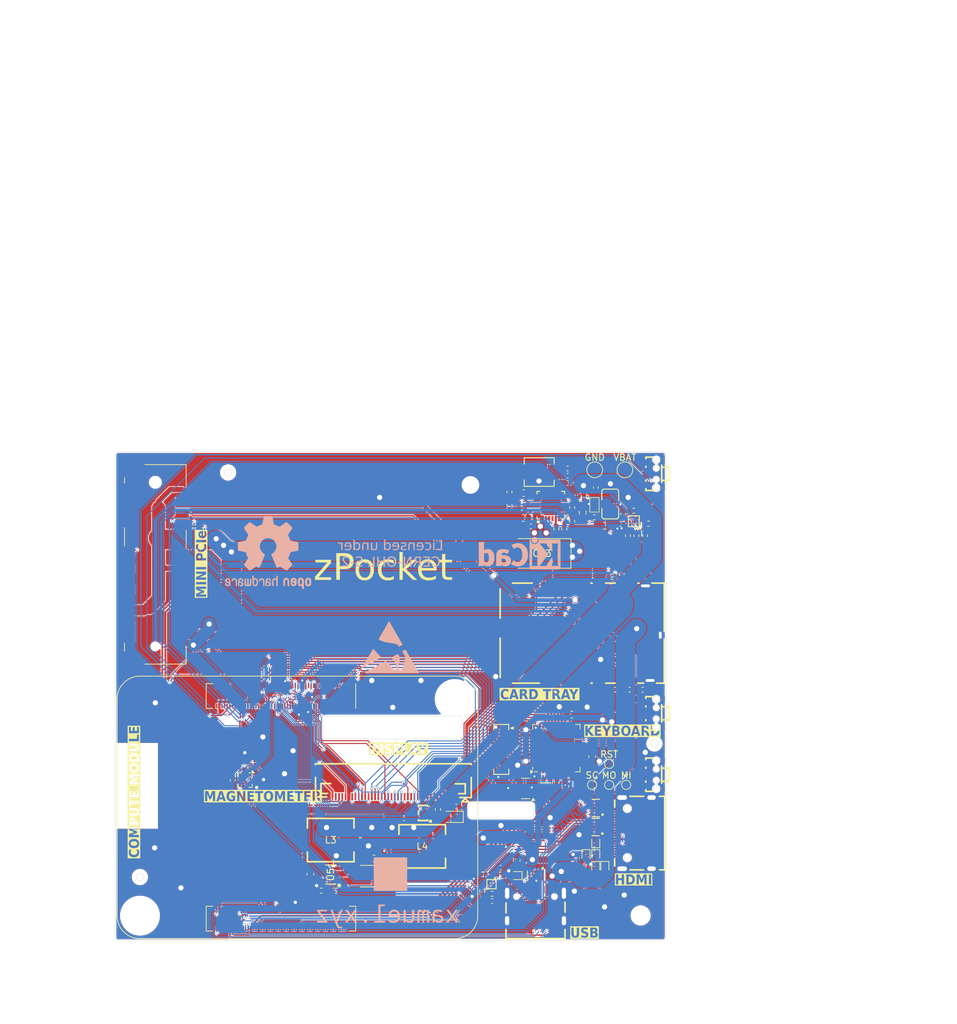
<source format=kicad_pcb>
(kicad_pcb (version 20240108) (generator "pcbnew") (generator_version "8.0")
  (layers (0 "F.Cu" signal) (1 "In1.Cu" signal) (2 "In2.Cu" signal) (31 "B.Cu" signal) (34 "B.Paste" user) (35 "F.Paste" user) (36 "B.SilkS" user "B.Silkscreen") (37 "F.SilkS" user "F.Silkscreen") (38 "B.Mask" user) (39 "F.Mask" user) (44 "Edge.Cuts" user))
  (net 0 "")
  (net 1 "+3V3")
  (net 2 "GND")
  (net 3 "/Battery and Power/VBUS")
  (net 4 "Net-(C3-Pad1)")
  (net 5 "Net-(U1-BTST)")
  (net 6 "/Battery and Power/VBload")
  (net 7 "/Battery and Power/REGN")
  (net 8 "/Battery and Power/SYS")
  (net 9 "Net-(U1-PMID)")
  (net 10 "/Battery and Power/VDD")
  (net 11 "/Battery and Power/VBATT")
  (net 12 "/GPIO/SIM_CLK")
  (net 13 "/GPIO/SIM_IO")
  (net 14 "/GPIO/SIM_RST")
  (net 15 "/GPIO/SIM_VCC")
  (net 16 "/Battery and Power/LEDA")
  (net 17 "+5V")
  (net 18 "/hs_io/CC1")
  (net 19 "/hs_io/CC2")
  (net 20 "Net-(U9-C1)")
  (net 21 "Net-(D2-A)")
  (net 22 "Net-(D3-A)")
  (net 23 "/High Speed/HDMI_TX1-")
  (net 24 "/High Speed/HDMI_TX2+")
  (net 25 "/High Speed/HDMI_TX1+")
  (net 26 "/High Speed/HDMI_TX2-")
  (net 27 "/High Speed/HDMI_TX0+")
  (net 28 "/High Speed/HDMI_CLK+")
  (net 29 "/High Speed/HDMI_CLK-")
  (net 30 "/High Speed/HDMI_TX0-")
  (net 31 "/High Speed/HDMI_CEC")
  (net 32 "/High Speed/HDMI_SCL")
  (net 33 "/High Speed/HDMI_SDA")
  (net 34 "/High Speed/HDMI_HP")
  (net 35 "/High Speed/USB3-0-D_N")
  (net 36 "/High Speed/USB3-0-D_P")
  (net 37 "/GPIO/TP_RST")
  (net 38 "/GPIO/DPI_D7")
  (net 39 "/GPIO/DPI_D4")
  (net 40 "/GPIO/DPI_D6")
  (net 42 "/GPIO/DPI_D3")
  (net 43 "/GPIO/DPI_CS")
  (net 44 "/GPIO/LCD_VSYNC")
  (net 45 "/GPIO/DPI_D11")
  (net 46 "/GPIO/DPI_D15")
  (net 47 "/GPIO/DPI_D14")
  (net 48 "/GPIO/DE")
  (net 49 "/SCL")
  (net 50 "/SDA")
  (net 51 "/GPIO/DPI_D13")
  (net 52 "/GPIO/DPI_D17")
  (net 53 "/Battery and Power/LEDK")
  (net 54 "/GPIO/DPI_D5")
  (net 55 "/GPIO/TP_INT")
  (net 56 "/GPIO/DPI_D10")
  (net 57 "/GPIO/DPI_D0")
  (net 58 "/GPIO/DPI_MOSI")
  (net 59 "/GPIO/DPI_RST")
  (net 60 "/GPIO/DPI_D9")
  (net 62 "/GPIO/DPI_D2")
  (net 63 "/GPIO/DPI_SCK")
  (net 64 "/GPIO/PCLK")
  (net 65 "/GPIO/DPI_D16")
  (net 66 "/GPIO/DPI_D12")
  (net 67 "/GPIO/DPI_D8")
  (net 68 "/GPIO/DPI_D1")
  (net 69 "/GPIO/LCD_HSYNC")
  (net 70 "/GPIO/SD_CMD")
  (net 72 "/GPIO/SIM_VPP")
  (net 73 "/GPIO/SD_DAT0")
  (net 75 "/GPIO/SD_DAT3")
  (net 76 "/GPIO/SD_DAT1")
  (net 77 "/GPIO/TRAY_SW")
  (net 78 "/GPIO/SD_CLK")
  (net 82 "/GPIO/SD_DAT2")
  (net 84 "/High Speed/USB3-1-D_P")
  (net 89 "/High Speed/W_DISABLE")
  (net 91 "/High Speed/PCIE_CLK_P")
  (net 92 "/High Speed/PCIE_CLK_N")
  (net 93 "/High Speed/LED_WWAN")
  (net 94 "/High Speed/WAKE")
  (net 95 "/High Speed/PCIE_CLK_nREQ")
  (net 96 "/High Speed/PCM_SYNC")
  (net 97 "/High Speed/USB3-1-D_N")
  (net 99 "/High Speed/PCIE_TX_P")
  (net 100 "/High Speed/PCIE_RX_P")
  (net 102 "/High Speed/PCM_DOUT")
  (net 103 "/High Speed/PCM_CLK")
  (net 104 "/High Speed/PCIE_RX_N")
  (net 105 "/High Speed/PCIE_nRST")
  (net 106 "/High Speed/PCIE_TX_N")
  (net 107 "/High Speed/PCM_DIN")
  (net 109 "Net-(L2-Pad2)")
  (net 110 "Net-(L2-Pad1)")
  (net 111 "/High Speed/USB3-0-TX_N")
  (net 117 "/High Speed/USB3-0-TX_P")
  (net 120 "/GPIO/RI")
  (net 121 "/High Speed/USB3-1-TX_N")
  (net 126 "/Battery and Power/3V3 EN")
  (net 133 "/High Speed/USB2-D_P")
  (net 134 "/GPIO/GLOBAL_EN")
  (net 137 "/GPIO/BT_Disable")
  (net 138 "/GPIO/SD_PWR_ON")
  (net 141 "/High Speed/USB2-D_N")
  (net 146 "/High Speed/USB3-1-RX_P")
  (net 149 "/High Speed/USB3-0-RX_N")
  (net 153 "+1V8")
  (net 155 "/GPIO/CAM_GPIO")
  (net 163 "/Battery and Power/GAUGE_GPOUT")
  (net 169 "/GPIO/WIFI_Disable")
  (net 174 "/GPIO/PWR_BUT")
  (net 175 "/High Speed/USB3-1-TX_P")
  (net 178 "/Battery and Power/CHARGE_INT")
  (net 185 "/High Speed/USB3-1-RX_N")
  (net 190 "/Battery and Power/BACKLIGHT")
  (net 191 "/High Speed/USB3-0-RX_P")
  (net 195 "Net-(Q1-B)")
  (net 196 "Net-(Q1-C)")
  (net 197 "Net-(U8-D-)")
  (net 198 "Net-(U1-ILIM)")
  (net 199 "Net-(U3-FB)")
  (net 200 "Net-(U5-FB)")
  (net 201 "Net-(U8-D+)")
  (net 202 "/GPIO/VOL_UP")
  (net 203 "/GPIO/VOL_DOWN")
  (net 204 "/Keyboard/RESET")
  (net 205 "/Keyboard/SCK")
  (net 206 "/Keyboard/MOSI")
  (net 207 "/Keyboard/MISO")
  (net 208 "Net-(U1-D+)")
  (net 210 "/Battery and Power/CHARGE_NTC")
  (net 211 "Net-(U2-BIN)")
  (net 214 "Net-(U7-ROW6)")
  (net 215 "Net-(U7-ROW3)")
  (net 216 "Net-(U7-COL5)")
  (net 217 "Net-(U7-ROW4)")
  (net 218 "Net-(U7-ROW7)")
  (net 219 "Net-(U7-ROW1)")
  (net 220 "Net-(U7-ROW5)")
  (net 221 "Net-(U7-ROW2)")
  (net 222 "/Keyboard/MIC")
  (net 223 "Net-(U7-COL1)")
  (net 233 "/GPIO/MAG_INT")
  (net 239 "Net-(U7-COL3)")
  (net 240 "Net-(U7-COL2)")
  (net 241 "Net-(U7-COL4)")
  (net 244 "/hs_io/INT")
  (footprint "Capacitor_SMD:C_0603_1608Metric" (layer "F.Cu") (at 122.56 102.1325)
    (property "Reference" "C12" (hide yes))
    (property "Value" "22uF" (hide yes))
  )
  (footprint "Capacitor_SMD:C_0402_1005Metric" (layer "F.Cu") (at 120.8 109.7 180)
    (property "Reference" "C1" (hide yes))
    (property "Value" "10uF" (hide yes))
  )
  (footprint "Capacitor_SMD:C_0402_1005Metric" (layer "F.Cu") (at 103.98 155.2325 180)
    (property "Reference" "C29" (hide yes))
    (property "Value" "220pF" (hide yes))
  )
  (footprint "Resistor_SMD:R_0402_1005Metric" (layer "F.Cu") (at 79.38 157.715 180)
    (property "Reference" "R20" (hide yes))
    (property "Value" "15k" (hide yes))
  )
  (footprint "Resistor_SMD:R_0402_1005Metric" (layer "F.Cu") (at 127.06 99.8325 180)
    (property "Reference" "R12" (hide yes))
    (property "Value" "10mΩ" (hide yes))
  )
  (footprint "Resistor_SMD:R_0402_1005Metric" (layer "F.Cu") (at 117.66 101.4425 90)
    (property "Reference" "R3" (hide yes))
    (property "Value" "10k" (hide yes))
  )
  (footprint "Diode_SMD:D_SOD-882" (layer "F.Cu") (at 121.26 150.3825 90)
    (property "Reference" "D6" (hide yes))
    (property "Value" "H5VL10B" (hide yes))
  )
  (footprint "Diode_SMD:D_SOD-323" (layer "F.Cu") (at 99.45 146.475 180)
    (property "Reference" "D2" (hide yes))
    (property "Value" "D_Schottky" (hide yes))
  )
  (footprint "Resistor_SMD:R_0402_1005Metric" (layer "F.Cu") (at 117.66 99.3425 -90)
    (property "Reference" "R6" (hide yes))
    (property "Value" "120" (hide yes))
  )
  (footprint "Package_TO_SOT_SMD:SOT-23" (layer "F.Cu") (at 110.5625 142.15 180)
    (property "Reference" "Q1" (hide yes))
    (property "Value" "MMBT3904" (hide yes))
  )
  (footprint "Capacitor_SMD:C_0402_1005Metric" (layer "F.Cu") (at 125.01 101.8325 180)
    (property "Reference" "C9" (hide yes))
    (property "Value" "4.7uF" (hide yes))
  )
  (footprint "Capacitor_Tantalum_SMD:CP_EIA-7343-31_Kemet-D" (layer "F.Cu") (at 113.06 106.3325 180)
    (property "Reference" "C13")
    (property "Value" "470uF" (hide yes))
  )
  (footprint "MountingHole:MountingHole_2.7mm_M2.5" (layer "F.Cu") (at 128.1 161.5)
    (property "Reference" "REF**" (hide yes))
    (property "Value" "MountingHole_2.7mm_M2.5" (hide yes))
  )
  (footprint "Capacitor_SMD:C_0402_1005Metric" (layer "F.Cu") (at 106.76 154.2325 180)
    (property "Reference" "C28" (hide yes))
    (property "Value" "1uF" (hide yes))
  )
  (footprint "linuxpocket:DSBGA-15_L2.3-W1.3-R5-C3-P0.40-TL" (layer "F.Cu") (at 121.06 98.9325)
    (property "Reference" "U3" (hide yes))
    (property "Value" "TPS63805YFFR" (hide yes))
  )
  (footprint "Capacitor_SMD:C_0402_1005Metric" (layer "F.Cu") (at 116.96 94.5)
    (property "Reference" "C7" (hide yes))
    (property "Value" "10uF" (hide yes))
  )
  (footprint "Diode_SMD:D_SOD-882" (layer "F.Cu") (at 122.66 154.0825 -90)
    (property "Reference" "D9" (hide yes))
    (property "Value" "H5VL10B" (hide yes))
  )
  (footprint "Capacitor_SMD:C_0402_1005Metric" (layer "F.Cu") (at 128.42 127.1)
    (property "Reference" "C17" (hide yes))
    (property "Value" "1uF" (hide yes))
  )
  (footprint "Capacitor_SMD:C_0603_1608Metric" (layer "F.Cu") (at 109.21 153.1325 -90)
    (property "Reference" "C26" (hide yes))
    (property "Value" "22uF" (hide yes))
  )
  (footprint "Capacitor_SMD:C_0603_1608Metric" (layer "F.Cu") (at 110.185 100.9325)
    (property "Reference" "C8" (hide yes))
    (property "Value" "22uF" (hide yes))
  )
  (footprint "linuxpocket:Tooling Hole" (layer "F.Cu") (at 130.2 135.3)
    (property "Reference" "REF**" (hide yes))
    (property "Value" "Tooling Hole" (hide yes))
    (fp_circle (center 0 0) (end 0.576 0) (stroke (width 0.05)) (fill none) (layer "Edge.Cuts"))
  )
  (footprint "Resistor_SMD:R_0402_1005Metric" (layer "F.Cu") (at 115.26 102.6325 90)
    (property "Reference" "R1" (hide yes))
    (property "Value" "10k" (hide yes))
  )
  (footprint "linuxpocket:IND-SMD_L7.1-W6.6_SL0624" (layer "F.Cu") (at 80.84 150.015)
    (property "Reference" "L3")
    (property "Value" "4.7uH" (hide yes))
  )
  (footprint "linuxpocket:HDMI-SMD_A71-05H4-111N1" (layer "F.Cu") (at 126.94 148.9525 90)
    (property "Reference" "J3" (hide yes))
    (property "Value" "HDMI_C_1.4" (hide yes))
  )
  (footprint "Diode_SMD:D_SOD-882" (layer "F.Cu") (at 109.21 155.4325 180)
    (property "Reference" "D12" (hide yes))
    (property "Value" "H5VL10B" (hide yes))
  )
  (footprint "linuxpocket:BM14B(0.8)-24DS-0.4V(53)" (layer "F.Cu") (at 106.85 136.2 -90)
    (property "Reference" "U7" (hide yes))
    (property "Value" "BBQ10KBD" (hide yes))
  )
  (footprint "Package_DFN_QFN:QFN-44-1EP_7x7mm_P0.5mm_EP5.2x5.2mm" (layer "F.Cu") (at 115.2625 136 90)
    (property "Reference" "U8" (hide yes))
    (property "Value" "ATmega32U4-M" (hide yes))
  )
  (footprint "TestPoint:TestPoint_Pad_D1.0mm" (layer "F.Cu") (at 123.3 141.6)
    (property "Reference" "MO")
    (property "Value" "TestPoint" (hide yes))
  )
  (footprint "Resistor_SMD:R_0402_1005Metric" (layer "F.Cu") (at 128.76 103.6425 90)
    (property "Reference" "R9" (hide yes))
    (property "Value" "10k" (hide yes))
  )
  (footprint "linuxpocket:FPC-SMD_40P-P0.50_L4.9-W23.5" (layer "F.Cu") (at 90.36 141.4425 180)
    (property "Reference" "FPC1" (hide yes))
    (property "Value" "XF2M-4015-1A_C225713" (hide yes))
  )
  (footprint "Capacitor_SMD:C_0603_1608Metric" (layer "F.Cu") (at 87.44 152.815 180)
    (property "Reference" "C21" (hide yes))
    (property "Value" "22uF" (hide yes))
  )
  (footprint "linuxpocket:SOT-23-6_L2.9-W1.6-P0.95-LS2.8-BL_3" (layer "F.Cu") (at 80.84 155.265 90)
    (property "Reference" "U5")
    (property "Value" "MT3608L" (hide yes))
  )
  (footprint "TestPoint:TestPoint_Pad_D1.0mm" (layer "F.Cu") (at 123.3 138.4)
    (property "Reference" "RST")
    (property "Value" "TestPoint" (hide yes))
  )
  (footprint "Capacitor_SMD:C_0402_1005Metric" (layer "F.Cu") (at 116.96 95.6)
    (property "Reference" "C4" (hide yes))
    (property "Value" "10uF" (hide yes))
  )
  (footprint "Capacitor_SMD:C_0402_1005Metric" (layer "F.Cu") (at 65.9 140.92 -90)
    (property "Reference" "C31" (hide yes))
    (property "Value" "220nF" (hide yes))
  )
  (footprint "Resistor_SMD:R_0603_1608Metric" (layer "F.Cu") (at 119.26 100.1325 -90)
    (property "Reference" "R14" (hide yes))
    (property "Value" "91k" (hide yes))
  )
  (footprint "linuxpocket:USON-10_L2.5-W1.0-P0.50-BL" (layer "F.Cu") (at 121.25 148.0325 90)
    (property "Reference" "D5" (hide yes))
    (property "Value" "TPD4E02B04DQAR" (hide yes))
  )
  (footprint "linuxpocket:Tooling Hole" (layer "F.Cu") (at 51.75 155.65)
    (property "Reference" "REF**" (hide yes))
    (property "Value" "Tooling Hole" (hide yes))
    (fp_circle (center 0 0) (end 0.576 0) (stroke (width 0.05)) (fill none) (layer "Edge.Cuts"))
  )
  (footprint "MountingHole:MountingHole_2.7mm_M2.5" (layer "F.Cu") (at 102.15 95.9)
    (property "Reference" "REF**" (hide yes))
    (property "Value" "MountingHole_2.7mm_M2.5" (hide yes))
  )
  (footprint "Capacitor_SMD:C_0402_1005Metric" (layer "F.Cu") (at 126.42 127.1)
    (property "Reference" "C16" (hide yes))
    (property "Value" "33pF" (hide yes))
  )
  (footprint "TestPoint:TestPoint_Pad_D2.0mm" (layer "F.Cu") (at 121.1 93.6)
    (property "Reference" "GND")
    (property "Value" "TestPoint_Pad_D2.0mm" (hide yes))
  )
  (footprint "Resistor_SMD:R_0402_1005Metric" (layer "F.Cu") (at 105.46 158.1925 180)
    (property "Reference" "R27" (hide yes))
    (property "Value" "4.7k" (hide yes))
  )
  (footprint "Capacitor_SMD:C_0402_1005Metric" (layer "F.Cu") (at 111.36 102.2325 180)
    (property "Reference" "C2" (hide yes))
    (property "Value" "1uF" (hide yes))
  )
  (footprint "linuxpocket:SIM-SMD_XDSM-1035-08_1" (layer "F.Cu") (at 119 118.48 90)
    (property "Reference" "J1" (hide yes))
    (property "Value" "XDSM-1035-08-KT" (hide yes))
  )
  (footprint "linuxpocket:IND-SMD_L7.1-W6.6_SL0624" (layer "F.Cu") (at 94.8 150.975)
    (property "Reference" "L4")
    (property "Value" "4.7uH" (hide yes))
  )
  (footprint "TestPoint:TestPoint_Pad_D1.0mm" (layer "F.Cu") (at 120.7 141.6)
    (property "Reference" "SC")
    (property "Value" "TestPoint" (hide yes))
  )
  (footprint "Capacitor_SMD:C_0402_1005Metric" (layer "F.Cu") (at 106.74 155.2325)
    (property "Reference" "C30" (hide yes))
    (property "Value" "220pF" (hide yes))
  )
  (footprint "Capacitor_SMD:C_0402_1005Metric" (layer "F.Cu") (at 124.22 127.1 180)
    (property "Reference" "C14" (hide yes))
    (property "Value" "33pF" (hide yes))
  )
  (footprint "Capacitor_SMD:C_0402_1005Metric" (layer "F.Cu") (at 105.46 159.3325)
    (property "Reference" "C27" (hide yes))
    (property "Value" "1uF" (hide yes))
  )
  (footprint "Resistor_SMD:R_0402_1005Metric" (layer "F.Cu") (at 113.265 141.2325 -90)
    (property "Reference" "R4" (hide yes))
    (property "Value" "22" (hide yes))
  )
  (footprint "Capacitor_SMD:C_0603_1608Metric" (layer "F.Cu") (at 120.7 137.3 90)
    (property "Reference" "C24" (hide yes))
    (property "Value" "47nF" (hide yes))
  )
  (footprint "linuxpocket:SW-SMD_GT-TC020B-H035-L05" (layer "F.Cu") (at 130.1625 94.2 90)
    (property "Reference" "SW1" (hide yes))
    (property "Value" "PUSH" (hide yes))
  )
  (footprint "Capacitor_SMD:C_0603_1608Metric" (layer "F.Cu") (at 116.615 141.8175 -90)
    (property "Reference" "C25" (hide yes))
    (property "Value" "47nF" (hide yes))
  )
  (footprint "Diode_SMD:D_SOD-882" (layer "F.Cu") (at 121.26 152.2825 -90)
    (property "Reference" "D8" (hide yes))
    (property "Value" "H5VL10B" (hide yes))
  )
  (footprint "Package_LGA:LGA-12_2x2mm_P0.5mm" (layer "F.Cu") (at 67.75 140.8825 -90)
    (property "Reference" "U9" (hide yes))
    (property "Value" "LIS2MDL" (hide yes))
  )
  (footprint "linuxpocket:SC-70-5_L2.1-W1.3-P0.65-LS2.1-BR" (layer "F.Cu") (at 94.915 145.885)
    (property "Reference" "U4" (hide yes))
    (property "Value" "TPS61169DCKR" (hide yes))
  )
  (footprint "Connector_PCBEdge:BUS_PCI_Express_Mini_Full" (layer "F.Cu") (at 54.1 108 -90)
    (property "Reference" "J2" (hide yes))
    (property "Value" "Bus_PCI_Express_Mini" (hide yes))
  )
  (footprint "Resistor_SMD:R_0402_1005Metric" (layer "F.Cu") (at 108.1 96.99 90)
    (property "Reference" "R7" (hide yes))
    (property "Value" "15k" (hide yes))
  )
  (footprint "Resistor_SMD:R_0402_1005Metric" (layer "F.Cu") (at 114.29 141.2325 90)
    (property "Reference" "R22" (hide yes))
    (property "Value" "22" (hide yes))
  )
  (footprint "Resistor_SMD:R_0402_1005Metric" (layer "F.Cu") (at 123.71 109.9)
    (property "Reference" "R15" (hide yes))
    (property "Value" "10k" (hide yes))
  )
  (footprint "linuxpocket:WLCSP-9_L1.3-W1.2-R3-C3-P0.40-TL" (layer "F.Cu") (at 105.36 156.7325 -90)
    (property "Reference" "U6" (hide yes))
    (property "Value" "FUSB302BUCX" (hide yes))
  )
  (footprint "Capacitor_SMD:C_0402_1005Metric" (layer "F.Cu") (at 92.015 146.685)
    (property "Reference" "C18" (hide yes))
    (property "Value" "1uF" (hide yes))
  )
  (footprint "Resistor_SMD:R_0402_1005Metric" (layer "F.Cu") (at 103.96 157.7325 90)
    (property "Reference" "R26" (hide yes))
    (property "Value" "4.7k" (hide yes))
  )
  (footprint "linuxpocket:VQFN-24_L4.0-W4.0-P0.50-TL-EP2.8" (layer "F.Cu") (at 114.41 98.9825 90)
    (property "Reference" "U1" (hide yes))
    (property "Value" "BQ24295RGER" (hide yes))
  )
  (footprint "linuxpocket:Raspberry-Pi-4-Compute-Module" (layer "F.Cu") (at 51.76 128.5325 -90)
    (property "Reference" "Module1" (hide yes))
    (property "Value" "ComputeModule4-CM4" (hide yes))
  )
  (footprint "Capacitor_SMD:C_0402_1005Metric" (layer "F.Cu") (at 116.96 93.4)
    (property "Reference" "C6" (hide yes))
    (property "Value" "10uF" (hide yes))
  )
  (footprint "TestPoint:TestPoint_Pad_D2.0mm" (layer "F.Cu") (at 125.7 93.6)
    (property "Reference" "VBAT")
    (property "Value" "TestPoint_Pad_D2.0mm" (hide yes))
  )
  (footprint "linuxpocket:SW-SMD_GT-TC020B-H035-L05" (layer "F.Cu") (at 130.1625 130.7 90)
    (property "Reference" "SW2" (hide yes))
    (property "Value" "PUSH" (hide yes))
  )
  (footprint "Resistor_SMD:R_0402_1005Metric" (layer "F.Cu") (at 126.16 103.6325 90)
    (property "Reference" "R11" (hide yes))
    (property "Value" "10k" (hide yes))
  )
  (footprint "Diode_SMD:D_SOD-882" (layer "F.Cu") (at 119.76 152.2825 -90)
    (property "Reference" "D7" (hide yes))
    (property "Value" "H5VL10B" (hide yes))
  )
  (footprint "Capacitor_SMD:C_0402_1005Metric" (layer "F.Cu") (at 125.46 100.3325 -90)
    (property "Reference" "C10" (hide yes))
    (property "Value" "1uF" (hide yes))
  )
  (footprint "Capacitor_SMD:C_0402_1005Metric" (layer "F.Cu") (at 67.7 138.62 -90)
    (property "Reference" "C32" (hide yes))
    (property "Value" "10uF" (hide yes))
  )
  (footprint "linuxpocket:Tooling Hole" (layer "F.Cu") (at 65.2 94)
    (property "Reference" "REF**" (hide yes))
    (property "Value" "Tooling Hole" (hide yes))
    (fp_circle (center 0 0) (end 0.576 0) (stroke (width 0.05)) (fill none) (layer "Edge.Cuts"))
  )
  (footprint "Diode_SMD:D_SMA" (layer "F.Cu") (at 87.34 155.515 180)
    (property "Reference" "D3" (hide yes))
    (property "Value" "D_Schottky" (hide yes))
  )
  (footprint "TestPoint:TestPoint_Pad_D1.0mm" (layer "F.Cu") (at 125.9 141.6)
    (property "Reference" "MI")
    (property "Value" "TestPoint" (hide yes))
  )
  (footprint "linuxpocket:SW-SMD_GT-TC020B-H035-L05" (layer "F.Cu") (at 130.1625 140.05 90)
    (property "Reference" "SW3" (hide yes))
    (property "Value" "PUSH" (hide yes))
  )
  (footprint "Capacitor_SMD:C_0402_1005Metric" (layer "F.Cu") (at 109.98 99.4325 180)
    (property "Reference" "C5" (hide yes))
    (property "Value" "4.7uF" (hide yes))
  )
  (footprint "Resistor_SMD:R_0402_1005Metric" (layer "F.Cu") (at 127.46 103.6325 90)
    (property "Reference" "R10" (hide yes))
    (property "Value" "10k" (hide yes))
  )
  (footprint "Capacitor_SMD:C_0402_1005Metric" (layer "F.Cu") (at 121.26 96.3125 90)
    (property "Reference" "C11" (hide yes))
    (property "Value" "10uF" (hide yes))
  )
  (footprint "Capacitor_SMD:C_0603_1608Metric" (layer "F.Cu") (at 110.26 97.1325 180)
    (property "Reference" "C3" (hide yes))
    (property "Value" "47nF" (hide yes))
  )
  (footprint "Resistor_SMD:R_0402_1005Metric" (layer "F.Cu") (at 97.2 145.35 -90)
    (property "Reference" "R18" (hide yes))
    (property "Value" "4.7" (hide yes))
  )
  (footprint "linuxpocket:USON-10_L2.5-W1.0-P0.50-BL" (layer "F.Cu") (at 121.27 145.1325 90)
    (property "Reference" "D4" (hide yes))
    (property "Value" "TPD4E02B04DQAR" (hide yes))
  )
  (footprint "Resistor_SMD:R_0402_1005Metric" (layer "F.Cu") (at 119.46 97.6225 90)
    (property "Reference" "R21" (hide yes))
    (property "Value" "10k" (hide yes))
  )
  (footprint "linuxpocket:USON-10_L2.5-W1.0-P0.50-BL" (layer "F.Cu") (at 112.16 155.3225 180)
    (property "Reference" "D11" (hide yes))
    (property "Value" "TPD4E02B04DQAR" (hide yes))
  )
  (footprint "Resistor_SMD:R_0402_1005Metric" (layer "F.Cu") (at 108.1 99 90)
    (property "Reference" "R8" (hide yes))
    (property "Value" "10k" (hide yes))
  )
  (footprint "linuxpocket:USB-SMD_TYPE-C16PIN-1" (layer "F.Cu") (at 112.07 159.95)
    (property "Reference" "J4" (hide yes))
    (property "Value" "USB_C_Receptacle_USB2.0_14P" (hide yes))
  )
  (footprint "Resistor_SMD:R_0402_1005Metric" (layer "F.Cu") (at 129.31 101.8)
    (property "Reference" "R16" (hide yes))
    (property "Value" "10k" (hide yes))
  )
  (footprint "Diode_SMD:D_SOD-882" (layer "F.Cu") (at 121.26 154.0825 -90)
    (property "Reference" "D10" (hide yes))
    (property "Value" "H5VL10B" (hide yes))
  )
  (footprint "Capacitor_SMD:C_0603_1608Metric" (layer "F.Cu") (at 77.74 155.215 -90)
    (property "Reference" "C20" (hide yes))
    (property "Value" "22uF" (hide yes))
  )
  (footprint "Capacitor_SMD:C_0603_1608Metric" (layer "F.Cu") (at 117.6 130.9)
    (property "Reference" "C23" (hide yes))
    (property "Value" "47nF" (hide yes))
  )
  (footprint "Capacitor_SMD:C_0402_1005Metric" (layer "F.Cu") (at 115.315 141.2175 -90)
    (property "Reference" "C22" (hide yes))
    (property "Value" "1uF" (hide yes))
  )
  (footprint "Capacitor_SMD:C_0402_1005Metric" (layer "F.Cu") (at 125.22 109.47 90)
    (property "Reference" "C15" (hide yes))
    (property "Value" "33pF" (hide yes))
  )
  (footprint "linuxpocket:IND-SMD_L4.4-W4.2" (layer "F.Cu") (at 112.63 93.9325)
    (property "Reference" "L1" (hide yes))
    (property "Value" "2.2uH" (hide yes))
  )
  (footprint "Resistor_SMD:R_0402_1005Metric" (layer "F.Cu") (at 116.46 102.6325 90)
    (property "Reference" "R2" (hide yes))
    (property "Value" "10k" (hide yes))
  )
  (footprint "Resistor_SMD:R_0402_1005Metric" (layer "F.Cu") (at 81.69 157.715 180)
    (property "Reference" "R19" (hide yes))
    (property "Value" "100k" (hide yes))
  )
  (footprint "Capacitor_SMD:C_0402_1005Metric" (layer "F.Cu") (at 99.975 144.925)
    (property "Reference" "C19" (hide yes))
    (property "Value" "1uF" (hide yes))
  )
  (footprint "linuxpocket:DSBGA-9_L1.5-W1.5-R3-C3-P0.50-BL" (layer "F.Cu") (at 127.06 101.4325 90)
    (property "Reference" "U2" (hide yes))
    (property "Value" "BQ27426YZFR" (hide yes))
  )
  (footprint "Resistor_SMD:R_0402_1005Metric" (layer "F.Cu") (at 121.05 100.8325 180)
    (property "Reference" "R13" (hide yes))
    (property "Value" "510k" (hide yes))
  )
  (footprint "linuxpocket:L1008" (layer "F.Cu") (at 123.46 98.8025 -90)
    (property "Reference" "L2" (hide yes))
    (property "Value" "0.47uH" (hide yes))
  )
  (footprint "Symbol:KiCad-Logo_5mm_SilkScreen" (layer "B.Cu") (at 109.605698 106.817938 180)
    (property "Reference" "REF**" (hide yes))
    (property "Value" "KiCad-Logo_5mm_SilkScreen" (hide yes))
  )
  (footprint "linuxpocket:xamuel" (layer "B.Cu") (at 89.989308 161.638804 180)
    (property "Reference" "REF**" (hide yes))
    (property "Value" "xamuel" (hide yes))
  )
  (footprint "Symbol:ESD-Logo_8.9x8mm_SilkScreen" (layer "B.Cu") (at 89.95 120.6 180)
    (property "Reference" "REF**" (hide yes))
    (property "Value" "ESD-Logo_8.9x8mm_SilkScreen" (hide yes))
  )
  (footprint "Symbol:OSHW-Logo2_14.6x12mm_SilkScreen" (layer "B.Cu") (at 71.3 106.2 180)
    (property "Reference" "REF**" (hide yes))
    (property "Value" "OSHW-Logo2_14.6x12mm_SilkScreen" (hide yes))
  )
  (gr_rect (start 87.45 152.7) (end 92.45 157.7) (stroke (width 0.1)) (fill solid) (layer "B.SilkS"))
  (gr_arc (start 111.85 146.2) (mid 111.703553 146.553553) (end 111.35 146.7) (stroke (width 0.05)) (layer "Edge.Cuts"))
  (gr_arc (start 111.35 144.3) (mid 111.703553 144.446447) (end 111.85 144.8) (stroke (width 0.05)) (layer "Edge.Cuts"))
  (gr_arc (start 47.96 91.3325) (mid 48.106447 90.978947) (end 48.46 90.8325) (stroke (width 0.05)) (layer "Edge.Cuts"))
  (gr_arc (start 131.96 164.8325) (mid 131.813553 165.186053) (end 131.46 165.3325) (stroke (width 0.05)) (layer "Edge.Cuts"))
  (gr_line (start 111.85 144.8) (end 111.85 146.2) (stroke (width 0.05)) (layer "Edge.Cuts"))
  (gr_line (start 101.85 146.2) (end 101.85 144.8) (stroke (width 0.05)) (layer "Edge.Cuts"))
  (gr_line (start 111.35 146.7) (end 102.35 146.7) (stroke (width 0.05)) (layer "Edge.Cuts"))
  (gr_line (start 102.35 144.3) (end 111.35 144.3) (stroke (width 0.05)) (layer "Edge.Cuts"))
  (gr_line (start 131.46 165.3325) (end 48.46 165.3325) (stroke (width 0.05)) (layer "Edge.Cuts"))
  (gr_arc (start 102.35 146.7) (mid 101.996447 146.553553) (end 101.85 146.2) (stroke (width 0.05)) (layer "Edge.Cuts"))
  (gr_arc (start 100.4 131.1) (mid 100.753553 131.246447) (end 100.9 131.6) (stroke (width 0.05)) (layer "Edge.Cuts"))
  (gr_line (start 100.4 134.6) (end 80.2 134.6) (stroke (width 0.05)) (layer "Edge.Cuts"))
  (gr_line (start 131.96 91.3325) (end 131.96 164.8325) (stroke (width 0.05)) (layer "Edge.Cuts"))
  (gr_line (start 47.96 164.8325) (end 47.96 91.3325) (stroke (width 0.05)) (layer "Edge.Cuts"))
  (gr_arc (start 48.46 165.3325) (mid 48.106447 165.186053) (end 47.96 164.8325) (stroke (width 0.05)) (layer "Edge.Cuts"))
  (gr_line (start 48.46 90.8325) (end 131.46 90.8325) (stroke (width 0.05)) (layer "Edge.Cuts"))
  (gr_line (start 79.7 134.1) (end 79.7 131.6) (stroke (width 0.05)) (layer "Edge.Cuts"))
  (gr_arc (start 100.9 134.1) (mid 100.753553 134.453553) (end 100.4 134.6) (stroke (width 0.05)) (layer "Edge.Cuts"))
  (gr_line (start 100.9 131.6) (end 100.9 134.1) (stroke (width 0.05)) (layer "Edge.Cuts"))
  (gr_arc (start 79.7 131.6) (mid 79.846447 131.246447) (end 80.2 131.1) (stroke (width 0.05)) (layer "Edge.Cuts"))
  (gr_arc (start 131.46 90.8325) (mid 131.813553 90.978947) (end 131.96 91.3325) (stroke (width 0.05)) (layer "Edge.Cuts"))
  (gr_arc (start 80.2 134.6) (mid 79.846447 134.453553) (end 79.7 134.1) (stroke (width 0.05)) (layer "Edge.Cuts"))
  (gr_line (start 80.2 131.1) (end 100.4 131.1) (stroke (width 0.05)) (layer "Edge.Cuts"))
  (gr_arc (start 101.85 144.8) (mid 101.996447 144.446447) (end 102.35 144.3) (stroke (width 0.05)) (layer "Edge.Cuts"))
  (gr_text "Licensed under\nCERN-OHL-S-2" (at 90 108.6 0) (layer "B.SilkS") (effects (font (size 1.5 1.5) (thickness 0.1)) (justify bottom mirror)))
  (gr_text "MAGNETOMETER\n" (at 61.51 144.34 0) (layer "F.SilkS" knockout) (effects (font (size 1.5 1.35) (thickness 0.3) (bold yes)) (justify left bottom)))
  (gr_text "DISPLAY" (at 86.67 137.1425 0) (layer "F.SilkS" knockout) (effects (font (size 1.5 1.35) (thickness 0.3) (bold yes)) (justify left bottom)))
  (gr_text "COMPUTE MODULE\n" (at 51.86 152.7325 90) (layer "F.SilkS" knockout) (effects (font (size 1.5 1.35) (thickness 0.3) (bold yes)) (justify left bottom)))
  (gr_text "MINI PCIe" (at 62.1 113.1 90) (layer "F.SilkS" knockout) (effects (font (size 1.5 1.35) (thickness 0.3) (bold yes)) (justify left bottom)))
  (gr_text "HDMI\n" (at 124.16 157.0325 0) (layer "F.SilkS" knockout) (effects (font (size 1.5 1.35) (thickness 0.3) (bold yes)) (justify left bottom)))
  (gr_text "USB\n" (at 117.36 165.1325 0) (layer "F.SilkS" knockout) (effects (font (size 1.5 1.35) (thickness 0.3) (bold yes)) (justify left bottom)))
  (gr_text "CARD TRAY" (at 106.66 128.8 0) (layer "F.SilkS" knockout) (effects (font (size 1.5 1.35) (thickness 0.3) (bold yes)) (justify left bottom)))
  (gr_text "KEYBOARD\n" (at 119.49 134.38 0) (layer "F.SilkS" knockout) (effects (font (size 1.5 1.35) (thickness 0.3) (bold yes)) (justify left bottom)))
  (gr_text "zPocket" (at 78.2 111.05 0) (layer "F.SilkS") (effects (font (size 4 4) (thickness 0.1)) (justify left bottom)))
  (segment (start 54.6 98.4) (end 54.6 99.4) (width 0.8) (layer "F.Cu") (net 1))
  (segment (start 105.94 158.2225) (end 105.97 158.1925) (width 0.2) (layer "F.Cu") (net 1))
  (segment (start 98.11 140.79) (end 100.6 138.3) (width 0.3) (layer "F.Cu") (net 1))
  (segment (start 127.3 128.5) (end 127.6 128.5) (width 1) (layer "F.Cu") (net 1))
  (segment (start 120.775 138) (end 120.7 138.075) (width 1) (layer "F.Cu") (net 1))
  (segment (start 124.4 128.06) (end 119.34 128.06) (width 1) (layer "F.Cu") (net 1))
  (segment (start 105.46 158.7025) (end 105.97 158.1925) (width 0.2) (layer "F.Cu") (net 1))
  (segment (start 125.470071 106) (end 130.4 110.929929) (width 1) (layer "F.Cu") (net 1))
  (segment (start 110 133.2) (end 110.6 133.2) (width 0.3) (layer "F.Cu") (net 1))
  (segment (start 110.4 141.5) (end 110.4 138.2) (width 0.3) (layer "F.Cu") (net 1))
  (segment (start 100.6 138.3) (end 102.6475 138.3) (width 0.3) (layer "F.Cu") (net 1))
  (segment (start 124.84 128.5) (end 124.4 128.06) (width 1) (layer "F.Cu") (net 1))
  (segment (start 98.11 143.3925) (end 98.11 140.79) (width 0.3) (layer "F.Cu") (net 1))
  (segment (start 127.2 142.3) (end 127.2 140.7) (width 0.3) (layer "F.Cu") (net 1))
  (segment (start 130.11 124.25) (end 131.03 125.17) (width 1) (layer "F.Cu") (net 1))
  (segment (start 55.6 108.6) (end 54.6 107.6) (width 0.8) (layer "F.Cu") (net 1))
  (segment (start 116.166156 141.9025) (end 117.4025 141.9025) (width 0.3) (layer "F.Cu") (net 1))
  (segment (start 103.96 158.2425) (end 104.42 158.7025) (width 0.2) (layer "F.Cu") (net 1))
  (segment (start 108 134) (end 109.2 134) (width 0.3) (layer "F.Cu") (net 1))
  (segment (start 110.6 138) (end 110.6 138.099508) (width 1) (layer "F.Cu") (net 1))
  (segment (start 63.38 104.31) (end 63.27 104.2) (width 3) (layer "F.Cu") (net 1))
  (segment (start 120.125 137.5) (end 118.6375 137.5) (width 0.3) (layer "F.Cu") (net 1))
  (segment (start 104.863782 160.3) (end 102.5 160.3) (width 0.3) (layer "F.Cu") (net 1))
  (segment (start 123.7 137.2) (end 122.6 137.2) (width 0.3) (layer "F.Cu") (net 1))
  (segment (start 111.925 133.5) (end 110.9 133.5) (width 0.3) (layer "F.Cu") (net 1))
  (segment (start 54.6 107.6) (end 54.6 113.2) (width 2) (layer "F.Cu") (net 1))
  (segment (start 63.38 104.31) (end 65.07 106) (width 3) (layer "F.Cu") (net 1))
  (segment (start 128.3 128.2) (end 128.1 128.4) (width 0.6) (layer "F.Cu") (net 1))
  (segment (start 65.7 106) (end 65.7 113.7) (width 3) (layer "F.Cu") (net 1))
  (segment (start 118.8 106) (end 125.470071 106) (width 1) (layer "F.Cu") (net 1))
  (segment (start 107.02 134.4) (end 107.42 134) (width 0.3) (layer "F.Cu") (net 1))
  (segment (start 65.7 113.7) (end 62.3 117.1) (width 3) (layer "F.Cu") (net 1))
  (segment (start 58.2 108.6) (end 55.6 108.6) (width 0.8) (layer "F.Cu") (net 1))
  (segment (start 102.6475 138.3) (end 107.6475 143.3) (width 0.3) (layer "F.Cu") (net 1))
  (segment (start 120.7 138.075) (end 120.125 137.5) (width 0.3) (layer "F.Cu") (net 1))
  (segment (start 58.7 120.3) (end 58.2 119.8) (width 0.6) (layer "F.Cu") (net 1))
  (segment (start 110.7 142.5) (end 110.7 141.8) (width 0.3) (layer "F.Cu") (net 1))
  (segment (start 121.785 102.6075) (end 123.33 104.1525) (width 0.8) (layer "F.Cu") (net 1))
  (segment (start 109.2 134) (end 110 133.2) (width 0.3) (layer "F.Cu") (net 1))
  (segment (start 129.286256 128.06) (end 129.146256 128.2) (width 0.6) (layer "F.Cu") (net 1))
  (segment (start 110.6 138) (end 111.115 138.515) (width 0.6) (layer "F.Cu") (net 1))
  (segment (start 117.4025 141.9025) (end 118.2 142.7) (width 0.3) (layer "F.Cu") (net 1))
  (segment (start 79.5675 141) (end 71.8 141) (width 0.3) (layer "F.Cu") (net 1))
  (segment (start 104.42 158.7025) (end 105.46 158.7025) (width 0.2) (layer "F.Cu") (net 1))
  (segment (start 129.286256 128.06) (end 129.186256 128.16) (width 0.8) (layer "F.Cu") (net 1))
  (segment (start 81.11 142.5425) (end 79.5675 141) (width 0.3) (layer "F.Cu") (net 1))
  (segment (start 105.97 159.193782) (end 104.863782 160.3) (width 0.3) (layer "F.Cu") (net 1))
  (segment (start 52.4 115.4) (end 53.2 114.6) (width 0.8) (layer "F.Cu") (net 1))
  (segment (start 131.03 125.17) (end 131.03 126.316256) (width 1) (layer "F.Cu") (net 1))
  (segment (start 54.8 104.2) (end 54.6 104) (width 3) (layer "F.Cu") (net 1))
  (segment (start 59.9 120.3) (end 58.7 120.3) (width 0.6) (layer "F.Cu") (net 1))
  (segment (start 120.32 110.75) (end 119.91 111.16) (width 0.6) (layer "F.Cu") (net 1))
  (segment (start 111.1 137.5) (end 110.6 138) (width 0.3) (layer "F.Cu") (net 1))
  (segment (start 71.8 141) (end 69 138.2) (width 0.3) (layer "F.Cu") (net 1))
  (segment (start 127.6 128.5) (end 127.7 128.4) (width 1) (layer "F.Cu") (net 1))
  (segment (start 124.4 128.06) (end 124.4 129.6) (width 1) (layer "F.Cu") (net 1))
  (segment (start 56.4 96.6) (end 54.6 98.4) (width 0.8) (layer "F.Cu") (net 1))
  (segment (start 111.9625 137.5) (end 111.1 137.5) (width 0.3) (layer "F.Cu") (net 1))
  (segment (start 105.7 134.4) (end 107.02 134.4) (width 0.3) (layer "F.Cu") (net 1))
  (segment (start 115.865 141.2875) (end 115.865 141.601344) (width 0.3) (layer "F.Cu") (net 1))
  (segment (start 116.825 130.575) (end 116.825 130.9) (width 1) (layer "F.Cu") (net 1))
  (segment (start 50 115.4) (end 52.4 115.4) (width 0.8) (layer "F.Cu") (net 1))
  (segment (start 105.76 157.9825) (end 105.97 158.1925) (width 0.2) (layer "F.Cu") (net 1))
  (segment (start 67.5 140.8025) (end 68 141.3025) (width 0.3) (layer "F.Cu") (net 1))
  (segment (start 131.03 126.316256) (end 129.286256 128.06) (width 1) (layer "F.Cu") (net 1))
  (segment (start 54.6 104) (end 54.6 107.6) (width 2) (layer "F.Cu") (net 1))
  (segment (start 63.27 104.2) (end 54.8 104.2) (width 3) (layer "F.Cu") (net 1))
  (segment (start 58.2 96.6) (end 56.4 96.6) (width 0.8) (layer "F.Cu") (net 1))
  (segment (start 102.5 160.3) (end 100.4 158.2) (width 0.3) (layer "F.Cu") (net 1))
  (segment (start 115.2625 139.3375) (end 115.2625 140.685) (width 0.3) (layer "F.Cu") (net 1))
  (segment (start 115.2625 140.7225) (end 115.2775 140.7375) (width 0.3) (layer "F.Cu") (net 1))
  (segment (start 110.7 141.8) (end 110.4 141.5) (width 0.3) (layer "F.Cu") (net 1))
  (segment (start 127.2 140.7) (end 123.7 137.2) (width 0.3) (layer "F.Cu") (net 1))
  (segment (start 107.6475 143.3) (end 109.9 143.3) (width 0.3) (layer "F.Cu") (net 1))
  (segment (start 69.5 137.7) (end 69.5 132.2) (width 0.3) (layer "F.Cu") (net 1))
  (segment (start 107.42 134) (end 108 134) (width 0.3) (layer "F.Cu") (net 1))
  (segment (start 105.04 134.62) (end 105.04 134.98) (width 0.3) (layer "F.Cu") (net 1))
  (segment (start 67.5 140.12) (end 67.5 140.8025) (width 0.3) (layer "F.Cu") (net 1))
  (segment (start 117.3 131.375) (end 116.825 130.9) (width 0.3) (layer "F.Cu") (net 1))
  (segment (start 130.4 117.6) (end 130.11 117.89) (width 1) (layer "F.Cu") (net 1))
  (segment (start 110.9 133.5) (end 110.6 133.2) (width 0.3) (layer "F.Cu") (net 1))
  (segment (start 126.8 142.7) (end 127.2 142.3) (width 0.3) (layer "F.Cu") (net 1))
  (segment (start 109.9 143.3) (end 110.7 142.5) (width 0.3) (layer "F.Cu") (net 1))
  (segment (start 105.97 158.1925) (end 105.97 159.193782) (width 0.3) (layer "F.Cu") (net 1))
  (segment (start 130.11 117.89) (end 130.11 124.25) (width 1) (layer "F.Cu") (net 1))
  (segment (start 54.6 99.4) (end 54.6 104) (width 2) (layer "F.Cu") (net 1))
  (segment (start 67.7 139.1) (end 67.5 139.3) (width 0.3) (layer "F.Cu") (net 1))
  (segment (start 81.11 143.3925) (end 81.11 142.5425) (width 0.3) (layer "F.Cu") (net 1))
  (segment (start 120.32 109.7) (end 120.32 110.75) (width 0.6) (layer "F.Cu") (net 1))
  (segment (start 53.2 114.6) (end 50 114.6) (width 0.8) (layer "F.Cu") (net 1))
  (segment (start 65.07 106) (end 65.7 106) (width 3) (layer "F.Cu") (net 1))
  (segment (start 115.315 140.7375) (end 115.865 141.2875) (width 0.3) (layer "F.Cu") (net 1))
  (segment (start 129.146256 128.2) (end 128.3 128.2) (width 0.6) (layer "F.Cu") (net 1))
  (segment (start 115.865 141.601344) (end 116.166156 141.9025) (width 0.3) (layer "F.Cu") (net 1))
  (segment (start 105.04 134.98) (end 105.26 135.2) (width 0.3) (layer "F.Cu") (net 1))
  (segment (start 105.26 134.4) (end 105.04 134.62) (width 0.3) (layer "F.Cu") (net 1))
  (segment (start 69 138.2) (end 69.5 137.7) (width 0.3) (layer "F.Cu") (net 1))
  (segment (start 105.7 134.4) (end 105.26 134.4) (width 0.3) (layer "F.Cu") (net 1))
  (segment (start 119.34 128.06) (end 116.825 130.575) (width 1) (layer "F.Cu") (net 1))
  (segment (start 54.6 113.2) (end 53.2 114.6) (width 2) (layer "F.Cu") (net 1))
  (segment (start 105.26 135.2) (end 105.7 135.2) (width 0.3) (layer "F.Cu") (net 1))
  (segment (start 68.5 141.645) (end 68 141.645) (width 0.3) (layer "F.Cu") (net 1))
  (segment (start 110.4 138.2) (end 110.6 138) (width 0.3) (layer "F.Cu") (net 1))
  (segment (start 130.4 110.929929) (end 130.4 117.6) (width 1) (layer "F.Cu") (net 1))
  (segment (start 118.2 142.7) (end 126.8 142.7) (width 0.3) (layer "F.Cu") (net 1))
  (segment (start 121.8 138) (end 120.775 138) (width 1) (layer "F.Cu") (net 1))
  (segment (start 67.5 139.3) (end 67.5 140.12) (width 0.3) (layer "F.Cu") (net 1))
  (segment (start 121.785 102.1325) (end 121.785 102.6075) (width 0.8) (layer "F.Cu") (net 1))
  (segment (start 128.1 128.4) (end 127.7 128.4) (width 0.6) (layer "F.Cu") (net 1))
  (segment (start 111.115 138.515) (end 111.925 138.515) (width 0.6) (layer "F.Cu") (net 1))
  (segment (start 115.2625 140.685) (end 115.315 140.7375) (width 0.3) (layer "F.Cu") (net 1))
  (segment (start 117.3 132.6625) (end 117.3 131.375) (width 0.3) (layer "F.Cu") (net 1))
  (segment (start 122.6 137.2) (end 121.8 138) (width 0.3) (layer "F.Cu") (net 1))
  (segment (start 105.76 157.1325) (end 105.76 157.9825) (width 0.2) (layer "F.Cu") (net 1))
  (segment (start 105.94 159.3325) (end 105.94 158.2225) (width 0.2) (layer "F.Cu") (net 1))
  (segment (start 123.33 104.1525) (end 128.76 104.1525) (width 0.8) (layer "F.Cu") (net 1))
  (segment (start 69.5 132.2) (end 68.2 130.9) (width 0.3) (layer "F.Cu") (net 1))
  (segment (start 124.4 129.6) (end 122.3 131.7) (width 1) (layer "F.Cu") (net 1))
  (segment (start 127.3 128.5) (end 124.84 128.5) (width 1) (layer "F.Cu") (net 1))
  (segment (start 68 141.3025) (end 68 141.645) (width 0.3) (layer "F.Cu") (net 1))
  (via (at 62.3 117.1) (size 1) (drill 0.8) (layers "F.Cu" "B.Cu") (net 1))
  (via (at 100.4 158.2) (size 0.4) (drill 0.3) (layers "F.Cu" "B.Cu") (net 1))
  (via (at 110.6 138) (size 1) (drill 0.8) (layers "F.Cu" "B.Cu") (net 1))
  (via (at 121.8 138) (size 1) (drill 0.8) (layers "F.Cu" "B.Cu") (net 1))
  (via (at 122.3 131.7) (size 1) (drill 0.8) (layers "F.Cu" "B.Cu") (net 1))
  (via (at 67.7 138.8) (size 0.4) (drill 0.3) (layers "F.Cu" "B.Cu") (net 1))
  (via (at 68.2 130.9) (size 0.4) (drill 0.3) (layers "F.Cu" "B.Cu") (net 1))
  (via (at 64.5 105.1) (size 1) (drill 0.8) (layers "F.Cu" "B.Cu") (net 1))
  (via (at 117.7 105.1) (size 1) (drill 0.8) (layers "F.Cu" "B.Cu") (net 1))
  (via (at 69 138.2) (size 0.4) (drill 0.3) (layers "F.Cu" "B.Cu") (net 1))
  (via (at 59.9 120.3) (size 1) (drill 0.8) (layers "F.Cu" "B.Cu") (net 1))
  (via (at 63.38 104.1) (size 1) (drill 0.8) (layers "F.Cu" "B.Cu") (net 1))
  (via (at 118.8 106) (size 1) (drill 0.8) (layers "F.Cu" "B.Cu") (net 1))
  (via (at 65.7 106.1) (size 1) (drill 0.8) (layers "F.Cu" "B.Cu") (net 1))
  (via (at 117.7 106.9) (size 1) (drill 0.8) (layers "F.Cu" "B.Cu") (net 1))
  (via (at 110.6 133.2) (size 1) (drill 0.8) (layers "F.Cu" "B.Cu") (net 1))
  (segment (start 110.6 133.2) (end 110.6 138) (width 1) (layer "B.Cu") (net 1))
  (segment (start 82.392893 158.2) (end 66.5 142.307107) (width 0.3) (layer "B.Cu") (net 1))
  (segment (start 100.4 158.2) (end 82.392893 158.2) (width 0.3) (layer "B.Cu") (net 1))
  (segment (start 122.3 137.5) (end 121.8 138) (width 1) (layer "B.Cu") (net 1))
  (segment (start 69 138.2) (end 68.4 138.8) (width 0.3) (layer "B.Cu") (net 1))
  (segment (start 117.7 106) (end 117.5 106) (width 3) (layer "B.Cu") (net 1))
  (segment (start 59.9 120.3) (end 62.3 117.9) (width 2) (layer "B.Cu") (net 1))
  (segment (start 68.4 138.8) (end 67.7 138.8) (width 0.3) (layer "B.Cu") (net 1))
  (segment (start 65.07 106) (end 65.7 106) (width 3) (layer "B.Cu") (net 1))
  (segment (start 66.5 140) (end 67.7 138.8) (width 0.3) (layer "B.Cu") (net 1))
  (segment (start 110.6 132.897918) (end 110.6 133.2) (width 1) (layer "B.Cu") (net 1))
  (segment (start 62.3 117.9) (end 62.3 117.1) (width 2) (layer "B.Cu") (net 1))
  (segment (start 121.95 131.35) (end 112.147918 131.35) (width 1) (layer "B.Cu") (net 1))
  (segment (start 59.9 120.3) (end 68.2 128.6) (width 0.3) (layer "B.Cu") (net 1))
  (segment (start 122.3 131.7) (end 122.3 137.5) (width 1) (layer "B.Cu") (net 1))
  (segment (start 117.9 106) (end 117.7 106) (width 3) (layer "B.Cu") (net 1))
  (segment (start 68.2 128.6) (end 68.2 130.9) (width 0.3) (layer "B.Cu") (net 1))
  (segment (start 66.5 142.307107) (end 66.5 140) (width 0.3) (layer "B.Cu") (net 1))
  (segment (start 63.38 104.31) (end 65.07 106) (width 3) (layer "B.Cu") (net 1))
  (segment (start 112.147918 131.35) (end 110.6 132.897918) (width 1) (layer "B.Cu") (net 1))
  (segment (start 117.5 106) (end 65.7 106) (width 3) (layer "B.Cu") (net 1))
  (segment (start 122.3 131.7) (end 121.95 131.35) (width 1) (layer "B.Cu") (net 1))
  (segment (start 67.46 160.4525) (end 67.46 159.8492) (width 0.2) (layer "F.Cu") (net 2))
  (segment (start 124.12 150.1525) (end 124.8 150.1525) (width 0.2) (layer "F.Cu") (net 2))
  (segment (start 124.91 147.8625) (end 124.91 148.8) (width 0.2) (layer "F.Cu") (net 2))
  (segment (start 124.91 150.2625) (end 124.91 150.71) (width 0.2) (layer "F.Cu") (net 2))
  (segment (start 75.86 159.91) (end 75.45 159.5) (width 0.2) (layer "F.Cu") (net 2))
  (segment (start 124.12 144.6825) (end 125.27 143.5325) (width 0.2) (layer "F.Cu") (net 2))
  (segment (start 113.66 98.2325) (end 114.41 98.9825) (width 0.3) (layer "F.Cu") (net 2))
  (segment (start 69.86 160.4525) (end 69.86 160.0225) (width 0.2) (layer "F.Cu") (net 2))
  (segment (start 126.8119 101.6806) (end 126.461033 101.6806) (width 0.0762) (layer "F.Cu") (net 2))
  (segment (start 124.78 101.5825) (end 124.53 101.8325) (width 0.3) (layer "F.Cu") (net 2))
  (segment (start 119.26 100.9575) (end 119.2575 100.9575) (width 0.6) (layer "F.Cu") (net 2))
  (segment (start 72.26 160.096397) (end 72.081801 159.918198) (width 0.2) (layer "F.Cu") (net 2))
  (segment (start 66.1675 141.1325) (end 65.9 141.4) (width 0.3) (layer "F.Cu") (net 2))
  (segment (start 117.7625 132.6625) (end 117.7625 131.5125) (width 0.3) (layer "F.Cu") (net 2))
  (segment (start 126.1 102.041633) (end 126.1 102.15) (width 0.0762) (layer "F.Cu") (net 2))
  (segment (start 124.91 150.71) (end 125.4 151.2) (width 0.2) (layer "F.Cu") (net 2))
  (segment (start 124.91 146.4425) (end 124.91 145.46) (width 0.2) (layer "F.Cu") (net 2))
  (segment (start 124.12 145.3525) (end 124.12 144.6825) (width 0.2) (layer "F.Cu") (net 2))
  (segment (start 120.56 98.6325) (end 120.2 98.6325) (width 0.2676) (layer "F.Cu") (net 2))
  (segment (start 67.46 159.8492) (end 67.5 159.8092) (width 0.2) (layer "F.Cu") (net 2))
  (segment (start 116.9325 99.2325) (end 116.46 99.2325) (width 0.3) (layer "F.Cu") (net 2))
  (segment (start 68.66 159.8492) (end 68.7 159.8092) (width 0.2) (layer "F.Cu") (net 2))
  (segment (start 124.8 146.5525) (end 124.91 146.4425) (width 0.2) (layer "F.Cu") (net 2))
  (segment (start 78.87 157.715) (end 78.85 157.715) (width 0.3) (layer "F.Cu") (net 2))
  (segment (start 113.16 97.7325) (end 114.41 98.9825) (width 0.3) (layer "F.Cu") (net 2))
  (segment (start 68.7 159.8092) (end 69.5 159.8092) (width 0.3) (layer "F.Cu") (net 2))
  (segment (start 69.6467 159.8092) (end 69.5 159.8092) (width 0.2) (layer "F.Cu") (net 2))
  (segment (start 108 154.7) (end 108.55 155.25) (width 0.6) (layer "F.Cu") (net 2))
  (segment (start 120.66 98.9325) (end 121.06 98.9325) (width 0.2676) (layer "F.Cu") (net 2))
  (segment (start 119.76 152.6325) (end 118.9 153.4925) (width 0.3) (layer "F.Cu") (net 2))
  (segment (start 117.66 99.827614) (end 117.66 99.8525) (width 0.2676) (layer "F.Cu") (net 2))
  (segment (start 120.225 137) (end 118.6375 137) (width 0.3) (layer "F.Cu") (net 2))
  (segment (start 125.46 99.8525) (end 124.78 100.5325) (width 0.3) (layer "F.Cu") (net 2))
  (segment (start 121.475 98.9175) (end 121.46 98.9325) (width 0.3) (layer "F.Cu") (net 2))
  (segment (start 104.7325 156.7325) (end 104.3 156.3) (width 0.3) (layer "F.Cu") (net 2))
  (segment (start 115.16 99.7325) (end 114.41 98.9825) (width 0.3) (layer "F.Cu") (net 2))
  (segment (start 107.5325 154.2325) (end 108 154.7) (width 0.6) (layer "F.Cu") (net 2))
  (segment (start 121.26 93.76) (end 121.1 93.6) (width 0.6) (layer "F.Cu") (net 2))
  (segment (start 75.86 160.4525) (end 75.86 159.91) (width 0.2) (layer "F.Cu") (net 2))
  (segment (start 125.25 99.1) (end 125.25 99.6425) (width 0.3) (layer "F.Cu") (net 2))
  (segment (start 124.8 150.1525) (end 124.91 150.2625) (width 0.2) (layer "F.Cu") (net 2))
  (segment (start 124.78 100.5325) (end 124.78 101.5825) (width 0.3) (layer "F.Cu") (net 2))
  (segment (start 119.3 97.5) (end 118.816827 97.5) (width 0.45) (layer "F.Cu") (net 2))
  (segment (start 128.9 127.1) (end 128.9 126.33) (width 0.6) (layer "F.Cu") (net 2))
  (segment (start 68.66 160.4525) (end 68.66 159.8492) (width 0.2) (layer "F.Cu") (net 2))
  (segment (start 121.26 95.8325) (end 121.26 93.76) (width 0.6) (layer "F.Cu") (net 2))
  (segment (start 120.66 98.5325) (end 120.66 98.9325) (width 0.2676) (layer "F.Cu") (net 2))
  (segment (start 124.7475 147.7525) (end 124.12 147.7525) (width 0.2) (layer "F.Cu") (net 2))
  (segment (start 66.26 159.9225) (end 66.3733 159.8092) (width 0.3) (layer "F.Cu") (net 2))
  (segment (start 108.55 154.5675) (end 108.55 155.25) (width 0.6) (layer "F.Cu") (net 2))
  (segment (start 117.7625 131.5125) (end 118.375 130.9) (width 0.3) (layer "F.Cu") (net 2))
  (segment (start 118.816827 97.5) (end 118.35 97.966827) (width 0.45) (layer "F.Cu") (net 2))
  (segment (start 113.66 96.9425) (end 113.66 98.2325) (width 0.3) (layer "F.Cu") (net 2))
  (segment (start 69.86 160.0225) (end 69.6467 159.8092) (width 0.2) (layer "F.Cu") (net 2))
  (segment (start 108.87 157.6) (end 108.26 157.6) (width 0.6) (layer "F.Cu") (net 2))
  (segment (start 118.35 97.966827) (end 118.35 98.55) (width 0.45) (layer "F.Cu") (net 2))
  (segment (start 125 98.85) (end 124.9325 98.9175) (width 0.3) (layer "F.Cu") (net 2))
  (segment (start 119.2575 100.9575) (end 118.1525 99.8525) (width 0.6) (layer "F.Cu") (net 2))
  (segment (start 66.3733 159.8092) (end 67.5 159.8092) (width 0.3) (layer "F.Cu") (net 2))
  (segment (start 124.91 148.8) (end 124.7575 148.9525) (width 0.2) (layer "F.Cu") (net 2))
  (segment (start 73.9 125.8) (end 74.05 125.95) (width 0.2) (layer "F.Cu") (net 2))
  (segment (start 119.342499 97.5) (end 119.3 97.5) (width 0.45) (layer "F.Cu") (net 2))
  (segment (start 124.8 147.7525) (end 124.91 147.8625) (width 0.2) (layer "F.Cu") (net 2))
  (segment (start 120.7 136.525) (end 120.225 137) (width 0.3) (layer "F.Cu") (net 2))
  (segment (start 124.91 145.46) (end 124.8025 145.3525) (width 0.2) (layer "F.Cu") (net 2))
  (segment (start 124.91 146.6625) (end 124.91 147.59) (width 0.2) (layer "F.Cu") (net 2))
  (segment (start 124.7575 148.9525) (end 124.12 148.9525) (width 0.2) (layer "F.Cu") (net 2))
  (segment (start 116.46 99.2325) (end 114.66 99.2325) (width 0.3) (layer "F.Cu") (net 2))
  (segment (start 72.26 160.4525) (end 72.26 160.096397) (width 0.2) (layer "F.Cu") (net 2))
  (segment (start 117.5525 99.8525) (end 116.9325 99.2325) (width 0.3) (layer "F.Cu") (net 2))
  (segment (start 124.8 146.5525) (end 124.91 146.6625) (width 0.2) (layer "F.Cu") (net 2))
  (segment (start 123.335 102.1325) (end 124.23 102.1325) (width 0.6) (layer "F.Cu") (net 2))
  (segment (start 127.06 101.4325) (end 126.8119 101.6806) (width 0.0762) (layer "F.Cu") (net 2))
  (segment (start 114.66 99.2325) (end 114.41 98.9825) (width 0.3) (layer "F.Cu") (net 2))
  (segment (start 104.96 156.7325) (end 104.7325 156.7325) (width 0.3) (layer "F.Cu") (net 2))
  (segment (start 116.1 157.6) (end 115.27 157.6) (width 0.6) (layer "F.Cu") (net 2))
  (segment (start 118.1525 99.8525) (end 117.66 99.8525) (width 0.6) (layer "F.Cu") (net 2))
  (segment (start 124.91 147.59) (end 124.7475 147.7525) (width 0.2) (layer "F.Cu") (net 2))
  (segment (start 74.05 125.95) (end 74.5 125.95) (width 0.2) (layer "F.Cu") (net 2))
  (segment (start 83.2 154.935) (end 83.2 154.5) (width 0.6) (layer "F.Cu") (net 2))
  (segment (start 118.855114 98.6325) (end 117.66 99.827614) (width 0.2676) (layer "F.Cu") (net 2))
  (segment (start 121.46 98.9325) (end 121.06 98.9325) (width 0.2676) (layer "F.Cu") (net 2))
  (segment (start 108.55 155.25) (end 108.7325 155.4325) (width 0.6) (layer "F.Cu") (net 2))
  (segment (start 124.23 102.1325) (end 124.53 101.8325) (width 0.6) (layer "F.Cu") (net 2))
  (segment (start 113.16 96.9425) (end 113.16 97.7325) (width 0.3) (layer "F.Cu") (net 2))
  (segment (start 107.24 154.2325) (end 107.5325 154.2325) (width 0.6) (layer "F.Cu") (net 2))
  (segment (start 108.26 157.6) (end 107.74 158.12) (width 0.6) (layer "F.Cu") (net 2))
  (segment (start 116.46 99.7325) (end 115.16 99.7325) (width 0.3) (layer "F.Cu") (net 2))
  (segment (start 120.66 98.5325) (end 120.56 98.6325) (width 0.2676) (layer "F.Cu") (net 2))
  (segment (start 118.9 153.4925) (end 118.9 153.5) (width 0.3) (layer "F.Cu") (net 2))
  (segment (start 109.21 153.9075) (end 108.55 154.5675) (width 0.6) (layer "F.Cu") (net 2))
  (segment (start 126.461033 101.6806) (end 126.1 102.041633) (width 0.0762) (layer "F.Cu") (net 2))
  (segment (start 125.25 99.6425) (end 125.46 99.8525) (width 0.3) (layer "F.Cu") (net 2))
  (segment (start 124.8 147.7525) (end 125.4975 147.7525) (width 0.3) (layer "F.Cu") (net 2))
  (segment (start 77.74 155.99) (end 77.74 156.585) (width 0.6) (layer "F.Cu") (net 2))
  (segment (start 82.87 155.265) (end 83.2 154.935) (width 0.6) (layer "F.Cu") (net 2))
  (segment (start 66.26 160.4525) (end 66.26 159.9225) (width 0.3) (layer "F.Cu") (net 2))
  (segment (start 120.2 98.6325) (end 118.855114 98.6325) (width 0.2676) (layer "F.Cu") (net 2))
  (segment (start 124.9325 98.9175) (end 121.475 98.9175) (width 0.3) (layer "F.Cu") (net 2))
  (segment (start 116.4 158.12) (end 116.4 157.9) (width 0.6) (layer "F.Cu") (net 2))
  (segment (start 78.7 156.95) (end 77.74 155.99) (width 0.6) (layer "F.Cu") (net 2))
  (segment (start 124.12 147.7525) (end 124.8 147.7525) (width 0.2) (layer "F.Cu") (net 2))
  (segment (start 125 98.85) (end 125.25 99.1) (width 0.3) (layer "F.Cu") (net 2))
  (segment (start 108.7925 153.9075) (end 108 154.7) (width 0.6) (layer "F.Cu") (net 2))
  (segment (start 77.74 155.99) (end 77.99 155.99) (width 0.3) (layer "F.Cu") (net 2))
  (segment (start 66.9875 141.1325) (end 66.1675 141.1325) (width 0.3) (layer "F.Cu") (net 2))
  (segment (start 119.46 97.382499) (end 119.342499 97.5) (width 0.45) (layer "F.Cu") (net 2))
  (segment (start 119.46 97.1125) (end 119.46 97.382499) (width 0.45) (layer "F.Cu") (net 2))
  (segment (start 124.8 146.5525) (end 125.3775 146.5525) (width 0.3) (layer "F.Cu") (net 2))
  (segment (start 109.21 153.9075) (end 108.7925 153.9075) (width 0.6) (layer "F.Cu") (net 2))
  (segment (start 67.5 159.8092) (end 68.7 159.8092) (width 0.3) (layer "F.Cu") (net 2))
  (segment (start 108.7325 155.4325) (end 108.77 155.4325) (width 0.6) (layer "F.Cu") (net 2))
  (segment (start 124.12 146.5525) (end 124.8 146.5525) (width 0.2) (layer "F.Cu") (net 2))
  (segment (start 124.8025 145.3525) (end 124.12 145.3525) (width 0.2) (layer "F.Cu") (net 2))
  (segment (start 107.22 155.2325) (end 107.4675 155.2325) (width 0.6) (layer "F.Cu") (net 2))
  (segment (start 107.4675 155.2325) (end 108 154.7) (width 0.6) (layer "F.Cu") (net 2))
  (segment (start 117.66 99.8525) (end 117.5525 99.8525) (width 0.3) (layer "F.Cu") (net 2))
  (segment (start 77.74 156.585) (end 78.87 157.715) (width 0.6) (layer "F.Cu") (net 2))
  (segment (start 82.14 155.265) (end 82.87 155.265) (width 0.6) (layer "F.Cu") (net 2))
  (segment (start 128.9 126.33) (end 129.54 125.69) (width 0.6) (layer "F.Cu") (net 2))
  (segment (start 116.1 157.6) (end 116.4 157.9) (width 0.6) (layer "F.Cu") (net 2))
  (via (at 70.5 134.3) (size 1) (drill 0.8) (layers "F.Cu" "B.Cu") (net 2))
  (via (at 114.3 146.6) (size 1) (drill 0.8) (layers "F.Cu" "B.Cu") (net 2))
  (via (at 102.65 155.9) (size 0.4) (drill 0.3) (layers "F.Cu" "B.Cu") (net 2))
  (via (at 106 132.8) (size 0.8) (drill 0.5) (layers "F.Cu" "B.Cu") (net 2))
  (via (at 124.55 102.55) (size 0.4) (drill 0.3) (layers "F.Cu" "B.Cu") (net 2))
  (via (at 107.9 142.1) (size 0.45) (drill 0.3) (layers "F.Cu" "B.Cu") (net 2))
  (via (at 115.7 129.7) (size 1) (drill 0.8) (layers "F.Cu" "B.Cu") (net 2))
  (via (at 120.2 98.8) (size 0.45) (drill 0.3) (layers "F.Cu" "B.Cu") (net 2))
  (via (at 112.2 156.2) (size 0.4) (drill 0.3) (layers "F.Cu" "B.Cu") (net 2))
  (via (at 78.7 156.95) (size 0.8) (drill 0.5) (layers "F.Cu" "B.Cu") (net 2))
  (via (at 112.1 132.9) (size 0.45) (drill 0.3) (layers "F.Cu" "B.Cu") (net 2))
  (via (at 75.1 136.4) (size 1) (drill 0.8) (layers "F.Cu" "B.Cu") (net 2))
  (via (at 128.8 136.65) (size 1) (drill 0.8) (layers "F.Cu" "B.Cu") (net 2))
  (via (at 90.3 129.8) (size 1) (drill 0.8) (layers "F.Cu" "B.Cu") (net 2))
  (via (at 77.4 130.5) (size 0.45) (drill 0.3) (layers "F.Cu" "B.Cu") (net 2))
  (via (at 106.4 140.4) (size 0.45) (drill 0.3) (layers "F.Cu" "B.Cu") (net 2))
  (via (at 58 157.3) (size 1) (drill 0.8) (layers "F.Cu" "B.Cu") (net 2))
  (via (at 107.55 151.05) (size 0.4) (drill 0.3) (layers "F.Cu" "B.Cu") (net 2))
  (via (at 109.35 138.6) (size 1) (drill 0.8) (layers "F.Cu" "B.Cu") (net 2))
  (via (at 106.8 147.8) (size 1) (drill 0.8) (layers "F.Cu" "B.Cu") (net 2))
  (via (at 94.6 125.7) (size 1) (drill 0.8) (layers "F.Cu" "B.Cu") (net 2))
  (via (at 119.95 129.75) (size 1) (drill 0.8) (layers "F.Cu" "B.Cu") (net 2))
  (via (at 73 129) (size 0.45) (drill 0.3) (layers "F.Cu" "B.Cu") (net 2))
  (via (at 73.9 125.8) (size 0.4) (drill 0.3) (layers "F.Cu" "B.Cu") (net 2))
  (via (at 123.7 132) (size 1) (drill 0.8) (layers "F.Cu" "B.Cu") (net 2))
  (via (at 69.55 142) (size 0.8) (drill 0.5) (layers "F.Cu" "B.Cu") (net 2))
  (via (at 102.4 158.6) (size 0.8) (drill 0.5) (layers "F.Cu" "B.Cu") (net 2))
  (via (at 75.45 159.5) (size 0.8) (drill 0.5) (layers "F.Cu" "B.Cu") (net 2))
  (via (at 118 157.8) (size 1) (drill 0.8) (layers "F.Cu" "B.Cu") (net 2))
  (via (at 108 154.7) (size 0.8) (drill 0.5) (layers "F.Cu" "B.Cu") (net 2))
  (via (at 111.5 142) (size 0.45) (drill 0.3) (layers "F.Cu" "B.Cu") (net 2))
  (via (at 73.8 139.9) (size 1) (drill 0.8) (layers "F.Cu" "B.Cu") (net 2))
  (via (at 70.6 140.8) (size 0.8) (drill 0.5) (layers "F.Cu" "B.Cu") (net 2))
  (via (at 112.6 95.3) (size 1) (drill 0.8) (layers "F.Cu" "B.Cu") (net 2))
  (via (at 78 128.2) (size 0.45) (drill 0.3) (layers "F.Cu" "B.Cu") (net 2))
  (via (at 118.7 149.2) (size 1) (drill 0.8) (layers "F.Cu" "B.Cu") (net 2))
  (via (at 106 125.1) (size 1) (drill 0.8) (layers "F.Cu" "B.Cu") (net 2))
  (via (at 120.7 152.4) (size 0.4) (drill 0.3) (layers "F.Cu" "B.Cu") (net 2))
  (via (at 75.2 143) (size 0.8) (drill 0.5) (layers "F.Cu" "B.Cu") (net 2))
  (via (at 54.1 129.1) (size 1) (drill 0.8) (layers "F.Cu" "B.Cu") (net 2))
  (via (at 125.2 102.5) (size 0.4) (drill 0.3) (layers "F.Cu" "B.Cu") (net 2))
  (via (at 54 151.2) (size 1) (drill 0.8) (layers "F.Cu" "B.Cu") (net 2))
  (via (at 111.9 140.3) (size 0.45) (drill 0.3) (layers "F.Cu" "B.Cu") (net 2))
  (via (at 81.7 152.4) (size 1) (drill 0.8) (layers "F.Cu" "B.Cu") (net 2))
  (via (at 87.1 125.7) (size 1) (drill 0.8) (layers "F.Cu" "B.Cu") (net 2))
  (via (at 67.75 136.7) (size 0.8) (drill 0.5) (layers "F.Cu" "B.Cu") (net 2))
  (via (at 122.6 160.2) (size 1) (drill 0.8) (layers "F.Cu" "B.Cu") (net 2))
  (via (at 88.3 97.8) (size 1) (drill 0.8) (layers "F.Cu" "B.Cu") (net 2))
  (via (at 125.6 158.4) (size 1) (drill 0.8) (layers "F.Cu" "B.Cu") (net 2))
  (via (at 122 122.5) (size 1) (drill 0.8) (layers "F.Cu" "B.Cu") (net 2))
  (via (at 125 98.85) (size 0.4) (drill 0.3) (layers "F.Cu" "B.Cu") (net 2))
  (via (at 76 130.9) (size 0.45) (drill 0.3) (layers "F.Cu" "B.Cu") (net 2))
  (via (at 76.5 125.7) (size 0.45) (drill 0.3) (layers "F.Cu" "B.Cu") (net 2))
  (via (at 86.6 150.9) (size 1) (drill 0.8) (layers "F.Cu" "B.Cu") (net 2))
  (segment (start 110.6425 154) (end 113.6575 154) (width 0.8) (layer "F.Cu") (net 3))
  (segment (start 114.6 155.5) (end 115.3 155.5) (width 2) (layer "F.Cu") (net 3))
  (segment (start 109.56 155.0825) (end 110.6425 154) (width 0.8) (layer "F.Cu") (net 3))
  (segment (start 106.5 156.7) (end 106.957336 156.7) (width 0.8) (layer "F.Cu") (net 3))
  (segment (start 115.3 155.5) (end 116 154.8) (width 2) (layer "F.Cu") (net 3))
  (segment (start 109.67 157.6) (end 109.67 155.5425) (width 0.8) (layer "F.Cu") (net 3))
  (segment (start 114.47 155.5) (end 114.47 157.6) (width 0.8) (layer "F.Cu") (net 3))
  (segment (start 113.6575 154) (end 114.47 154.8125) (width 0.8) (layer "F.Cu") (net 3))
  (segment (start 105.76 156.7325) (end 106.4675 156.7325) (width 0.3) (layer "F.Cu") (net 3))
  (segment (start 114.47 154.8125) (end 114.47 155.5) (width 0.8) (layer "F.Cu") (net 3))
  (segment (start 109.67 155.5425) (end 109.56 155.4325) (width 0.8) (layer "F.Cu") (net 3))
  (segment (start 107.384836 156.2725) (end 109.235062 156.2725) (width 0.8) (layer "F.Cu") (net 3))
  (segment (start 109.56 155.4325) (end 109.56 155.0825) (width 0.8) (layer "F.Cu") (net 3))
  (segment (start 109.56 155.947562) (end 109.56 155.4325) (width 0.8) (layer "F.Cu") (net 3))
  (segment (start 106.4675 156.7325) (end 106.5 156.7) (width 0.3) (layer "F.Cu") (net 3))
  (segment (start 109.235062 156.2725) (end 109.56 155.947562) (width 0.8) (layer "F.Cu") (net 3))
  (segment (start 114.47 155.5) (end 114.6 155.5) (width 2) (layer "F.Cu") (net 3))
  (segment (start 106.957336 156.7) (end 107.384836 156.2725) (width 0.8) (layer "F.Cu") (net 3))
  (via (at 127.5 117.8) (size 1) (drill 0.8) (layers "F.Cu" "B.Cu") (net 3))
  (via (at 114.6 155.5) (size 1) (drill 0.8) (layers "F.Cu" "B.Cu") (net 3))
  (via (at 111.9 103.2) (size 1) (drill 0.8) (layers "F.Cu" "B.Cu") (net 3))
  (via (at 112.8 102.2) (size 1) (drill 0.8) (layers "F.Cu" "B.Cu") (net 3))
  (via (at 116 154.8) (size 1) (drill 0.8) (layers "F.Cu" "B.Cu") (net 3))
  (via (at 113.7 103.2) (size 1) (drill 0.8) (layers "F.Cu" "B.Cu") (net 3))
  (segment (start 125.8 119.5) (end 127.5 117.8) (width 3) (layer "B.Cu") (net 3))
  (segment (start 118.2 154.8) (end 119.1 155.7) (width 3) (layer "B.Cu") (net 3))
  (segment (start 116 154.8) (end 118.2 154.8) (width 3) (layer "B.Cu") (net 3))
  (segment (start 125.8 138.1) (end 125.8 121.7) (width 3) (layer "B.Cu") (net 3))
  (segment (start 119.1 155.7) (end 119.19 155.79) (width 3) (layer "B.Cu") (net 3))
  (segment (start 122.59 141.31) (end 125 138.9) (width 3) (layer "B.Cu") (net 3))
  (segment (start 122.59 154.91) (end 122.59 141.31) (width 3) (layer "B.Cu") (net 3))
  (segment (start 119.19 155.79) (end 121.71 155.79) (width 3) (layer "B.Cu") (net 3))
  (segment (start 121.71 155.79) (end 122.2 155.3) (width 3) (layer "B.Cu") (net 3))
  (segment (start 125.8 121.7) (end 125.8 119.5) (width 3) (layer "B.Cu") (net 3))
  (segment (start 122.2 155.3) (end 122.59 154.91) (width 3) (layer "B.Cu") (net 3))
  (segment (start 125 138.9) (end 125.8 138.1) (width 3) (layer "B.Cu") (net 3))
  (segment (start 111.085 98.7325) (end 112.36 98.7325) (width 0.3) (layer "F.Cu") (net 5))
  (segment (start 109.485 97.1325) (end 111.085 98.7325) (width 0.3) (layer "F.Cu") (net 5))
  (via (at 80.2 148.1) (size 1) (drill 0.8) (layers "F.Cu" "B.Cu") (net 6))
  (via (at 119.377333 96) (size 1) (drill 0.8) (layers "F.Cu" "B.Cu") (net 6))
  (via (at 123.5 95.722667) (size 1) (drill 0.8) (layers "F.Cu" "B.Cu") (net 6))
  (via (at 90.2 148.1) (size 1) (drill 0.8) (layers "F.Cu" "B.Cu") (net 6))
  (via (at 93.5 148.1) (size 1) (drill 0.8) (layers "F.Cu" "B.Cu") (net 6))
  (via (at 87.1 148.1) (size 1) (drill 0.8) (layers "F.Cu" "B.Cu") (net 6))
  (via (at 126.2 97.8) (size 1) (drill 0.8) (layers "F.Cu" "B.Cu") (net 6))
  (segment (start 124.522667 95.722667) (end 123.5 95.722667) (width 3) (layer "B.Cu") (net 6))
  (segment (start 124.5 112.295715) (end 124.5 113.9) (width 3) (layer "B.Cu") (net 6))
  (segment (start 127.515715 109.28) (end 124.5 112.295715) (width 3) (layer "B.Cu") (net 6))
  (segment (start 108.1 130.6) (end 124.5 114.2) (width 5) (layer "B.Cu") (net 6))
  (segment (start 93.5 148.1) (end 90.2 148.1) (width 3) (layer "B.Cu") (net 6))
  (segment (start 126.4 97.6) (end 129.822486 101.022486) (width 3) (layer "B.Cu") (net 6))
  (segment (start 108.1 130.6) (end 108.1 134.9) (width 3) (layer "B.Cu") (net 6))
  (segment (start 124.5 114.2) (end 124.5 113.9) (width 3.5) (layer "B.Cu") (net 6))
  (segment (start 125.9 97.1) (end 124.522667 95.722667) (width 3) (layer "B.Cu") (net 6))
  (segment (start 90.2 148.1) (end 90.1 148.1) (width 3) (layer "B.Cu") (net 6))
  (segment (start 129.822486 101.022486) (end 129.822486 106.977514) (width 3) (layer "B.Cu") (net 6))
  (segment (start 129.822486 106.977514) (end 127.52 109.28) (width 3) (layer "B.Cu") (net 6))
  (segment (start 127.52 109.28) (end 127.515715 109.28) (width 3) (layer "B.Cu") (net 6))
  (segment (start 94.9 148.1) (end 93.5 148.1) (width 3) (layer "B.Cu") (net 6))
  (segment (start 123.5 95.722667) (end 119.377333 95.722667) (width 3) (layer "B.Cu") (net 6))
  (segment (start 87.1 148.1) (end 80.2 148.1) (width 3) (layer "B.Cu") (net 6))
  (segment (start 125.9 97.1) (end 126.4 97.6) (width 3) (layer "B.Cu") (net 6))
  (segment (start 90.1 148.1) (end 87.1 148.1) (width 3) (layer "B.Cu") (net 6))
  (segment (start 108.1 134.9) (end 94.9 148.1) (width 3) (layer "B.Cu") (net 6))
  (segment (start 108.6775 98.9325) (end 109.96 98.9325) (width 0.2) (layer "F.Cu") (net 7))
  (segment (start 110.66 99.2325) (end 110.46 99.4325) (width 0.3) (layer "F.Cu") (net 7))
  (segment (start 112.36 99.2325) (end 110.66 99.2325) (width 0.3) (layer "F.Cu") (net 7))
  (segment (start 108.1 99.51) (end 108.6775 98.9325) (width 0.2) (layer "F.Cu") (net 7))
  (segment (start 109.96 98.9325) (end 110.46 99.4325) (width 0.2) (layer "F.Cu") (net 7))
  (segment (start 111.56 99.7325) (end 112.36 99.7325) (width 0.3) (layer "F.Cu") (net 9))
  (segment (start 110.835 100.9325) (end 110.835 100.4575) (width 0.3) (layer "F.Cu") (net 9))
  (segment (start 110.835 100.4575) (end 111.56 99.7325) (width 0.3) (layer "F.Cu") (net 9))
  (segment (start 125.89 101.4325) (end 125.49 101.8325) (width 0.2) (layer "F.Cu") (net 10))
  (segment (start 126.56 101.4325) (end 125.89 101.4325) (width 0.2) (layer "F.Cu") (net 10))
  (segment (start 126.8081 101.1806) (end 127.3119 101.1806) (width 0.0762) (layer "F.Cu") (net 11))
  (segment (start 126.56 100.9325) (end 125.58 100.9325) (width 0.2) (layer "F.Cu") (net 11))
  (segment (start 127.3119 101.1806) (end 127.56 100.9325) (width 0.0762) (layer "F.Cu") (net 11))
  (segment (start 125.58 100.9325) (end 125.46 100.8125) (width 0.2) (layer "F.Cu") (net 11))
  (segment (start 127.56 99.8425) (end 127.57 99.8325) (width 0.2) (layer "F.Cu") (net 11))
  (segment (start 126.56 100.9325) (end 126.8081 101.1806) (width 0.0762) (layer "F.Cu") (net 11))
  (segment (start 124.7 125.94) (end 124.84 125.8) (width 0.3) (layer "F.Cu") (net 12))
  (segment (start 57.22 100.6) (end 58.2 100.6) (width 0.2) (layer "F.Cu") (net 12))
  (segment (start 124.7 127.1) (end 124.7 125.94) (width 0.3) (layer "F.Cu") (net 12))
  (segment (start 124.84 123.84) (end 116.6 115.6) (width 0.2) (layer "F.Cu") (net 12))
  (segment (start 56.7 101.4) (end 56.7 101.12) (width 0.2) (layer "F.Cu") (net 12))
  (segment (start 124.84 125.8) (end 124.84 123.84) (width 0.2) (layer "F.Cu") (net 12))
  (segment (start 56.7 101.12) (end 57.22 100.6) (width 0.2) (layer "F.Cu") (net 12))
  (via (at 116.6 115.6) (size 0.4) (drill 0.3) (layers "F.Cu" "B.Cu") (net 12))
  (via (at 56.7 101.4) (size 0.4) (drill 0.3) (layers "F.Cu" "B.Cu") (net 12))
  (segment (start 56.7 103.1) (end 69.2 115.6) (width 0.2) (layer "B.Cu") (net 12))
  (segment (start 56.7 101.4) (end 56.7 103.1) (width 0.2) (layer "B.Cu") (net 12))
  (segment (start 69.2 115.6) (end 116.6 115.6) (width 0.2) (layer "B.Cu") (net 12))
  (segment (start 105.6 112.8) (end 93.4 100.6) (width 0.2) (layer "F.Cu") (net 13))
  (segment (start 124.22 110.54) (end 124.84 111.16) (width 0.3) (layer "F.Cu") (net 13))
  (segment (start 59.88 100.6) (end 59.39 100.11) (width 0.2) (layer "F.Cu") (net 13))
  (segment (start 124.2 109.3) (end 124.2 109.88) (width 0.2) (layer "F.Cu") (net 13))
  (segment (start 124.2 109.88) (end 124.22 109.9) (width 0.2) (layer "F.Cu") (net 13))
  (segment (start 59.39 100.11) (end 58.51 100.11) (width 0.2) (layer "F.Cu") (net 13))
  (segment (start 111.1 112.8) (end 105.6 112.8) (width 0.2) (layer "F.Cu") (net 13))
  (segment (start 125.22 110.78) (end 124.84 111.16) (width 0.3) (layer "F.Cu") (net 13))
  (segment (start 125.17 109.9) (end 125.22 109.95) (width 0.3) (layer "F.Cu") (net 13))
  (segment (start 93.4 100.6) (end 59.88 100.6) (width 0.2) (layer "F.Cu") (net 13))
  (segment (start 124.22 109.9) (end 125.17 109.9) (width 0.3) (layer "F.Cu") (net 13))
  (segment (start 58.51 100.11) (end 58.2 99.8) (width 0.2) (layer "F.Cu") (net 13))
  (segment (start 125.22 109.95) (end 125.22 110.78) (width 0.3) (layer "F.Cu") (net 13))
  (segment (start 124.22 109.9) (end 124.22 110.54) (width 0.3) (layer "F.Cu") (net 13))
  (via (at 124.2 109.3) (size 0.4) (drill 0.3) (layers "F.Cu" "B.Cu") (net 13))
  (via (at 111.1 112.8) (size 0.4) (drill 0.3) (layers "F.Cu" "B.Cu") (net 13))
  (segment (start 111.1 112.8) (end 114.1 109.8) (width 0.2) (layer "B.Cu") (net 13))
  (segment (start 114.1 109.8) (end 123.7 109.8) (width 0.2) (layer "B.Cu") (net 13))
  (segment (start 123.7 109.8) (end 124.2 109.3) (width 0.2) (layer "B.Cu") (net 13))
  (segment (start 125.94 123.54) (end 117.1 114.7) (width 0.2) (layer "F.Cu") (net 14))
  (segment (start 60 101.5) (end 58.3 101.5) (width 0.2) (layer "F.Cu") (net 14))
  (segment (start 58.3 101.5) (end 58.2 101.4) (width 0.3) (layer "F.Cu") (net 14))
  (segment (start 125.94 125.8) (end 125.94 123.54) (width 0.2) (layer "F.Cu") (net 14))
  (segment (start 125.94 125.8) (end 125.94 127.1) (width 0.3) (layer "F.Cu") (net 14))
  (via (at 60 101.5) (size 0.4) (drill 0.3) (layers "F.Cu" "B.Cu") (net 14))
  (via (at 117.1 114.7) (size 0.4) (drill 0.3) (layers "F.Cu" "B.Cu") (net 14))
  (segment (start 69.7 114.7) (end 60 105) (width 0.2) (layer "B.Cu") (net 14))
  (segment (start 60 105) (end 60 101.5) (width 0.2) (layer "B.Cu") (net 14))
  (segment (start 117.1 114.7) (end 69.7 114.7) (width 0.2) (layer "B.Cu") (net 14))
  (segment (start 95 99) (end 58.2 99) (width 0.6) (layer "F.Cu") (net 15))
  (segment (start 105.7 109.7) (end 95 99) (width 0.6) (layer "F.Cu") (net 15))
  (segment (start 123.2 111.64) (end 121.44 113.4) (width 0.6) (layer "F.Cu") (net 15))
  (segment (start 123.2 118.2) (end 127.05 122.05) (width 0.6) (layer "F.Cu") (net 15))
  (segment (start 127.94 126.34) (end 127.4 125.8) (width 0.6) (layer "F.Cu") (net 15))
  (segment (start 127.05 122.05) (end 127.05 125.8) (width 0.6) (layer "F.Cu") (net 15))
  (segment (start 127.94 127.1) (end 127.94 126.34) (width 0.6) (layer "F.Cu") (net 15))
  (segment (start 123.2 109.9) (end 123.2 118.2) (width 0.6) (layer "F.Cu") (net 15))
  (segment (start 123.2 109.9) (end 123.2 111.64) (width 0.6) (layer "F.Cu") (net 15))
  (segment (start 127.4 125.8) (end 127.05 125.8) (width 0.6) (layer "F.Cu") (net 15))
  (segment (start 121.44 113.4) (end 118.1 113.4) (width 0.6) (layer "F.Cu") (net 15))
  (via (at 118.1 113.4) (size 1) (drill 0.8) (layers "F.Cu" "B.Cu") (net 15))
  (via (at 105.7 109.7) (size 1) (drill 0.8) (layers "F.Cu" "B.Cu") (net 15))
  (segment (start 109.45 113.45) (end 105.7 109.7) (width 0.6) (layer "B.Cu") (net 15))
  (segment (start 118.05 113.45) (end 109.45 113.45) (width 0.6) (layer "B.Cu") (net 15))
  (segment (start 118.1 113.4) (end 118.05 113.45) (width 0.6) (layer "B.Cu") (net 15))
  (segment (start 100.5 146.475) (end 100.5 144.97) (width 0.6) (layer "F.Cu") (net 16))
  (segment (start 100.11 144.01) (end 100.2 144.1) (width 0.3) (layer "F.Cu") (net 16))
  (segment (start 100.455 144.925) (end 100.455 144.355) (width 0.6) (layer "F.Cu") (net 16))
  (segment (start 100.5 144.97) (end 100.455 144.925) (width 0.6) (layer "F.Cu") (net 16))
  (segment (start 100.455 144.355) (end 100.2 144.1) (width 0.6) (layer "F.Cu") (net 16))
  (segment (start 120.5325 153.7325) (end 121.26 153.7325) (width 0.4) (layer "F.Cu") (net 17))
  (segment (start 122.84 152.1525) (end 124.12 152.1525) (width 0.3) (layer "F.Cu") (net 17))
  (segment (start 98.285 155.515) (end 104.1 149.7) (width 2) (layer "F.Cu") (net 17))
  (segment (start 106.28 154.2325) (end 106.28 153.922501) (width 0.8) (layer "F.Cu") (net 17))
  (segment (start 115.7625 139.3375) (end 115.7625 140.19) (width 0.3) (layer "F.Cu") (net 17))
  (segment (start 117.1425 141.0425) (end 117.2 141.1) (width 0.3) (layer "F.Cu") (net 17))
  (segment (start 116.615 141.0425) (end 117.1425 141.0425) (width 0.3) (layer "F.Cu") (net 17))
  (segment (start 105.4 154.832501) (end 105.4 155.272256) (width 0.8) (layer "F.Cu") (net 17))
  (segment (start 105.36 156.3325) (end 105.36 155.44) (width 0.3) (layer "F.Cu") (net 17))
  (segment (start 111.4675 152.8675) (end 109.72 152.8675) (width 1) (layer "F.Cu") (net 17))
  (segment (start 106.102893 154.2325) (end 106.28 154.2325) (width 0.3) (layer "F.Cu") (net 17))
  (segment (start 106.000001 154.2325) (end 105.4 154.832501) (width 0.8) (layer "F.Cu") (net 17))
  (segment (start 106.28 154.2325) (end 106.000001 154.2325) (width 0.8) (layer "F.Cu") (net 17))
  (segment (start 106.28 153.922501) (end 107.845001 152.3575) (width 0.8) (layer "F.Cu") (net 17))
  (segment (start 111.6 153) (end 117 153) (width 1) (layer "F.Cu") (net 17))
  (segment (start 121.26 153.7325) (end 122.84 152.1525) (width 0.3) (layer "F.Cu") (net 17))
  (segment (start 111.6 153) (end 111.4675 152.8675) (width 1) (layer "F.Cu") (net 17))
  (segment (start 105.36 155.44) (end 105.4 155.4) (width 0.3) (layer "F.Cu") (net 17))
  (segment (start 115.7625 140.19) (end 116.615 141.0425) (width 0.3) (layer "F.Cu") (net 17))
  (segment (start 117 153) (end 117.8 152.2) (width 1) (layer "F.Cu") (net 17))
  (segment (start 109.72 152.8675) (end 109.21 152.3575) (width 1) (layer "F.Cu") (net 17))
  (segment (start 120.5 153.7) (end 120.5325 153.7325) (width 0.2) (layer "F.Cu") (net 17))
  (segment (start 89.34 155.515) (end 98.285 155.515) (width 2) (layer "F.Cu") (net 17))
  (segment (start 107.845001 152.3575) (end 109.21 152.3575) (width 0.8) (layer "F.Cu") (net 17))
  (via (at 89 151.7) (size 0.4) (drill 0.3) (layers "F.Cu" "B.Cu") (net 17))
  (via (at 120.5 153.7) (size 0.8) (drill 0.5) (layers "F.Cu" "B.Cu") (net 17))
  (via (at 117.8 152.2) (size 0.8) (drill 0.5) (layers "F.Cu" "B.Cu") (net 17))
  (via (at 111.6 153) (size 1) (drill 0.8) (layers "F.Cu" "B.Cu") (net 17))
  (via (at 104.1 149.7) (size 1) (drill 0.8) (layers "F.Cu" "B.Cu") (net 17))
  (via (at 117.2 141.1) (size 0.4) (drill 0.3) (layers "F.Cu" "B.Cu") (net 17))
  (via (at 113.25 140) (size 0.4) (drill 0.3) (layers "F.Cu" "B.Cu") (net 17))
  (segment (start 113.2 141.1) (end 104.843872 141.1) (width 0.3) (layer "B.Cu") (net 17))
  (segment (start 117.2 141.1) (end 113.2 141.1) (width 0.3) (layer "B.Cu") (net 17))
  (segment (start 109.800668 149.590516) (end 111.6 151.389848) (width 2) (layer "B.Cu") (net 17))
  (segment (start 111.6 151.389848) (end 111.6 153) (width 2) (layer "B.Cu") (net 17))
  (segment (start 104.843872 141.1) (end 94.243872 151.7) (width 0.3) (layer "B.Cu") (net 17))
  (segment (start 117.2 141.1) (end 117.2 141.855641) (width 1) (layer "B.Cu") (net 17))
  (segment (start 120.5 153.7) (end 119 152.2) (width 1) (layer "B.Cu") (net 17))
  (segment (start 104.1 149.7) (end 104.209484 149.590516) (width 2) (layer "B.Cu") (net 17))
  (segment (start 113.2 140.05) (end 113.2 141.1) (width 0.3) (layer "B.Cu") (net 17))
  (segment (start 117.2 141.855641) (end 112.5 146.555641) (width 1) (layer "B.Cu") (net 17))
  (segment (start 112.5 146.555641) (end 112.5 150.489848) (width 1) (layer "B.Cu") (net 17))
  (segment (start 112.5 150.489848) (end 111.6 151.389848) (width 1) (layer "B.Cu") (net 17))
  (segment (start 104.209484 149.590516) (end 109.800668 149.590516) (width 2) (layer "B.Cu") (net 17))
  (segment (start 94.243872 151.7) (end 89 151.7) (width 0.3) (layer "B.Cu") (net 17))
  (segment (start 119 152.2) (end 117.8 152.2) (width 1) (layer "B.Cu") (net 17))
  (segment (start 113.25 140) (end 113.2 140.05) (width 0.3) (layer "B.Cu") (net 17))
  (segment (start 110.82 156.52) (end 110.5 156.2) (width 0.2) (layer "F.Cu") (net 18))
  (segment (start 111.16 156.18) (end 110.82 156.52) (width 0.2) (layer "F.Cu") (net 18))
  (segment (start 109.282257 150.1) (end 113.5 150.1) (width 0.18) (layer "F.Cu") (net 18))
  (segment (start 111.16 155.7325) (end 111.16 154.9125) (width 0.2) (layer "F.Cu") (net 18))
  (segment (start 110.82 157.6) (end 110.82 156.52) (width 0.2) (layer "F.Cu") (net 18))
  (segment (start 111.16 155.7325) (end 111.16 156.18) (width 0.2) (layer "F.Cu") (net 18))
  (segment (start 104.46 155.2325) (end 104.46 154.922257) (width 0.18) (layer "F.Cu") (net 18))
  (segment (start 104.96 155.7325) (end 104.46 155.2325) (width 0.18) (layer "F.Cu") (net 18))
  (segment (start 104.96 156.3325) (end 104.96 155.7325) (width 0.18) (layer "F.Cu") (net 18))
  (segment (start 104.46 154.922257) (end 109.282257 150.1) (width 0.18) (layer "F.Cu") (net 18))
  (segment (start 113.5 150.1) (end 113.6 150.2) (width 0.18) (layer "F.Cu") (net 18))
  (via (at 110.5 156.2) (size 0.4) (drill 0.3) (layers "F.Cu" "B.Cu") (net 18))
  (via (at 113.6 150.2) (size 0.4) (drill 0.3) (layers "F.Cu" "B.Cu") (net 18))
  (segment (start 113.6 151.606182) (end 112.8 152.406182) (width 0.18) (layer "B.Cu") (net 18))
  (segment (start 112.8 153.9) (end 110.5 156.2) (width 0.18) (layer "B.Cu") (net 18))
  (segment (start 112.8 152.406182) (end 112.8 153.9) (width 0.18) (layer "B.Cu") (net 18))
  (segment (start 113.6 150.2) (end 113.6 151.606182) (width 0.18) (layer "B.Cu") (net 18))
  (segment (start 105.76 156.3325) (end 105.76 155.7325) (width 0.18) (layer "F.Cu") (net 19))
  (segment (start 106.26 155.36) (end 106.26 155.2325) (width 0.18) (layer "F.Cu") (net 19))
  (segment (start 113.16 156.115) (end 113.16 155.7325) (width 0.2) (layer "F.Cu") (net 19))
  (segment (start 113.16 155.7325) (end 113.16 154.9125) (width 0.2) (layer "F.Cu") (net 19))
  (segment (start 105.76 155.7325) (end 106.26 155.2325) (width 0.18) (layer "F.Cu") (net 19))
  (segment (start 113.82 156.775) (end 113.16 156.115) (width 0.2) (layer "F.Cu") (net 19))
  (segment (start 113.82 158.405) (end 113.82 157.6) (width 0.18) (layer "F.Cu") (net 19))
  (segment (start 113.82 157.6) (end 113.82 156.775) (width 0.2) (layer "F.Cu") (net 19))
  (segment (start 112.7925 159.4325) (end 113.82 158.405) (width 0.18) (layer "F.Cu") (net 19))
  (segment (start 112.56 159.4325) (end 112.7925 159.4325) (width 0.18) (layer "F.Cu") (net 19))
  (segment (start 106.6 155.7) (end 106.26 155.36) (width 0.18) (layer "F.Cu") (net 19))
  (via (at 106.6 155.7) (size 0.4) (drill 0.3) (layers "F.Cu" "B.Cu") (net 19))
  (via (at 112.56 159.4325) (size 0.4) (drill 0.3) (layers "F.Cu" "B.Cu") (net 19))
  (segment (start 107.189005 155.7) (end 110.921505 159.4325) (width 0.18) (layer "B.Cu") (net 19))
  (segment (start 110.921505 159.4325) (end 112.56 159.4325) (width 0.18) (layer "B.Cu") (net 19))
  (segment (start 106.6 155.7) (end 107.189005 155.7) (width 0.18) (layer "B.Cu") (net 19))
  (segment (start 66.0925 140.6325) (end 65.9 140.44) (width 0.3) (layer "F.Cu") (net 20))
  (segment (start 66.9875 140.6325) (end 66.0925 140.6325) (width 0.3) (layer "F.Cu") (net 20))
  (segment (start 120.148999 146.243501) (end 120.071001 146.243501) (width 0.2037) (layer "F.Cu") (net 23))
  (segment (start 67.761177 162.836772) (end 67.86 162.935595) (width 0.2) (layer "F.Cu") (net 23))
  (segment (start 120.86 146.1325) (end 120.26 146.1325) (width 0.2) (layer "F.Cu") (net 23))
  (segment (start 123.22 147.3525) (end 124.12 147.3525) (width 0.2) (layer "F.Cu") (net 23))
  (segment (start 122 146.1325) (end 123.22 147.3525) (width 0.2) (layer "F.Cu") (net 23))
  (segment (start 120.86 146.1325) (end 121.68 146.1325) (width 0.2) (layer "F.Cu") (net 23))
  (segment (start 120.26 146.1325) (end 120.148999 146.243501) (width 0.2037) (layer "F.Cu") (net 23))
  (segment (start 67.86 162.935595) (end 67.86 163.5325) (width 0.2) (layer "F.Cu") (net 23))
  (segment (start 121.68 146.1325) (end 122 146.1325) (width 0.2) (layer "F.Cu") (net 23))
  (via (at 120.071001 146.243501) (size 0.4) (drill 0.3) (layers "F.Cu" "B.Cu") (net 23))
  (via (at 67.761177 162.836772) (size 0.4) (drill 0.3) (layers "F.Cu" "B.Cu") (net 23))
  (segment (start 110.544272 164.23595) (end 68.536243 164.23595) (width 0.2037) (layer "B.Cu") (net 23))
  (segment (start 113.66345 152.516772) (end 113.66345 161.116772) (width 0.2037) (layer "B.Cu") (net 23))
  (segment (start 119.936721 146.243501) (end 113.66345 152.516772) (width 0.2037) (layer "B.Cu") (net 23))
  (segment (start 120.071001 146.243501) (end 119.936721 146.243501) (width 0.2037) (layer "B.Cu") (net 23))
  (segment (start 67.863764 163.563471) (end 67.863764 162.9325) (width 0.2037) (layer "B.Cu") (net 23))
  (segment (start 113.66345 161.116772) (end 110.544272 164.23595) (width 0.2037) (layer "B.Cu") (net 23))
  (segment (start 67.768036 162.836772) (end 67.863764 162.9325) (width 0.2) (layer "B.Cu") (net 23))
  (segment (start 68.536243 164.23595) (end 67.863764 163.563471) (width 0.2037) (layer "B.Cu") (net 23))
  (segment (start 67.761177 162.836772) (end 67.768036 162.836772) (width 0.2) (layer "B.Cu") (net 23))
  (segment (start 123.385686 145.7525) (end 124.12 145.7525) (width 0.2) (layer "F.Cu") (net 24))
  (segment (start 95.951772 161.93595) (end 109.284272 148.60345) (width 0.2037) (layer "F.Cu") (net 24))
  (segment (start 122.340686 144.1325) (end 122.912843 144.704657) (width 0.2) (layer "F.Cu") (net 24))
  (segment (start 120.86 144.1325) (end 121.68 144.1325) (width 0.2) (layer "F.Cu") (net 24))
  (segment (start 121.68 144.1325) (end 122.340686 144.1325) (width 0.2) (layer "F.Cu") (net 24))
  (segment (start 119.338181 144.528965) (end 119.734646 144.1325) (width 0.2037) (layer "F.Cu") (net 24))
  (segment (start 119.734646 144.1325) (end 120.86 144.1325) (width 0.2037) (layer "F.Cu") (net 24))
  (segment (start 69.46 163.5325) (end 69.46 163.0325) (width 0.2) (layer "F.Cu") (net 24))
  (segment (start 122.912843 144.704657) (end 122.912843 145.279657) (width 0.2) (layer "F.Cu") (net 24))
  (segment (start 122.912843 145.279657) (end 123.385686 145.7525) (width 0.2) (layer "F.Cu") (net 24))
  (segment (start 69.56 162.9325) (end 70.55655 161.93595) (width 0.2037) (layer "F.Cu") (net 24))
  (segment (start 69.46 163.0325) (end 69.56 162.9325) (width 0.2) (layer "F.Cu") (net 24))
  (segment (start 70.55655 161.93595) (end 95.951772 161.93595) (width 0.2037) (layer "F.Cu") (net 24))
  (segment (start 114.45345 148.60345) (end 114.5 148.65) (width 0.2037) (layer "F.Cu") (net 24))
  (segment (start 109.284272 148.60345) (end 114.45345 148.60345) (width 0.2037) (layer "F.Cu") (net 24))
  (via (at 119.338181 144.528965) (size 0.4) (drill 0.3) (layers "F.Cu" "B.Cu") (net 24))
  (via (at 114.5 148.65) (size 0.4) (drill 0.3) (layers "F.Cu" "B.Cu") (net 24))
  (segment (start 117.143729 147.778495) (end 117.058877 147.863348) (width 0.2037) (layer "B.Cu") (net 24))
  (segment (start 116.031844 147.684844) (end 116.031843 147.684844) (width 0.2037) (layer "B.Cu") (net 24))
  (segment (start 116.880373 147.175726) (end 117.14373 147.439083) (width 0.2037) (layer "B.Cu") (net 24))
  (segment (start 117.99225 146.929956) (end 117.907398 147.014809) (width 0.2037) (layer "B.Cu") (net 24))
  (segment (start 118.577433 145.478666) (end 118.840772 145.742005) (width 0.2037) (layer "B.Cu") (net 24))
  (segment (start 116.29519 148.627016) (end 116.210338 148.711869) (width 0.2037) (layer "B.Cu") (net 24))
  (segment (start 116.116699 147.599992) (end 116.031844 147.684844) (width 0.2037) (layer "B.Cu") (net 24))
  (segment (start 115.870926 148.71187) (end 115.607579 148.448523) (width 0.2037) (layer "B.Cu") (net 24))
  (segment (start 117.728904 145.987784) (end 117.728903 145.987784) (width 0.2037) (layer "B.Cu") (net 24))
  (segment (start 118.416507 146.166271) (end 118.153169 145.902933) (width 0.2037) (layer "B.Cu") (net 24))
  (segment (start 116.965229 146.751462) (end 116.880374 146.836314) (width 0.2037) (layer "B.Cu") (net 24))
  (segment (start 116.880374 146.836314) (end 116.880373 146.836314) (width 0.2037) (layer "B.Cu") (net 24))
  (segment (start 117.813759 145.902932) (end 117.728904 145.987784) (width 0.2037) (layer "B.Cu") (net 24))
  (segment (start 115.268169 148.448522) (end 115.183314 148.533374) (width 0.2037) (layer "B.Cu") (net 24))
  (segment (start 119.338181 144.528965) (end 119.206598 144.528965) (width 0.2037) (layer "B.Cu") (net 24))
  (segment (start 119.087163 144.6484) (end 119.068287 144.6484) (width 0.2037) (layer "B.Cu") (net 24))
  (segment (start 116.719465 147.863349) (end 116.456109 147.599993) (width 0.2037) (layer "B.Cu") (net 24))
  (segment (start 114.54655 148.60345) (end 114.5 148.65) (width 0.2037) (layer "B.Cu") (net 24))
  (segment (start 117.728903 146.327196) (end 117.992251 146.590544) (width 0.2037) (layer "B.Cu") (net 24))
  (segment (start 115.113237 148.60345) (end 114.54655 148.60345) (width 0.2037) (layer "B.Cu") (net 24))
  (segment (start 119.338181 144.528965) (end 119.218746 144.6484) (width 0.2037) (layer "B.Cu") (net 24))
  (segment (start 119.068287 144.6484) (end 118.577433 145.139254) (width 0.2037) (layer "B.Cu") (net 24))
  (segment (start 119.206598 144.528965) (end 119.087163 144.6484) (width 0.2037) (layer "B.Cu") (net 24))
  (segment (start 117.567986 147.01481) (end 117.304639 146.751463) (width 0.2037) (layer "B.Cu") (net 24))
  (segment (start 118.840771 146.081417) (end 118.755919 146.16627) (width 0.2037) (layer "B.Cu") (net 24))
  (segment (start 115.183314 148.533374) (end 115.113237 148.60345) (width 0.2037) (layer "B.Cu") (net 24))
  (segment (start 116.031843 148.024256) (end 116.295191 148.287604) (width 0.2037) (layer "B.Cu") (net 24))
  (arc (start 117.304639 146.751463) (mid 117.134933 146.681169) (end 116.965229 146.751462) (width 0.2037) (layer "B.Cu") (net 24))
  (arc (start 118.755919 146.16627) (mid 118.586213 146.236565) (end 118.416507 146.166271) (width 0.2037) (layer "B.Cu") (net 24))
  (arc (start 117.992251 146.590544) (mid 118.062546 146.760249) (end 117.99225 146.929956) (width 0.2037) (layer "B.Cu") (net 24))
  (arc (start 116.880373 146.836314) (mid 116.810077 147.006021) (end 116.880373 147.175726) (width 0.2037) (layer "B.Cu") (net 24))
  (arc (start 118.577433 145.139254) (mid 118.507137 145.308961) (end 118.577433 145.478666) (width 0.2037) (layer "B.Cu") (net 24))
  (arc (start 116.210338 148.711869) (mid 116.040632 148.782164) (end 115.870926 148.71187) (width 0.2037) (layer "B.Cu") (net 24))
  (arc (start 116.456109 147.599993) (mid 116.286403 147.529699) (end 116.116699 147.599992) (width 0.2037) (layer "B.Cu") (net 24))
  (arc (start 117.907398 147.014809) (mid 117.737692 147.085104) (end 117.567986 147.01481) (width 0.2037) (layer "B.Cu") (net 24))
  (arc (start 116.295191 148.287604) (mid 116.365486 148.457309) (end 116.29519 148.627016) (width 0.2037) (layer "B.Cu") (net 24))
  (arc (start 118.840772 145.742005) (mid 118.911067 145.91171) (end 118.840771 146.081417) (width 0.2037) (layer "B.Cu") (net 24))
  (arc (start 117.728903 145.987784) (mid 117.658607 146.157491) (end 117.728903 146.327196) (width 0.2037) (layer "B.Cu") (net 24))
  (arc (start 117.058877 147.863348) (mid 116.889171 147.933643) (end 116.719465 147.863349) (width 0.2037) (layer "B.Cu") (net 24))
  (arc (start 116.031843 147.684844) (mid 115.961547 147.854551) (end 116.031843 148.024256) (width 0.2037) (layer "B.Cu") (net 24))
  (arc (start 115.607579 148.448523) (mid 115.437873 148.378229) (end 115.268169 148.448522) (width 0.2037) (layer "B.Cu") (net 24))
  (arc (start 118.153169 145.902933) (mid 117.983463 145.832639) (end 117.813759 145.902932) (width 0.2037) (layer "B.Cu") (net 24))
  (arc (start 117.14373 147.439083) (mid 117.214025 147.608788) (end 117.143729 147.778495) (width 0.2037) (layer "B.Cu") (net 24))
  (segment (start 121.68 145.6325) (end 122.065686 145.6325) (width 0.2) (layer "F.Cu") (net 25))
  (segment (start 68.261177 162.909854) (end 68.261177 163.10753) (width 0.2) (layer "F.Cu") (net 25))
  (segment (start 68.26 163.108707) (end 68.26 163.5325) (width 0.2) (layer "F.Cu") (net 25))
  (segment (start 120.151416 145.6325) (end 120.86 145.6325) (width 0.2) (layer "F.Cu") (net 25))
  (segment (start 123.385686 146.9525) (end 124.12 146.9525) (width 0.2) (layer "F.Cu") (net 25))
  (segment (start 68.261177 163.10753) (end 68.26 163.108707) (width 0.2) (layer "F.Cu") (net 25))
  (segment (start 120.86 145.6325) (end 121.68 145.6325) (width 0.2) (layer "F.Cu") (net 25))
  (segment (start 68.315816 162.855215) (end 68.261177 162.909854) (width 0.2) (layer "F.Cu") (net 25))
  (segment (start 120.138283 145.645633) (end 120.151416 145.6325) (width 0.2) (layer "F.Cu") (net 25))
  (segment (start 122.065686 145.6325) (end 123.385686 146.9525) (width 0.2) (layer "F.Cu") (net 25))
  (via (at 68.315816 162.855215) (size 0.4) (drill 0.3) (layers "F.Cu" "B.Cu") (net 25))
  (via (at 120.138283 145.645633) (size 0.4) (drill 0.3) (layers "F.Cu" "B.Cu") (net 25))
  (segment (start 68.704787 163.82905) (end 68.270664 163.394927) (width 0.2037) (layer "B.Cu") (net 25))
  (segment (start 68.270664 162.900367) (end 68.270664 163.0325) (width 0.2) (layer "B.Cu") (net 25))
  (segment (start 115.453963 149.709499) (end 115.504914 149.76045) (width 0.2037) (layer "B.Cu") (net 25))
  (segment (start 120.138283 145.645633) (end 120.104866 145.67905) (width 0.2037) (layer "B.Cu") (net 25))
  (segment (start 113.25655 160.948228) (end 110.375728 163.82905) (width 0.2037) (layer "B.Cu") (net 25))
  (segment (start 113.25655 152.348228) (end 113.25655 160.948228) (width 0.2037) (layer "B.Cu") (net 25))
  (segment (start 119.925728 145.67905) (end 116.268591 149.336187) (width 0.2037) (layer "B.Cu") (net 25))
  (segment (start 115.504914 150.099861) (end 115.420062 150.184715) (width 0.2037) (layer "B.Cu") (net 25))
  (segment (start 115.929179 149.336187) (end 115.878227 149.285235) (width 0.2037) (layer "B.Cu") (net 25))
  (segment (start 68.270664 163.394927) (end 68.270664 163.0325) (width 0.2037) (layer "B.Cu") (net 25))
  (segment (start 68.315816 162.855215) (end 68.270664 162.900367) (width 0.2) (layer "B.Cu") (net 25))
  (segment (start 113.263385 152.341393) (end 113.25655 152.348228) (width 0.2037) (layer "B.Cu") (net 25))
  (segment (start 120.104866 145.67905) (end 119.925728 145.67905) (width 0.2037) (layer "B.Cu") (net 25))
  (segment (start 115.538816 149.285235) (end 115.453963 149.370087) (width 0.2037) (layer "B.Cu") (net 25))
  (segment (start 110.375728 163.82905) (end 68.704787 163.82905) (width 0.2037) (layer "B.Cu") (net 25))
  (segment (start 115.420062 150.184715) (end 113.263385 152.341393) (width 0.2037) (layer "B.Cu") (net 25))
  (arc (start 115.878227 149.285235) (mid 115.708522 149.21494) (end 115.538816 149.285235) (width 0.2037) (layer "B.Cu") (net 25))
  (arc (start 115.504914 149.76045) (mid 115.575208 149.930156) (end 115.504914 150.099861) (width 0.2037) (layer "B.Cu") (net 25))
  (arc (start 115.453963 149.370087) (mid 115.383668 149.539793) (end 115.453963 149.709499) (width 0.2037) (layer "B.Cu") (net 25))
  (arc (start 116.268591 149.336187) (mid 116.098885 149.406482) (end 115.929179 149.336187) (width 0.2037) (layer "B.Cu") (net 25))
  (segment (start 122.46 145.3925) (end 123.22 146.1525) (width 0.2) (layer "F.Cu") (net 26))
  (segment (start 122.275 144.6325) (end 122.46 144.8175) (width 0.2) (layer "F.Cu") (net 26))
  (segment (start 119.8675 144.6325) (end 120.86 144.6325) (width 0.2037) (layer "F.Cu") (net 26))
  (segment (start 121.68 144.6325) (end 122.275 144.6325) (width 0.2) (layer "F.Cu") (net 26))
  (segment (start 114.5 148) (end 114.30345 148.19655) (width 0.2037) (layer "F.Cu") (net 26))
  (segment (start 70.26345 161.52905) (end 69.06 162.7325) (width 0.2037) (layer "F.Cu") (net 26))
  (segment (start 119.170203 145) (end 119.506159 145) (width 0.2037) (layer "F.Cu") (net 26))
  (segment (start 114.30345 148.19655) (end 109.115728 148.19655) (width 0.2037) (layer "F.Cu") (net 26))
  (segment (start 118.9 144.19655) (end 118.886331 144.210219) (width 0.2037) (layer "F.Cu") (net 26))
  (segment (start 119.790031 144.709969) (end 119.8675 144.6325) (width 0.2037) (layer "F.Cu") (net 26))
  (segment (start 118.886331 144.716128) (end 119.170203 145) (width 0.2037) (layer "F.Cu") (net 26))
  (segment (start 95.783228 161.52905) (end 70.26345 161.52905) (width 0.2037) (layer "F.Cu") (net 26))
  (segment (start 109.115728 148.19655) (end 95.783228 161.52905) (width 0.2037) (layer "F.Cu") (net 26))
  (segment (start 119.790031 144.716128) (end 119.790031 144.709969) (width 0.2037) (layer "F.Cu") (net 26))
  (segment (start 119.506159 145) (end 119.790031 144.716128) (width 0.2037) (layer "F.Cu") (net 26))
  (segment (start 120.86 144.6325) (end 121.68 144.6325) (width 0.2) (layer "F.Cu") (net 26))
  (segment (start 118.886331 144.210219) (end 118.886331 144.716128) (width 0.2037) (layer "F.Cu") (net 26))
  (segment (start 123.22 146.1525) (end 124.12 146.1525) (width 0.2) (layer "F.Cu") (net 26))
  (segment (start 69.06 163.5325) (end 69.06 162.7325) (width 0.2) (layer "F.Cu") (net 26))
  (segment (start 122.46 144.8175) (end 122.46 145.3925) (width 0.2) (layer "F.Cu") (net 26))
  (segment (start 69.06 163.5325) (end 69.06 163.4325) (width 0.2) (layer "F.Cu") (net 26))
  (via (at 114.5 148) (size 0.4) (drill 0.3) (layers "F.Cu" "B.Cu") (net 26))
  (via (at 118.9 144.19655) (size 0.4) (drill 0.3) (layers "F.Cu" "B.Cu") (net 26))
  (segment (start 118.374187 144.481796) (end 118.546233 144.30975) (width 0.2037) (layer "B.Cu") (net 26))
  (segment (start 114.5 148) (end 114.69655 148.19655) (width 0.2037) (layer "B.Cu") (net 26))
  (segment (start 118.374187 144.767056) (end 118.374187 144.481796) (width 0.2037) (layer "B.Cu") (net 26))
  (segment (start 118.831493 144.30975) (end 118.9 144.241243) (width 0.2037) (layer "B.Cu") (net 26))
  (segment (start 118.546233 144.30975) (end 118.831493 144.30975) (width 0.2037) (layer "B.Cu") (net 26))
  (segment (start 114.944693 148.19655) (end 118.374187 144.767056) (width 0.2037) (layer "B.Cu") (net 26))
  (segment (start 118.9 144.241243) (end 118.9 144.19655) (width 0.2037) (layer "B.Cu") (net 26))
  (segment (start 114.69655 148.19655) (end 114.944693 148.19655) (width 0.2037) (layer "B.Cu") (net 26))
  (segment (start 121.66 147.0325) (end 122.265686 147.0325) (width 0.2) (layer "F.Cu") (net 27))
  (segment (start 111.693398 150.975) (end 111.437378 150.975) (width 0.2) (layer "F.Cu") (net 27))
  (segment (start 112.293398 150.63102) (end 112.037378 150.63102) (width 0.2) (layer "F.Cu") (net 27))
  (segment (start 109.125 150.975) (end 109.1 150.95) (width 0.2) (layer "F.Cu") (net 27))
  (segment (start 117.833228 147.07905) (end 113.971762 150.940516) (width 0.2037) (layer "F.Cu") (net 27))
  (segment (start 113.937278 150.975) (end 112.637378 150.975) (width 0.2) (layer "F.Cu") (net 27))
  (segment (start 123.385686 148.1525) (end 124.12 148.1525) (width 0.2) (layer "F.Cu") (net 27))
  (segment (start 121.66 147.0325) (end 120.84 147.0325) (width 0.2) (layer "F.Cu") (net 27))
  (segment (start 110.237378 150.975) (end 109.125 150.975) (width 0.2) (layer "F.Cu") (net 27))
  (segment (start 120.84 147.0325) (end 120.382499 147.0325) (width 0.2037) (layer "F.Cu") (net 27))
  (segment (start 122.265686 147.0325) (end 123.385686 148.1525) (width 0.2) (layer "F.Cu") (net 27))
  (segment (start 111.093398 150.63102) (end 110.837378 150.63102) (width 0.2) (layer "F.Cu") (net 27))
  (segment (start 67.789336 161.904266) (end 67.06 162.633602) (width 0.2) (layer "F.Cu") (net 27))
  (segment (start 120.382499 147.0325) (end 120.335949 147.07905) (width 0.2037) (layer "F.Cu") (net 27))
  (segment (start 113.971762 150.940516) (end 113.937278 150.975) (width 0.2) (layer "F.Cu") (net 27))
  (segment (start 67.06 162.633602) (end 67.06 163.5325) (width 0.2) (layer "F.Cu") (net 27))
  (segment (start 120.335949 147.07905) (end 117.833228 147.07905) (width 0.2037) (layer "F.Cu") (net 27))
  (segment (start 110.493398 150.975) (end 110.237378 150.975) (width 0.2) (layer "F.Cu") (net 27))
  (via (at 109.1 150.95) (size 0.4) (drill 0.3) (layers "F.Cu" "B.Cu") (net 27))
  (via (at 67.789336 161.904266) (size 0.4) (drill 0.3) (layers "F.Cu" "B.Cu") (net 27))
  (arc (start 112.465388 150.80301) (mid 112.415013 150.681395) (end 112.293398 150.63102) (width 0.2) (layer "F.Cu") (net 27))
  (arc (start 111.437378 150.975) (mid 111.315763 150.924625) (end 111.265388 150.80301) (width 0.2) (layer "F.Cu") (net 27))
  (arc (start 111.265388 150.80301) (mid 111.215013 150.681395) (end 111.093398 150.63102) (width 0.2) (layer "F.Cu") (net 27))
  (arc (start 111.865388 150.80301) (mid 111.815013 150.924625) (end 111.693398 150.975) (width 0.2) (layer "F.Cu") (net 27))
  (arc (start 112.637378 150.975) (mid 112.515763 150.924625) (end 112.465388 150.80301) (width 0.2) (layer "F.Cu") (net 27))
  (arc (start 112.037378 150.63102) (mid 111.915763 150.681395) (end 111.865388 150.80301) (width 0.2) (layer "F.Cu") (net 27))
  (arc (start 110.665388 150.80301) (mid 110.615013 150.924625) (end 110.493398 150.975) (width 0.2) (layer "F.Cu") (net 27))
  (arc (start 110.837378 150.63102) (mid 110.715763 150.681395) (end 110.665388 150.80301) (width 0.2) (layer "F.Cu") (net 27))
  (segment (start 67.789336 161.904266) (end 67.84815 161.845452) (width 0.2037) (layer "B.Cu") (net 27))
  (segment (start 108.30345 150.99655) (end 109.05345 150.99655) (width 0.2037) (layer "B.Cu") (net 27))
  (segment (start 98.1 161.2) (end 108.30345 150.99655) (width 0.2037) (layer "B.Cu") (net 27))
  (segment (start 67.84815 161.512837) (end 68.160987 161.2) (width 0.2037) (layer "B.Cu") (net 27))
  (segment (start 109.05345 150.99655) (end 109.1 150.95) (width 0.2037) (layer "B.Cu") (net 27))
  (segment (start 68.160987 161.2) (end 98.1 161.2) (width 0.2037) (layer "B.Cu") (net 27))
  (segment (start 67.84815 161.845452) (end 67.84815 161.512837) (width 0.2037) (layer "B.Cu") (net 27))
  (segment (start 122.19 148.5325) (end 123.01 149.3525) (width 0.2) (layer "F.Cu") (net 28))
  (segment (start 127.19655 151.584272) (end 126.256139 150.643861) (width 0.2037) (layer "F.Cu") (net 28))
  (segment (start 126.058643 150.458643) (end 125.374621 150.458643) (width 0.2) (layer "F.Cu") (net 28))
  (segment (start 125.36 149.3325) (end 125.34 149.3525) (width 0.2) (layer "F.Cu") (net 28))
  (segment (start 123.39655 162.915728) (end 123.39655 158.415728) (width 0.2037) (layer "F.Cu") (net 28))
  (segment (start 125.34 149.3525) (end 124.12 149.3525) (width 0.2) (layer "F.Cu") (net 28))
  (segment (start 123.39655 158.415728) (end 127.19655 154.615728) (width 0.2037) (layer "F.Cu") (net 28))
  (segment (start 123.01 149.3525) (end 124.12 149.3525) (width 0.2) (layer "F.Cu") (net 28))
  (segment (start 121.66 148.5325) (end 120.84 148.5325) (width 0.2) (layer "F.Cu") (net 28))
  (segment (start 66.12405 164.49655) (end 121.815728 164.49655) (width 0.2037) (layer "F.Cu") (net 28))
  (segment (start 121.815728 164.49655) (end 123.39655 162.915728) (width 0.2037) (layer "F.Cu") (net 28))
  (segment (start 126.243861 150.643861) (end 126.058643 150.458643) (width 0.2) (layer "F.Cu") (net 28))
  (segment (start 121.66 148.5325) (end 122.19 148.5325) (width 0.2) (layer "F.Cu") (net 28))
  (segment (start 65.86 164.2325) (end 65.86 163.5325) (width 0.2) (layer "F.Cu") (net 28))
  (segment (start 66.06 164.4325) (end 65.86 164.2325) (width 0.2) (layer "F.Cu") (net 28))
  (segment (start 127.19655 154.615728) (end 127.19655 151.584272) (width 0.2037) (layer "F.Cu") (net 28))
  (segment (start 126.256139 150.643861) (end 126.243861 150.643861) (width 0.2) (layer "F.Cu") (net 28))
  (segment (start 66.06 164.4325) (end 66.12405 164.49655) (width 0.2037) (layer "F.Cu") (net 28))
  (via (at 125.36 149.3325) (size 0.4) (drill 0.3) (layers "F.Cu" "B.Cu") (net 28))
  (via (at 125.374621 150.458643) (size 0.4) (drill 0.3) (layers "F.Cu" "B.Cu") (net 28))
  (segment (start 125.36 150.444022) (end 125.374621 150.458643) (width 0.2037) (layer "B.Cu") (net 28))
  (segment (start 125.36 149.3325) (end 125.36 150.444022) (width 0.2037) (layer "B.Cu") (net 28))
  (segment (start 125.08 149.7525) (end 124.12 149.7525) (width 0.2) (layer "F.Cu") (net 29))
  (segment (start 124.12 149.7525) (end 122.38 149.7525) (width 0.2) (layer "F.Cu") (net 29))
  (segment (start 121.984272 164.90345) (end 65.73095 164.90345) (width 0.2037) (layer "F.Cu") (net 29))
  (segment (start 126.028356 156.35937) (end 125.943501 156.444222) (width 0.2037) (layer "F.Cu") (net 29))
  (segment (start 123.80345 163.084272) (end 121.984272 164.90345) (width 0.2037) (layer "F.Cu") (net 29))
  (segment (start 126.543861 150.356139) (end 127.60345 151.415728) (width 0.2037) (layer "F.Cu") (net 29))
  (segment (start 126.79203 155.935104) (end 126.88577 156.028844) (width 0.2037) (layer "F.Cu") (net 29))
  (segment (start 126.885769 156.368256) (end 126.800917 156.453109) (width 0.2037) (layer "F.Cu") (net 29))
  (segment (start 65.46 164.6325) (end 65.46 163.5325) (width 0.2) (layer "F.Cu") (net 29))
  (segment (start 65.66 164.8325) (end 65.46 164.6325) (width 0.2) (layer "F.Cu") (net 29))
  (segment (start 127.60345 154.784272) (end 126.79203 155.595692) (width 0.2037) (layer "F.Cu") (net 29))
  (segment (start 125.943501 156.444222) (end 125.054012 157.33371) (width 0.2037) (layer "F.Cu") (net 29))
  (segment (start 126.543861 150.356139) (end 126.095222 149.9075) (width 0.2) (layer "F.Cu") (net 29))
  (segment (start 125.235 149.9075) (end 125.08 149.7525) (width 0.2) (layer "F.Cu") (net 29))
  (segment (start 127.60345 151.415728) (end 127.60345 154.784272) (width 0.2037) (layer "F.Cu") (net 29))
  (segment (start 122.38 149.7525) (end 121.66 149.0325) (width 0.2) (layer "F.Cu") (net 29))
  (segment (start 121.66 149.0325) (end 120.84 149.0325) (width 0.2) (layer "F.Cu") (net 29))
  (segment (start 125.054012 157.33371) (end 123.80345 158.584272) (width 0.2037) (layer "F.Cu") (net 29))
  (segment (start 126.095222 149.9075) (end 125.235 149.9075) (width 0.2) (layer "F.Cu") (net 29))
  (segment (start 65.73095 164.90345) (end 65.66 164.8325) (width 0.2037) (layer "F.Cu") (net 29))
  (segment (start 123.80345 158.584272) (end 123.80345 163.084272) (width 0.2037) (layer "F.Cu") (net 29))
  (segment (start 126.461505 156.45311) (end 126.367766 156.359371) (width 0.2037) (layer "F.Cu") (net 29))
  (arc (start 126.79203 155.595692) (mid 126.721734 155.765399) (end 126.79203 155.935104) (width 0.2037) (layer "F.Cu") (net 29))
  (arc (start 126.800917 156.453109) (mid 126.631211 156.523404) (end 126.461505 156.45311) (width 0.2037) (layer "F.Cu") (net 29))
  (arc (start 126.367766 156.359371) (mid 126.19806 156.289077) (end 126.028356 156.35937) (width 0.2037) (layer "F.Cu") (net 29))
  (arc (start 126.88577 156.028844) (mid 126.956065 156.198549) (end 126.885769 156.368256) (width 0.2037) (layer "F.Cu") (net 29))
  (segment (start 66.961693 161.65) (end 66.66 161.951693) (width 0.2) (layer "F.Cu") (net 30))
  (segment (start 108.75 151.55) (end 108.875 151.425) (width 0.2) (layer "F.Cu") (net 30))
  (segment (start 120.335949 147.48595) (end 118.001772 147.48595) (width 0.2037) (layer "F.Cu") (net 30))
  (segment (start 114.062722 151.425) (end 114.140306 151.347416) (width 0.2) (layer "F.Cu") (net 30))
  (segment (start 66.66 161.951693) (end 66.66 163.5325) (width 0.2) (layer "F.Cu") (net 30))
  (segment (start 68 161.4) (end 67.436397 161.4) (width 0.2) (layer "F.Cu") (net 30))
  (segment (start 108.875 151.425) (end 114.062722 151.425) (width 0.2) (layer "F.Cu") (net 30))
  (segment (start 67.186397 161.65) (end 66.961693 161.65) (width 0.2) (layer "F.Cu") (net 30))
  (segment (start 122.2 147.5325) (end 123.22 148.5525) (width 0.2) (layer "F.Cu") (net 30))
  (segment (start 120.84 147.5325) (end 120.382499 147.5325) (width 0.2037) (layer "F.Cu") (net 30))
  (segment (start 67.436397 161.4) (end 67.186397 161.65) (width 0.2) (layer "F.Cu") (net 30))
  (segment (start 123.22 148.5525) (end 124.12 148.5525) (width 0.2) (layer "F.Cu") (net 30))
  (segment (start 120.382499 147.5325) (end 120.335949 147.48595) (width 0.2037) (layer "F.Cu") (net 30))
  (segment (start 121.66 147.5325) (end 122.2 147.5325) (width 0.2) (layer "F.Cu") (net 30))
  (segment (start 120.84 147.5325) (end 121.66 147.5325) (width 0.2) (layer "F.Cu") (net 30))
  (segment (start 118.001772 147.48595) (end 114.140306 151.347416) (width 0.2037) (layer "F.Cu") (net 30))
  (segment (start 68.3 161.7) (end 68 161.4) (width 0.2) (layer "F.Cu") (net 30))
  (via (at 108.75 151.55) (size 0.4) (drill 0.3) (layers "F.Cu" "B.Cu") (net 30))
  (via (at 68.3 161.7) (size 0.4) (drill 0.3) (layers "F.Cu" "B.Cu") (net 30))
  (segment (start 108.75 151.55) (end 108.60345 151.40345) (width 0.2037) (layer "B.Cu") (net 30))
  (segment (start 108.49655 151.40345) (end 98.3 161.6) (width 0.2037) (layer "B.Cu") (net 30))
  (segment (start 108.60345 151.40345) (end 108.49655 151.40345) (width 0.2037) (layer "B.Cu") (net 30))
  (segment (start 98.3 161.6) (end 68.4 161.6) (width 0.2037) (layer "B.Cu") (net 30))
  (segment (start 68.4 161.6) (end 68.3 161.7) (width 0.2037) (layer "B.Cu") (net 30))
  (segment (start 121.26 150.7325) (end 121.61 150.7325) (width 0.2) (layer "F.Cu") (net 31))
  (segment (start 67 161.2) (end 67.2 161) (width 0.2) (layer "F.Cu") (net 31))
  (segment (start 110.2 151.9) (end 114.000461 151.9) (width 0.15) (layer "F.Cu") (net 31))
  (segment (start 67.2 161) (end 72.9425 161) (width 0.2) (layer "F.Cu") (net 31))
  (segment (start 73.06 160.8825) (end 73.06 160.4525) (width 0.2) (layer "F.Cu") (net 31))
  (segment (start 72.9425 161) (end 73.06 160.8825) (width 0.2) (layer "F.Cu") (net 31))
  (segment (start 121.79 150.5525) (end 124.12 150.5525) (width 0.2) (layer "F.Cu") (net 31))
  (segment (start 121.61 150.7325) (end 121.79 150.5525) (width 0.2) (layer "F.Cu") (net 31))
  (segment (start 115.167961 150.7325) (end 121.26 150.7325) (width 0.15) (layer "F.Cu") (net 31))
  (segment (start 114.000461 151.9) (end 115.167961 150.7325) (width 0.15) (layer "F.Cu") (net 31))
  (via (at 67 161.2) (size 0.4) (drill 0.3) (layers "F.Cu" "B.Cu") (net 31))
  (via (at 110.2 151.9) (size 0.4) (drill 0.3) (layers "F.Cu" "B.Cu") (net 31))
  (segment (start 106.175 155.523959) (end 106.175 155.825) (width 0.15) (layer "B.Cu") (net 31))
  (segment (start 67.5 161.4) (end 67.3 161.2) (width 0.15) (layer "B.Cu") (net 31))
  (segment (start 110.2 151.9) (end 109.798959 151.9) (width 0.15) (layer "B.Cu") (net 31))
  (segment (start 99.670734 162.329266) (end 67.613295 162.329266) (width 0.15) (layer "B.Cu") (net 31))
  (segment (start 67.5 161.592561) (end 67.5 161.4) (width 0.15) (layer "B.Cu") (net 31))
  (segment (start 67.3 161.2) (end 67 161.2) (width 0.15) (layer "B.Cu") (net 31))
  (segment (start 109.798959 151.9) (end 106.175 155.523959) (width 0.15) (layer "B.Cu") (net 31))
  (segment (start 67.613295 162.329266) (end 67.364336 162.080307) (width 0.15) (layer "B.Cu") (net 31))
  (segment (start 67.364336 162.080307) (end 67.364336 161.728225) (width 0.15) (layer "B.Cu") (net 31))
  (segment (start 67.364336 161.728225) (end 67.5 161.592561) (width 0.15) (layer "B.Cu") (net 31))
  (segment (start 106.175 155.825) (end 99.670734 162.329266) (width 0.15) (layer "B.Cu") (net 31))
  (segment (start 63.5 163.5725) (end 63.46 163.5325) (width 0.15) (layer "F.Cu") (net 32))
  (segment (start 63.5 164.2) (end 63.5 163.5725) (width 0.15) (layer "F.Cu") (net 32))
  (segment (start 120.26 151.4325) (end 122.26 151.4325) (width 0.2) (layer "F.Cu") (net 32))
  (segment (start 117.3 159) (end 117.3 154.0425) (width 0.15) (layer "F.Cu") (net 32))
  (segment (start 113 163.3) (end 117.3 159) (width 0.15) (layer "F.Cu") (net 32))
  (segment (start 119.76 151.9325) (end 120.26 151.4325) (width 0.2) (layer "F.Cu") (net 32))
  (segment (start 122.74 150.9525) (end 124.12 150.9525) (width 0.2) (layer "F.Cu") (net 32))
  (segment (start 111.9 163.9) (end 112.5 163.3) (width 0.15) (layer "F.Cu") (net 32))
  (segment (start 119.41 151.9325) (end 119.76 151.9325) (width 0.15) (layer "F.Cu") (net 32))
  (segment (start 122.26 151.4325) (end 122.74 150.9525) (width 0.2) (layer "F.Cu") (net 32))
  (segment (start 117.3 154.0425) (end 119.41 151.9325) (width 0.15) (layer "F.Cu") (net 32))
  (segment (start 112.5 163.3) (end 113 163.3) (width 0.15) (layer "F.Cu") (net 32))
  (via (at 111.9 163.9) (size 0.4) (drill 0.3) (layers "F.Cu" "B.Cu") (net 32))
  (via (at 63.5 164.2) (size 0.4) (drill 0.3) (layers "F.Cu" "B.Cu") (net 32))
  (segment (start 111.2972 164.5028) (end 111.9 163.9) (width 0.15) (layer "B.Cu") (net 32))
  (segment (start 68.32291 164.4) (end 68.42571 164.5028) (width 0.15) (layer "B.Cu") (net 32))
  (segment (start 68.42571 164.5028) (end 111.2972 164.5028) (width 0.15) (layer "B.Cu") (net 32))
  (segment (start 63.7 164.4) (end 68.32291 164.4) (width 0.15) (layer "B.Cu") (net 32))
  (segment (start 63.5 164.2) (end 63.7 164.4) (width 0.15) (layer "B.Cu") (net 32))
  (segment (start 120.4 151.9) (end 120.275 152.025) (width 0.15) (layer "F.Cu") (net 33))
  (segment (start 121.26 151.9325) (end 121.2275 151.9) (width 0.15) (layer "F.Cu") (net 33))
  (segment (start 120.275 152.025) (end 120.275 152.872942) (width 0.15) (layer "F.Cu") (net 33))
  (segment (start 63.4 160.5125) (end 63.46 160.4525) (width 0.15) (layer "F.Cu") (net 33))
  (segment (start 121.2275 151.9) (end 120.4 151.9) (width 0.15) (layer "F.Cu") (net 33))
  (segment (start 113.1 163.9) (end 112.7 163.9) (width 0.15) (layer "F.Cu") (net 33))
  (segment (start 119.6 153.547942) (end 119.6 157.4) (width 0.15) (layer "F.Cu") (net 33))
  (segment (start 123.04 151.3525) (end 124.12 151.3525) (width 0.2) (layer "F.Cu") (net 33))
  (segment (start 122.46 151.9325) (end 123.04 151.3525) (width 0.2) (layer "F.Cu") (net 33))
  (segment (start 120.275 152.872942) (end 119.6 153.547942) (width 0.15) (layer "F.Cu") (net 33))
  (segment (start 121.26 151.9325) (end 122.46 151.9325) (width 0.2) (layer "F.Cu") (net 33))
  (segment (start 63.4 161.3) (end 63.4 160.5125) (width 0.15) (layer "F.Cu") (net 33))
  (segment (start 119.6 157.4) (end 113.1 163.9) (width 0.15) (layer "F.Cu") (net 33))
  (via (at 63.4 161.3) (size 0.4) (drill 0.3) (layers "F.Cu" "B.Cu") (net 33))
  (via (at 112.7 163.9) (size 0.4) (drill 0.3) (layers "F.Cu" "B.Cu") (net 33))
  (segment (start 111.8572 164.7428) (end 63.441759 164.7428) (width 0.15) (layer "B.Cu") (net 33))
  (segment (start 112.7 163.9) (end 111.8572 164.7428) (width 0.15) (layer "B.Cu") (net 33))
  (segment (start 63.075 164.376041) (end 63.075 161.625) (width 0.15) (layer "B.Cu") (net 33))
  (segment (start 63.441759 164.7428) (end 63.075 164.376041) (width 0.15) (layer "B.Cu") (net 33))
  (segment (start 63.075 161.625) (end 63.4 161.3) (width 0.15) (layer "B.Cu") (net 33))
  (segment (start 122.2675 153.7325) (end 121.8 154.2) (width 0.15) (layer "F.Cu") (net 34))
  (segment (start 121.8 154.2) (end 121.8 162.66565) (width 0.15) (layer "F.Cu") (net 34))
  (segment (start 72.5 159.7) (end 72.66 159.86) (width 0.15) (layer "F.Cu") (net 34))
  (segment (start 122.66 153.0325) (end 122.66 153.7325) (width 0.2) (layer "F.Cu") (net 34))
  (segment (start 121.8 162.66565) (end 120.56565 163.9) (width 0.15) (layer "F.Cu") (net 34))
  (segment (start 122.66 153.7325) (end 122.2675 153.7325) (width 0.15) (layer "F.Cu") (net 34))
  (segment (start 123.14 152.5525) (end 122.66 153.0325) (width 0.2) (layer "F.Cu") (net 34))
  (segment (start 72.66 159.86) (end 72.66 160.4525) (width 0.15) (layer "F.Cu") (net 34))
  (segment (start 120.56565 163.9) (end 113.8 163.9) (width 0.15) (layer "F.Cu") (net 34))
  (segment (start 124.12 152.5525) (end 123.14 152.5525) (width 0.2) (layer "F.Cu") (net 34))
  (via (at 72.5 159.7) (size 0.4) (drill 0.3) (layers "F.Cu" "B.Cu") (net 34))
  (via (at 113.8 163.9) (size 0.4) (drill 0.3) (layers "F.Cu" "B.Cu") (net 34))
  (segment (start 62.835 161.263959) (end 64.398959 159.7) (width 0.15) (layer "B.Cu") (net 34))
  (segment (start 113.8 163.9) (end 112.7172 164.9828) (width 0.15) (layer "B.Cu") (net 34))
  (segment (start 64.398959 159.7) (end 72.5 159.7) (width 0.15) (layer "B.Cu") (net 34))
  (segment (start 62.835 164.475453) (end 62.835 161.263959) (width 0.15) (layer "B.Cu") (net 34))
  (segment (start 112.7172 164.9828) (end 63.342347 164.9828) (width 0.15) (layer "B.Cu") (net 34))
  (segment (start 63.342347 164.9828) (end 62.835 164.475453) (width 0.15) (layer "B.Cu") (net 34))
  (segment (start 100.709052 161.551657) (end 100.589052 161.551657) (width 0.2676) (layer "F.Cu") (net 35))
  (segment (start 105.781696 162.377898) (end 103.589052 162.377898) (width 0.2676) (layer "F.Cu") (net 35))
  (segment (start 103.109052 161.551657) (end 102.989052 161.551657) (width 0.2676) (layer "F.Cu") (net 35))
  (segment (start 99.989052 162.377898) (end 97.544626 162.377898) (width 0.2676) (layer "F.Cu") (net 35))
  (segment (start 111.66 156.6325) (end 112.06 156.6325) (width 0.2) (layer "F.Cu") (net 35))
  (segment (start 100.109052 162.377898) (end 99.989052 162.377898) (width 0.2676) (layer "F.Cu") (net 35))
  (segment (start 76.26 163.5325) (end 76.26 162.716814) (width 0.2) (layer "F.Cu") (net 35))
  (segment (start 106.23542 161.924174) (end 105.781696 162.377898) (width 0.2676) (layer "F.Cu") (net 35))
  (segment (start 107.116782 160.44542) (end 106.23542 161.326782) (width 0.2676) (layer "F.Cu") (net 35))
  (segment (start 102.509052 162.377898) (end 102.389052 162.377898) (width 0.2676) (layer "F.Cu") (net 35))
  (segment (start 106.23542 161.326782) (end 106.23542 161.924174) (width 0.2676) (layer "F.Cu") (net 35))
  (segment (start 107.714174 160.44542) (end 107.116782 160.44542) (width 0.2676) (layer "F.Cu") (net 35))
  (segment (start 111.32 156.838186) (end 111.525686 156.6325) (width 0.2) (layer "F.Cu") (net 35))
  (segment (start 110.222884 158.5088) (end 109.452884 159.2788) (width 0.2676) (layer "F.Cu") (net 35))
  (segment (start 109.452884 159.2788) (end 108.907116 159.2788) (width 0.2676) (layer "F.Cu") (net 35))
  (segment (start 101.309052 162.377898) (end 101.189052 162.377898) (width 0.2676) (layer "F.Cu") (net 35))
  (segment (start 102.749052 161.791657) (end 102.749052 162.137898) (width 0.2676) (layer "F.Cu") (net 35))
  (segment (start 100.349052 161.791657) (end 100.349052 162.137898) (width 0.2676) (layer "F.Cu") (net 35))
  (segment (start 77.16 162.377898) (end 76.96 162.377898) (width 0.2676) (layer "F.Cu") (net 35))
  (segment (start 76.96 162.377898) (end 76.598916 162.377898) (width 0.2) (layer "F.Cu") (net 35))
  (segment (start 103.349052 162.137898) (end 103.349052 161.791657) (width 0.2676) (layer "F.Cu") (net 35))
  (segment (start 111.3038 157.6) (end 111.3038 158.5088) (width 0.2676) (layer "F.Cu") (net 35))
  (segment (start 108.893955 159.265639) (end 107.714174 160.44542) (width 0.2676) (layer "F.Cu") (net 35))
  (segment (start 100.949052 162.137898) (end 100.949052 161.791657) (width 0.2676) (layer "F.Cu") (net 35))
  (segment (start 111.32 157.6) (end 111.3038 157.6) (width 0.2676) (layer "F.Cu") (net 35))
  (segment (start 102.149052 162.137898) (end 102.149052 161.791657) (width 0.2676) (layer "F.Cu") (net 35))
  (segment (start 111.66 155.7325) (end 111.66 154.9125) (width 0.2) (layer "F.Cu") (net 35))
  (segment (start 112.06 156.6325) (end 112.32 156.8925) (width 0.2) (layer "F.Cu") (net 35))
  (segment (start 97.544626 162.377898) (end 77.16 162.377898) (width 0.2676) (layer "F.Cu") (net 35))
  (segment (start 111.32 157.6) (end 111.32 156.838186) (width 0.2) (layer "F.Cu") (net 35))
  (segment (start 108.907116 159.2788) (end 108.893955 159.265639) (width 0.2676) (layer "F.Cu") (net 35))
  (segment (start 111.3038 158.5088) (end 110.222884 158.5088) (width 0.2676) (layer "F.Cu") (net 35))
  (segment (start 101.549052 161.791657) (end 101.549052 162.137898) (width 0.2676) (layer "F.Cu") (net 35))
  (segment (start 101.909052 161.551657) (end 101.789052 161.551657) (width 0.2676) (layer "F.Cu") (net 35))
  (segment (start 112.32 156.8925) (end 112.32 157.6) (width 0.2) (layer "F.Cu") (net 35))
  (segment (start 76.26 162.716814) (end 76.598916 162.377898) (width 0.2) (layer "F.Cu") (net 35))
  (segment (start 111.525686 156.6325) (end 111.66 156.6325) (width 0.2) (layer "F.Cu") (net 35))
  (segment (start 111.66 156.6325) (end 111.66 155.7325) (width 0.2) (layer "F.Cu") (net 35))
  (arc (start 102.149052 161.791657) (mid 102.078758 161.621951) (end 101.909052 161.551657) (width 0.2676) (layer "F.Cu") (net 35))
  (arc (start 102.989052 161.551657) (mid 102.819346 161.621951) (end 102.749052 161.791657) (width 0.2676) (layer "F.Cu") (net 35))
  (arc (start 102.749052 162.137898) (mid 102.678758 162.307604) (end 102.509052 162.377898) (width 0.2676) (layer "F.Cu") (net 35))
  (arc (start 100.589052 161.551657) (mid 100.419346 161.621951) (end 100.349052 161.791657) (width 0.2676) (layer "F.Cu") (net 35))
  (arc (start 101.549052 162.137898) (mid 101.478758 162.307604) (end 101.309052 162.377898) (width 0.2676) (layer "F.Cu") (net 35))
  (arc (start 102.389052 162.377898) (mid 102.219346 162.307604) (end 102.149052 162.137898) (width 0.2676) (layer "F.Cu") (net 35))
  (arc (start 101.789052 161.551657) (mid 101.619346 161.621951) (end 101.549052 161.791657) (width 0.2676) (layer "F.Cu") (net 35))
  (arc (start 100.349052 162.137898) (mid 100.278758 162.307604) (end 100.109052 162.377898) (width 0.2676) (layer "F.Cu") (net 35))
  (arc (start 103.349052 161.791657) (mid 103.278758 161.621951) (end 103.109052 161.551657) (width 0.2676) (layer "F.Cu") (net 35))
  (arc (start 101.189052 162.377898) (mid 101.019346 162.307604) (end 100.949052 162.137898) (width 0.2676) (layer "F.Cu") (net 35))
  (arc (start 100.949052 161.791657) (mid 100.878758 161.621951) (end 100.709052 161.551657) (width 0.2676) (layer "F.Cu") (net 35))
  (arc (start 103.589052 162.377898) (mid 103.419346 162.307604) (end 103.349052 162.137898) (width 0.2676) (layer "F.Cu") (net 35))
  (segment (start 109.075826 159.74958) (end 107.909206 160.9162) (width 0.2676) (layer "F.Cu") (net 36))
  (segment (start 112.66 155.7325) (end 112.66 154.9125) (width 0.2) (layer "F.Cu") (net 36))
  (segment (start 76.693802 162.848698) (end 76.96 162.848698) (width 0.2) (layer "F.Cu") (net 36))
  (segment (start 76.66 163.5325) (end 76.66 162.8825) (width 0.2) (layer "F.Cu") (net 36))
  (segment (start 112.56 158.7325) (end 112.82 158.4725) (width 0.2) (layer "F.Cu") (net 36))
  (segment (start 111.498803 158.97958) (end 110.417888 158.97958) (width 0.2676) (layer "F.Cu") (net 36))
  (segment (start 112.06 158.7325) (end 112.56 158.7325) (width 0.2) (layer "F.Cu") (net 36))
  (segment (start 105.976708 162.848698) (end 76.96 162.848698) (width 0.2676) (layer "F.Cu") (net 36))
  (segment (start 112.82 156.7375) (end 112.66 156.5775) (width 0.2) (layer "F.Cu") (net 36))
  (segment (start 112.82 158.4725) (end 112.82 157.6) (width 0.2) (layer "F.Cu") (net 36))
  (segment (start 112.82 157.6) (end 112.82 156.7375) (width 0.2) (layer "F.Cu") (net 36))
  (segment (start 106.7062 162.119206) (end 105.976708 162.848698) (width 0.2676) (layer "F.Cu") (net 36))
  (segment (start 111.82 158.4925) (end 112.06 158.7325) (width 0.2) (layer "F.Cu") (net 36))
  (segment (start 107.909206 160.9162) (end 107.311786 160.9162) (width 0.2676) (layer "F.Cu") (net 36))
  (segment (start 111.8038 157.6162) (end 111.8038 158.674583) (width 0.2676) (layer "F.Cu") (net 36))
  (segment (start 111.82 157.6) (end 111.8038 157.6162) (width 0.2676) (layer "F.Cu") (net 36))
  (segment (start 110.417888 158.97958) (end 109.647888 159.74958) (width 0.2676) (layer "F.Cu") (net 36))
  (segment (start 76.66 162.8825) (end 76.693802 162.848698) (width 0.2) (layer "F.Cu") (net 36))
  (segment (start 106.7062 161.521786) (end 106.7062 162.119206) (width 0.2676) (layer "F.Cu") (net 36))
  (segment (start 112.66 156.5775) (end 112.66 155.7325) (width 0.2) (layer "F.Cu") (net 36))
  (segment (start 107.311786 160.9162) (end 106.7062 161.521786) (width 0.2676) (layer "F.Cu") (net 36))
  (segment (start 111.82 157.6) (end 111.82 158.4925) (width 0.2) (layer "F.Cu") (net 36))
  (segment (start 111.8038 158.674583) (end 111.498803 158.97958) (width 0.2676) (layer "F.Cu") (net 36))
  (segment (start 109.647888 159.74958) (end 109.075826 159.74958) (width 0.2676) (layer "F.Cu") (net 36))
  (segment (start 78.2 131.24) (end 78.985 132.025) (width 0.15) (layer "F.Cu") (net 38))
  (segment (start 89.11 138.11) (end 89.11 143.3925) (width 0.15) (layer "F.Cu") (net 38))
  (segment (start 79.760526 135.3) (end 86.3 135.3) (width 0.15) (layer "F.Cu") (net 38))
  (segment (start 86.3 135.3) (end 89.11 138.11) (width 0.15) (layer "F.Cu") (net 38))
  (segment (start 77.048088 131.24) (end 78.2 131.24) (width 0.15) (layer "F.Cu") (net 38))
  (segment (start 78.985 134.524474) (end 79.760526 135.3) (width 0.15) (layer "F.Cu") (net 38))
  (segment (start 75.86 129.6125) (end 75.86 130.051912) (width 0.15) (layer "F.Cu") (net 38))
  (segment (start 78.985 132.025) (end 78.985 134.524474) (width 0.15) (layer "F.Cu") (net 38))
  (segment (start 75.86 130.051912) (end 77.048088 131.24) (width 0.15) (layer "F.Cu") (net 38))
  (segment (start 75.4 125.9) (end 75.46 125.96) (width 0.15) (layer "F.Cu") (net 39))
  (segment (start 75.46 125.96) (end 75.46 126.5325) (width 0.15) (layer "F.Cu") (net 39))
  (segment (start 90.61 143.3925) (end 90.61 142.7) (width 0.15) (layer "F.Cu") (net 39))
  (via (at 75.4 125.9) (size 0.4) (drill 0.3) (layers "F.Cu" "B.Cu") (net 39))
  (via (at 90.61 142.7) (size 0.4) (drill 0.3) (layers "F.Cu" "B.Cu") (net 39))
  (segment (start 90.61 144.201041) (end 90.61 142.7) (width 0.15) (layer "B.Cu") (net 39))
  (segment (start 75.575 128.575) (end 75.323959 128.575) (width 0.15) (layer "B.Cu") (net 39))
  (segment (start 77.02 141.398824) (end 80.626176 145.005) (width 0.15) (layer "B.Cu") (net 39))
  (segment (start 80.626176 145.005) (end 89.806041 145.005) (width 0.15) (layer "B.Cu") (net 39))
  (segment (start 89.806041 145.005) (end 90.61 144.201041) (width 0.15) (layer "B.Cu") (net 39))
  (segment (start 77.02 133.560453) (end 77.02 141.398824) (width 0.15) (layer "B.Cu") (net 39))
  (segment (start 74.035 130.575453) (end 77.02 133.560453) (width 0.15) (layer "B.Cu") (net 39))
  (segment (start 75.323959 128.575) (end 74.035 129.863959) (width 0.15) (layer "B.Cu") (net 39))
  (segment (start 75.4 125.9) (end 75.4 128.4) (width 0.15) (layer "B.Cu") (net 39))
  (segment (start 74.035 129.863959) (end 74.035 130.575453) (width 0.15) (layer "B.Cu") (net 39))
  (segment (start 75.4 128.4) (end 75.575 128.575) (width 0.15) (layer "B.Cu") (net 39))
  (segment (start 89.61 143.3925) (end 89.61 142.7) (width 0.15) (layer "F.Cu") (net 40))
  (segment (start 89.61 142.7) (end 89.61 142.6) (width 0.15) (layer "F.Cu") (net 40))
  (segment (start 74.7 130.3) (end 74.7 129.6525) (width 0.15) (layer "F.Cu") (net 40))
  (segment (start 74.7 129.6525) (end 74.66 129.6125) (width 0.15) (layer "F.Cu") (net 40))
  (via (at 74.7 130.3) (size 0.4) (drill 0.3) (layers "F.Cu" "B.Cu") (net 40))
  (via (at 89.61 142.7) (size 0.4) (drill 0.3) (layers "F.Cu" "B.Cu") (net 40))
  (segment (start 77.5 141.2) (end 77.5 133.1) (width 0.15) (layer "B.Cu") (net 40))
  (segment (start 89.61 142.7) (end 89.61 143.701041) (width 0.15) (layer "B.Cu") (net 40))
  (segment (start 80.825 144.525) (end 77.5 141.2) (width 0.15) (layer "B.Cu") (net 40))
  (segment (start 88.786041 144.525) (end 80.825 144.525) (width 0.15) (layer "B.Cu") (net 40))
  (segment (start 77.5 133.1) (end 74.7 130.3) (width 0.15) (layer "B.Cu") (net 40))
  (segment (start 89.61 143.701041) (end 88.786041 144.525) (width 0.15) (layer "B.Cu") (net 40))
  (segment (start 91.11 144.1) (end 91.11 143.3925) (width 0.15) (layer "F.Cu") (net 42))
  (segment (start 75.86 127.16) (end 75.9 127.2) (width 0.15) (layer "F.Cu") (net 42))
  (segment (start 75.86 126.5325) (end 75.86 127.16) (width 0.15) (layer "F.Cu") (net 42))
  (via (at 91.11 144.1) (size 0.4) (drill 0.3) (layers "F.Cu" "B.Cu") (net 42))
  (via (at 75.9 127.2) (size 0.4) (drill 0.3) (layers "F.Cu" "B.Cu") (net 42))
  (segment (start 101.4 122.5) (end 105 126.1) (width 0.15) (layer "B.Cu") (net 42))
  (segment (start 101.3 136.8) (end 96.5 136.8) (width 0.15) (layer "B.Cu") (net 42))
  (segment (start 75.9 127.2) (end 75.875 127.175) (width 0.15) (layer "B.Cu") (net 42))
  (segment (start 92.465 141.475453) (end 92.075453 141.865) (width 0.15) (layer "B.Cu") (net 42))
  (segment (start 75.875 125.625) (end 79 122.5) (width 0.15) (layer "B.Cu") (net 42))
  (segment (start 79 122.5) (end 101.4 122.5) (width 0.15) (layer "B.Cu") (net 42))
  (segment (start 96.5 136.8) (end 92.465 140.835) (width 0.15) (layer "B.Cu") (net 42))
  (segment (start 105 133.1) (end 101.3 136.8) (width 0.15) (layer "B.Cu") (net 42))
  (segment (start 75.875 127.175) (end 75.875 125.625) (width 0.15) (layer "B.Cu") (net 42))
  (segment (start 91.11 142.598959) (end 91.11 144.1) (width 0.15) (layer "B.Cu") (net 42))
  (segment (start 105 126.1) (end 105 133.1) (width 0.15) (layer "B.Cu") (net 42))
  (segment (start 92.075453 141.865) (end 91.843959 141.865) (width 0.15) (layer "B.Cu") (net 42))
  (segment (start 92.465 140.835) (end 92.465 141.475453) (width 0.15) (layer "B.Cu") (net 42))
  (segment (start 91.843959 141.865) (end 91.11 142.598959) (width 0.15) (layer "B.Cu") (net 42))
  (segment (start 72.2925 128.8) (end 71.86 129.2325) (width 0.15) (layer "F.Cu") (net 44))
  (segment (start 93.61 143.3925) (end 93.61 142.7) (width 0.15) (layer "F.Cu") (net 44))
  (segment (start 71.86 129.2325) (end 71.86 129.6125) (width 0.15) (layer "F.Cu") (net 44))
  (segment (start 72.375 128.8) (end 72.2925 128.8) (width 0.15) (layer "F.Cu") (net 44))
  (segment (start 93.61 142.61) (end 93.6 142.6) (width 0.15) (layer "F.Cu") (net 44))
  (via (at 72.375 128.8) (size 0.4) (drill 0.3) (layers "F.Cu" "B.Cu") (net 44))
  (via (at 93.61 142.7) (size 0.4) (drill 0.3) (layers "F.Cu" "B.Cu") (net 44))
  (segment (start 80.228528 145.965) (end 91.846041 145.965) (width 0.15) (layer "B.Cu") (net 44))
  (segment (start 76.06 141.796472) (end 80.228528 145.965) (width 0.15) (layer "B.Cu") (net 44))
  (segment (start 72.375 128.8) (end 72.375 130.976041) (width 0.15) (layer "B.Cu") (net 44))
  (segment (start 72.623959 131.225) (end 73.125 131.225) (width 0.15) (layer "B.Cu") (net 44))
  (segment (start 72.375 130.976041) (end 72.623959 131.225) (width 0.15) (layer "B.Cu") (net 44))
  (segment (start 73.125 131.225) (end 76.06 134.16) (width 0.15) (layer "B.Cu") (net 44))
  (segment (start 76.06 134.16) (end 76.06 141.796472) (width 0.15) (layer "B.Cu") (net 44))
  (segment (start 93.61 144.201041) (end 93.61 142.7) (width 0.15) (layer "B.Cu") (net 44))
  (segment (start 91.846041 145.965) (end 93.61 144.201041) (width 0.15) (layer "B.Cu") (net 44))
  (segment (start 85 124.850003) (end 84.948962 124.850003) (width 0.15) (layer "F.Cu") (net 45))
  (segment (start 73.8 124.6) (end 73.06 125.34) (width 0.15) (layer "F.Cu") (net 45))
  (segment (start 84.948962 124.850003) (end 84.698959 124.6) (width 0.15) (layer "F.Cu") (net 45))
  (segment (start 73.06 125.34) (end 73.06 126.5325) (width 0.15) (layer "F.Cu") (net 45))
  (segment (start 84.698959 124.6) (end 73.8 124.6) (width 0.15) (layer "F.Cu") (net 45))
  (segment (start 87.11 143.3925) (end 87.11 142.21) (width 0.15) (layer "F.Cu") (net 45))
  (segment (start 87.11 142.21) (end 87.1 142.2) (width 0.15) (layer "F.Cu") (net 45))
  (via (at 87.1 142.2) (size 0.4) (drill 0.3) (layers "F.Cu" "B.Cu") (net 45))
  (via (at 85 124.850003) (size 0.4) (drill 0.3) (layers "F.Cu" "B.Cu") (net 45))
  (segment (start 100.8 135.3) (end 103.4 132.7) (width 0.15) (layer "B.Cu") (net 45))
  (segment (start 87.1 142.2) (end 87.1 141.434915) (width 0.15) (layer "B.Cu") (net 45))
  (segment (start 85.489997 124.850003) (end 85 124.850003) (width 0.15) (layer "B.Cu") (net 45))
  (segment (start 93.234915 135.3) (end 100.8 135.3) (width 0.15) (layer "B.Cu") (net 45))
  (segment (start 100.6 124.1) (end 86.24 124.1) (width 0.15) (layer "B.Cu") (net 45))
  (segment (start 87.1 141.434915) (end 93.234915 135.3) (width 0.15) (layer "B.Cu") (net 45))
  (segment (start 103.4 132.7) (end 103.4 126.9) (width 0.15) (layer "B.Cu") (net 45))
  (segment (start 86.24 124.1) (end 85.489997 124.850003) (width 0.15) (layer "B.Cu") (net 45))
  (segment (start 103.4 126.9) (end 100.6 124.1) (width 0.15) (layer "B.Cu") (net 45))
  (segment (start 85.11 141.51) (end 85.11 141.45) (width 0.15) (layer "F.Cu") (net 46))
  (segment (start 85.11 141.45) (end 85.11 143.3925) (width 0.15) (layer "F.Cu") (net 46))
  (segment (start 78.26 129.6125) (end 78.26 129.965961) (width 0.15) (layer "F.Cu") (net 46))
  (segment (start 78.26 129.965961) (end 79.43073 131.136691) (width 0.15) (layer "F.Cu") (net 46))
  (via (at 79.43073 131.136691) (size 0.4) (drill 0.3) (layers "F.Cu" "B.Cu") (net 46))
  (via (at 85.11 141.45) (size 0.4) (drill 0.3) (layers "F.Cu" "B.Cu") (net 46))
  (segment (start 79.425 131.142421) (end 79.43073 131.136691) (width 0.15) (layer "B.Cu") (net 46))
  (segment (start 85.11 141.008959) (end 79.425 135.323959) (width 0.15) (layer "B.Cu") (net 46))
  (segment (start 85.11 141.45) (end 85.11 141.008959) (width 0.15) (layer "B.Cu") (net 46))
  (segment (start 79.425 135.323959) (end 79.425 131.142421) (width 0.15) (layer "B.Cu") (net 46))
  (segment (start 84.948962 125.400006) (end 84.448956 124.9) (width 0.15) (layer "F.Cu") (net 47))
  (segment (start 85.61 141.91) (end 85.6 141.9) (width 0.15) (layer "F.Cu") (net 47))
  (segment (start 84.448956 124.9) (end 74 124.9) (width 0.15) (layer "F.Cu") (net 47))
  (segment (start 74 124.9) (end 73.46 125.44) (width 0.15) (layer "F.Cu") (net 47))
  (segment (start 85 125.400006) (end 84.948962 125.400006) (width 0.15) (layer "F.Cu") (net 47))
  (segment (start 85.61 143.3925) (end 85.61 141.91) (width 0.15) (layer "F.Cu") (net 47))
  (segment (start 73.46 125.44) (end 73.46 126.5325) (width 0.15) (layer "F.Cu") (net 47))
  (via (at 85.6 141.9) (size 0.4) (drill 0.3) (layers "F.Cu" "B.Cu") (net 47))
  (via (at 85 125.400006) (size 0.4) (drill 0.3) (layers "F.Cu" "B.Cu") (net 47))
  (segment (start 92.6 134.9) (end 100.7 134.9) (width 0.15) (layer "B.Cu") (net 47))
  (segment (start 102.9 127) (end 100.4 124.5) (width 0.15) (layer "B.Cu") (net 47))
  (segment (start 85.499994 125.400006) (end 85 125.400006) (width 0.15) (layer "B.Cu") (net 47))
  (segment (start 86.4 124.5) (end 85.499994 125.400006) (width 0.15) (layer "B.Cu") (net 47))
  (segment (start 100.7 134.9) (end 102.9 132.7) (width 0.15) (layer "B.Cu") (net 47))
  (segment (start 85.6 141.9) (end 92.6 134.9) (width 0.15) (layer "B.Cu") (net 47))
  (segment (start 100.4 124.5) (end 86.4 124.5) (width 0.15) (layer "B.Cu") (net 47))
  (segment (start 102.9 132.7) (end 102.9 127) (width 0.15) (layer "B.Cu") (net 47))
  (segment (start 94.11 143.3925) (end 94.11 144.1) (width 0.15) (layer "F.Cu") (net 48))
  (segment (start 76.325 126.5975) (end 76.26 126.5325) (width 0.15) (layer "F.Cu") (net 48))
  (segment (start 75.398959 127.3) (end 75.723959 127.625) (width 0.15) (layer "F.Cu") (net 48))
  (segment (start 76.076041 127.625) (end 76.325 127.376041) (width 0.15) (layer "F.Cu") (net 48))
  (segment (start 75.723959 127.625) (end 76.076041 127.625) (width 0.15) (layer "F.Cu") (net 48))
  (segment (start 74.9 127.3) (end 75.398959 127.3) (width 0.15) (layer "F.Cu") (net 48))
  (segment (start 76.325 127.376041) (end 76.325 126.5975) (width 0.15) (layer "F.Cu") (net 48))
  (via (at 94.11 144.1) (size 0.4) (drill 0.3) (layers "F.Cu" "B.Cu") (net 48))
  (via (at 74.9 127.3) (size 0.4) (drill 0.3) (layers "F.Cu" "B.Cu") (net 48))
  (segment (start 105.4 125.9) (end 101.6 122.1) (width 0.15) (layer "B.Cu") (net 48))
  (segment (start 74.9 125.6) (end 74.9 127.3) (width 0.15) (layer "B.Cu") (net 48))
  (segment (start 96.6 137.2) (end 101.4 137.2) (width 0.15) (layer "B.Cu") (net 48))
  (segment (start 101.4 137.2) (end 105.4 133.2) (width 0.15) (layer "B.Cu") (net 48))
  (segment (start 78.4 122.1) (end 74.9 125.6) (width 0.15) (layer "B.Cu") (net 48))
  (segment (start 105.4 133.2) (end 105.4 125.9) (width 0.15) (layer "B.Cu") (net 48))
  (segment (start 101.6 122.1) (end 78.4 122.1) (width 0.15) (layer "B.Cu") (net 48))
  (segment (start 94.11 139.69) (end 96.6 137.2) (width 0.15) (layer "B.Cu") (net 48))
  (segment (start 94.11 144.1) (end 94.11 139.69) (width 0.15) (layer "B.Cu") (net 48))
  (segment (start 126.16 102.8325) (end 126.56 102.4325) (width 0.2) (layer "F.Cu") (net 49))
  (segment (start 114.7 101.9) (end 115.0375 101.9) (width 0.2) (layer "F.Cu") (net 49))
  (segment (start 104.95 158.1925) (end 105.36 157.7825) (width 0.2) (layer "F.Cu") (net 49))
  (segment (start 115.16 102.0225) (end 115.16 101.0225) (width 0.3) (layer "F.Cu") (net 49))
  (segment (start 123.5225 103.1225) (end 123.5 103.1) (width 0.2) (layer "F.Cu") (net 49))
  (segment (start 72.8875 144.1325) (end 68.875 140.12) (width 0.2) (layer "F.Cu") (net 49))
  (segment (start 126.16 103.1225) (end 126.16 102.8325) (width 0.2) (layer "F.Cu") (net 49))
  (segment (start 68.5 132.4) (end 68.5 140.12) (width 0.2) (layer "F.Cu") (net 49))
  (segment (start 126.56 102.4325) (end 126.56 101.9325) (width 0.2) (layer "F.Cu") (net 49))
  (segment (start 82.11 143.9475) (end 81.925 144.1325) (width 0.2) (layer "F.Cu") (net 49))
  (segment (start 67.65 131.55) (end 68.5 132.4) (width 0.2) (layer "F.Cu") (net 49))
  (segment (start 105.36 157.7825) (end 105.36 157.1325) (width 0.2) (layer "F.Cu") (net 49))
  (segment (start 67.46 129.6125) (end 67.46 131.36) (width 0.2) (layer "F.Cu") (net 49))
  (segment (start 68.875 140.12) (end 68.5 140.12) (width 0.2) (layer "F.Cu") (net 49))
  (segment (start 115.0375 101.9) (end 115.26 102.1225) (width 0.2) (layer "F.Cu") (net 49))
  (segment (start 115.26 102.1225) (end 115.16 102.0225) (width 0.3) (layer "F.Cu") (net 49))
  (segment (start 67.46 131.36) (end 67.65 131.55) (width 0.2) (layer "F.Cu") (net 49))
  (segment (start 126.16 103.1225) (end 123.5225 103.1225) (width 0.2) (layer "F.Cu") (net 49))
  (segment (start 104.95 158.1925) (end 104.54 157.7825) (width 0.2) (layer "F.Cu") (net 49))
  (segment (start 102.4925 157.7825) (end 101.68 156.97) (width 0.2) (layer "F.Cu") (net 49))
  (segment (start 81.925 144.1325) (end 72.8875 144.1325) (width 0.2) (layer "F.Cu") (net 49))
  (segment (start 82.11 143.3925) (end 82.11 143.9475) (width 0.2) (layer "F.Cu") (net 49))
  (segment (start 104.54 157.7825) (end 102.4925 157.7825) (width 0.2) (layer "F.Cu") (net 49))
  (via (at 114.7 101.9) (size 0.4) (drill 0.3) (layers "F.Cu" "B.Cu") (net 49))
  (via (at 123.5 103.1) (size 0.4) (drill 0.3) (layers "F.Cu" "B.Cu") (net 49))
  (via (at 67.65 131.55) (size 0.4) (drill 0.3) (layers "F.Cu" "B.Cu") (net 49))
  (via (at 101.68 156.97) (size 0.4) (drill 0.3) (layers "F.Cu" "B.Cu") (net 49))
  (via (at 77.64 144.1325) (size 0.4) (drill 0.3) (layers "F.Cu" "B.Cu") (net 49))
  (segment (start 122.5 102.1) (end 114.9 102.1) (width 0.2) (layer "B.Cu") (net 49))
  (segment (start 56.25 101.213603) (end 56.513603 100.95) (width 0.2) (layer "B.Cu") (net 49))
  (segment (start 67.65 131.55) (end 56.25 120.15) (width 0.2) (layer "B.Cu") (net 49))
  (segment (start 83.77 156.97) (end 101.68 156.97) (width 0.2) (layer "B.Cu") (net 49))
  (segment (start 77.64 144.1325) (end 77.6 144.1725) (width 0.2) (layer "B.Cu") (net 49))
  (segment (start 114.9 102.1) (end 114.7 101.9) (width 0.2) (layer "B.Cu") (net 49))
  (segment (start 77.6 144.1725) (end 77.6 150.8) (width 0.2) (layer "B.Cu") (net 49))
  (segment (start 123.5 103.1) (end 122.5 102.1) (width 0.2) (layer "B.Cu") (net 49))
  (segment (start 56.25 120.15) (end 56.25 101.213603) (width 0.2) (layer "B.Cu") (net 49))
  (segment (start 113.75 100.95) (end 114.7 101.9) (width 0.2) (layer "B.Cu") (net 49))
  (segment (start 56.513603 100.95) (end 113.75 100.95) (width 0.2) (layer "B.Cu") (net 49))
  (segment (start 77.6 150.8) (end 83.77 156.97) (width 0.2) (layer "B.Cu") (net 49))
  (segment (start 82.61 143.3925) (end 82.61 143.9475) (width 0.2) (layer "F.Cu") (net 50))
  (segment (start 102.9325 157.2225) (end 102.16 156.45) (width 0.2) (layer "F.Cu") (net 50))
  (segment (start 67 131.6) (end 67 131.4) (width 0.2) (layer "F.Cu") (net 50))
  (segment (start 116.11875 101.48125) (end 115.66 101.0225) (width 0.3) (layer "F.Cu") (net 50))
  (segment (start 67 144.7) (end 65.2 142.9) (width 0.2) (layer "F.Cu") (net 50))
  (segment (start 120.3 101.6) (end 118.870416 101.6) (width 0.2) (layer "F.Cu") (net 50))
  (segment (start 127.06 102.1325) (end 127.06 101.9325) (width 0.2) (layer "F.Cu") (net 50))
  (segment (start 103.96 157.2225) (end 102.9325 157.2225) (width 0.2) (layer "F.Cu") (net 50))
  (segment (start 65.2 142.9) (end 65.2 139) (width 0.2) (layer "F.Cu") (net 50))
  (segment (start 116.46 102.1225) (end 116.46 101.8225) (width 0.3) (layer "F.Cu") (net 50))
  (segment (start 81.8575 144.7) (end 67 144.7) (width 0.2) (layer "F.Cu") (net 50))
  (segment (start 118.751666 101.48125) (end 116.11875 101.48125) (width 0.2) (layer "F.Cu") (net 50))
  (segment (start 65.2 139) (end 65.6 138.6) (width 0.2) (layer "F.Cu") (net 50))
  (segment (start 127.46 103.1225) (end 127.46 102.5325) (width 0.2) (layer "F.Cu") (net 50))
  (segment (start 104.96 157.1325) (end 104.05 157.1325) (width 0.2) (layer "F.Cu") (net 50))
  (segment (start 67.06 131.34) (end 67 131.4) (width 0.2) (layer "F.Cu") (net 50))
  (segment (start 67.06 129.6125) (end 67.06 131.34) (width 0.2) (layer "F.Cu") (net 50))
  (segment (start 104.05 157.1325) (end 103.96 157.2225) (width 0.2) (layer "F.Cu") (net 50))
  (segment (start 65.6 138.6) (end 67 138.6) (width 0.2) (layer "F.Cu") (net 50))
  (segment (start 78.2 144.7) (end 81.8575 144.7) (width 0.2) (layer "F.Cu") (net 50))
  (segment (start 67 138.6) (end 67 131.6) (width 0.2) (layer "F.Cu") (net 50))
  (segment (start 82.61 143.9475) (end 81.8575 144.7) (width 0.2) (layer "F.Cu") (net 50))
  (segment (start 67 140.12) (end 67 138.6) (width 0.2) (layer "F.Cu") (net 50))
  (segment (start 118.870416 101.6) (end 118.751666 101.48125) (width 0.2) (layer "F.Cu") (net 50))
  (segment (start 116.46 101.8225) (end 116.11875 101.48125) (width 0.3) (layer "F.Cu") (net 50))
  (segment (start 127.46 102.5325) (end 127.06 102.1325) (width 0.2) (layer "F.Cu") (net 50))
  (via (at 120.3 101.6) (size 0.4) (drill 0.3) (layers "F.Cu" "B.Cu") (net 50))
  (via (at 102.16 156.45) (size 0.4) (drill 0.3) (layers "F.Cu" "B.Cu") (net 50))
  (via (at 127.46 102.5325) (size 0.4) (drill 0.3) (layers "F.Cu" "B.Cu") (net 50))
  (via (at 78.2 144.7) (size 0.4) (drill 0.3) (layers "F.Cu" "B.Cu") (net 50))
  (via (at 116.11875 101.48125) (size 0.4) (drill 0.3) (layers "F.Cu" "B.Cu") (net 50))
  (via (at 67 131.6) (size 0.4) (drill 0.3) (layers "F.Cu" "B.Cu") (net 50))
  (segment (start 114.8475 100.21) (end 116.11875 101.48125) (width 0.2) (layer "B.Cu") (net 50))
  (segment (start 55.38 101.52) (end 56.69 100.21) (width 0.2) (layer "B.Cu") (net 50))
  (segment (start 67 131.6) (end 55.38 119.98) (width 0.2) (layer "B.Cu") (net 50))
  (segment (start 55.38 119.98) (end 55.38 101.52) (width 0.2) (layer "B.Cu") (net 50))
  (segment (start 84.38 156.38) (end 102.09 156.38) (width 0.2) (layer "B.Cu") (net 50))
  (segment (start 78.2 150.2) (end 84.38 156.38) (width 0.2) (layer "B.Cu") (net 50))
  (segment (start 126.5275 101.6) (end 127.46 102.5325) (width 0.2) (layer "B.Cu") (net 50))
  (segment (start 56.69 100.21) (end 114.8475 100.21) (width 0.2) (layer "B.Cu") (net 50))
  (segment (start 78.2 144.7) (end 78.2 150.2) (width 0.2) (layer "B.Cu") (net 50))
  (segment (start 120.3 101.6) (end 126.5275 101.6) (width 0.2) (layer "B.Cu") (net 50))
  (segment (start 86.11 141.31) (end 80.34 135.54) (width 0.15) (layer "F.Cu") (net 51))
  (segment (start 78.745 134.623886) (end 78.745 132.124412) (width 0.15) (layer "F.Cu") (net 51))
  (segment (start 73.46 129.9925) (end 73.46 129.6125) (width 0.15) (layer "F.Cu") (net 51))
  (segment (start 79.661114 135.54) (end 78.745 134.623886) (width 0.15) (layer "F.Cu") (net 51))
  (segment (start 86.11 143.3925) (end 86.11 141.31) (width 0.15) (layer "F.Cu") (net 51))
  (segment (start 75.3675 131.9) (end 73.46 129.9925) (width 0.15) (layer "F.Cu") (net 51))
  (segment (start 80.34 135.54) (end 79.661114 135.54) (width 0.15) (layer "F.Cu") (net 51))
  (segment (start 78.745 132.124412) (end 78.520588 131.9) (width 0.15) (layer "F.Cu") (net 51))
  (segment (start 78.520588 131.9) (end 75.3675 131.9) (width 0.15) (layer "F.Cu") (net 51))
  (segment (start 78.26 126) (end 78.26 126.5325) (width 0.15) (layer "F.Cu") (net 52))
  (segment (start 84.11 144.1) (end 84.11 143.3925) (width 0.15) (layer "F.Cu") (net 52))
  (via (at 84.11 144.1) (size 0.4) (drill 0.3) (layers "F.Cu" "B.Cu") (net 52))
  (via (at 78.26 126) (size 0.4) (drill 0.3) (layers "F.Cu" "B.Cu") (net 52))
  (segment (start 79.7 138.039412) (end 78.445 136.784412) (width 0.15) (layer "B.Cu") (net 52))
  (segment (start 78.445 136.784412) (end 78.445 126.185) (width 0.15) (layer "B.Cu") (net 52))
  (segment (start 84.11 144.1) (end 84.01 144.2) (width 0.15) (layer "B.Cu") (net 52))
  (segment (start 84.01 144.2) (end 81.077562 144.2) (width 0.15) (layer "B.Cu") (net 52))
  (segment (start 78.445 126.185) (end 78.26 126) (width 0.15) (layer "B.Cu") (net 52))
  (segment (start 79.7 142.822438) (end 79.7 138.039412) (width 0.15) (layer "B.Cu") (net 52))
  (segment (start 81.077562 144.2) (end 79.7 142.822438) (width 0.15) (layer "B.Cu") (net 52))
  (segment (start 99.37875 144.07875) (end 99.61 143.8475) (width 0.3) (layer "F.Cu") (net 53))
  (segment (start 99.2875 143.9875) (end 99.11 143.81) (width 0.3) (layer "F.Cu") (net 53))
  (segment (start 98.435 144.84) (end 99.2875 143.9875) (width 0.6) (layer "F.Cu") (net 53))
  (segment (start 96.805 145.235) (end 97.2 144.84) (width 0.6) (layer "F.Cu") (net 53))
  (segment (start 99.11 143.81) (end 99.11 143.3925) (width 0.3) (layer "F.Cu") (net 53))
  (segment (start 97.2 144.84) (end 98.435 144.84) (width 0.6) (layer "F.Cu") (net 53))
  (segment (start 96.015 145.235) (end 96.805 145.235) (width 0.6) (layer "F.Cu") (net 53))
  (segment (start 99.37875 144.07875) (end 99.2875 143.9875) (width 0.3) (layer "F.Cu") (net 53))
  (segment (start 99.61 143.8475) (end 99.61 143.3925) (width 0.3) (layer "F.Cu") (net 53))
  (segment (start 90.11 143.3925) (end 90.11 144.1) (width 0.15) (layer "F.Cu") (net 54))
  (segment (start 75.5 129) (end 75.5 129.5725) (width 0.15) (layer "F.Cu") (net 54))
  (segment (start 75.5 129.5725) (end 75.46 129.6125) (width 0.15) (layer "F.Cu") (net 54))
  (via (at 75.5 129) (size 0.4) (drill 0.3) (layers "F.Cu" "B.Cu") (net 54))
  (via (at 90.11 144.1) (size 0.4) (drill 0.3) (layers "F.Cu" "B.Cu") (net 54))
  (segment (start 88.885453 144.765) (end 80.725588 144.765) (width 0.15) (layer "B.Cu") (net 54))
  (segment (start 77.26 133.461041) (end 74.275 130.476041) (width 0.15) (layer "B.Cu") (net 54))
  (segment (start 89.550453 144.1) (end 88.885453 144.765) (width 0.15) (layer "B.Cu") (net 54))
  (segment (start 75.398959 129) (end 75.5 129) (width 0.15) (layer "B.Cu") (net 54))
  (segment (start 90.11 144.1) (end 89.550453 144.1) (width 0.15) (layer "B.Cu") (net 54))
  (segment (start 74.275 130.476041) (end 74.275 130.123959) (width 0.15) (layer "B.Cu") (net 54))
  (segment (start 77.26 141.299412) (end 77.26 133.461041) (width 0.15) (layer "B.Cu") (net 54))
  (segment (start 74.275 130.123959) (end 75.398959 129) (width 0.15) (layer "B.Cu") (net 54))
  (segment (start 80.725588 144.765) (end 77.26 141.299412) (width 0.15) (layer "B.Cu") (net 54))
  (segment (start 73.16 128.46) (end 73.86 129.16) (width 0.15) (layer "F.Cu") (net 55))
  (segment (start 75.465 127.865) (end 75.325 127.725) (width 0.15) (layer "F.Cu") (net 55))
  (segment (start 73.86 129.16) (end 73.86 129.6125) (width 0.15) (layer "F.Cu") (net 55))
  (segment (start 73.445 127.725) (end 73.16 128.01) (width 0.15) (layer "F.Cu") (net 55))
  (segment (start 76.635 127.865) (end 75.465 127.865) (width 0.15) (layer "F.Cu") (net 55))
  (segment (start 79.2 138.2) (end 79.5975 138.2) (width 0.15) (layer "F.Cu") (net 55))
  (segment (start 83.11 141.7125) (end 83.11 143.3925) (width 0.15) (layer "F.Cu") (net 55))
  (segment (start 75.325 127.725) (end 73.445 127.725) (width 0.15) (layer "F.Cu") (net 55))
  (segment (start 76.7 127.8) (end 76.635 127.865) (width 0.15) (layer "F.Cu") (net 55))
  (segment (start 79.5975 138.2) (end 83.11 141.7125) (width 0.15) (layer "F.Cu") (net 55))
  (segment (start 73.16 128.01) (end 73.16 128.46) (width 0.15) (layer "F.Cu") (net 55))
  (via (at 76.7 127.8) (size 0.4) (drill 0.3) (layers "F.Cu" "B.Cu") (net 55))
  (via (at 79.2 138.2) (size 0.4) (drill 0.3) (layers "F.Cu" "B.Cu") (net 55))
  (segment (start 79.2 137.9) (end 78.205 136.905) (width 0.15) (layer "B.Cu") (net 55))
  (segment (start 79.2 138.2) (end 79.2 137.9) (width 0.15) (layer "B.Cu") (net 55))
  (segment (start 78.205 136.905) (end 78.205 129.305) (width 0.15) (layer "B.Cu") (net 55))
  (segment (start 78.205 129.305) (end 76.7 127.8) (width 0.15) (layer "B.Cu") (net 55))
  (segment (start 72.26 125.64) (end 72.26 126.5325) (width 0.15) (layer "F.Cu") (net 56))
  (segment (start 87.61 141.918569) (end 87.61 141.960871) (width 0.15) (layer "F.Cu") (net 56))
  (segment (start 73.6 124.3) (end 72.26 125.64) (width 0.15) (layer "F.Cu") (net 56))
  (segment (start 87.61 143.3925) (end 87.61 141.918569) (width 0.15) (layer "F.Cu") (net 56))
  (segment (start 87.61 141.960871) (end 87.600002 141.970869) (width 0.15) (layer "F.Cu") (net 56))
  (segment (start 85 124.3) (end 73.6 124.3) (width 0.15) (layer "F.Cu") (net 56))
  (via (at 87.600002 141.970869) (size 0.4) (drill 0.3) (layers "F.Cu" "B.Cu") (net 56))
  (via (at 85 124.3) (size 0.4) (drill 0.3) (layers "F.Cu" "B.Cu") (net 56))
  (segment (start 100.9 135.7) (end 103.8 132.8) (width 0.15) (layer "B.Cu") (net 56))
  (segment (start 93.870871 135.7) (end 100.9 135.7) (width 0.15) (layer "B.Cu") (net 56))
  (segment (start 87.600002 141.970869) (end 93.870871 135.7) (width 0.15) (layer "B.Cu") (net 56))
  (segment (start 103.8 126.7) (end 100.8 123.7) (width 0.15) (layer "B.Cu") (net 56))
  (segment (start 85.6 123.7) (end 85 124.3) (width 0.15) (layer "B.Cu") (net 56))
  (segment (start 103.8 132.8) (end 103.8 126.7) (width 0.15) (layer "B.Cu") (net 56))
  (segment (start 100.8 123.7) (end 85.6 123.7) (width 0.15) (layer "B.Cu") (net 56))
  (segment (start 75.04 132.34) (end 72.66 129.96) (width 0.15) (layer "F.Cu") (net 57))
  (segment (start 92.61 143.3925) (end 92.61 142.01) (width 0.15) (layer "F.Cu") (net 57))
  (segment (start 72.66 129.96) (end 72.66 129.6125) (width 0.15) (layer "F.Cu") (net 57))
  (segment (start 78.505 135.005) (end 78.505 132.505) (width 0.15) (layer "F.Cu") (net 57))
  (segment (start 78.34 132.34) (end 75.04 132.34) (width 0.15) (layer "F.Cu") (net 57))
  (segment (start 79.7 136.2) (end 78.505 135.005) (width 0.15) (layer "F.Cu") (net 57))
  (segment (start 92.61 142.01) (end 91.8 141.2) (width 0.15) (layer "F.Cu") (net 57))
  (segment (start 78.505 132.505) (end 78.34 132.34) (width 0.15) (layer "F.Cu") (net 57))
  (via (at 91.8 141.2) (size 0.4) (drill 0.3) (layers "F.Cu" "B.Cu") (net 57))
  (via (at 79.7 136.2) (size 0.4) (drill 0.3) (layers "F.Cu" "B.Cu") (net 57))
  (segment (start 89.924774 141.444774) (end 89.924773 141.444774) (width 0.15) (layer "B.Cu") (net 57))
  (segment (start 90.169548 141.2) (end 89.924774 141.444774) (width 0.15) (layer "B.Cu") (net 57))
  (segment (start 88.669548 142.7) (end 85.640453 142.7) (width 0.15) (layer "B.Cu") (net 57))
  (segment (start 91.8 141.2) (end 90.169548 141.2) (width 0.15) (layer "B.Cu") (net 57))
  (segment (start 85.640453 142.7) (end 79.7 136.759547) (width 0.15) (layer "B.Cu") (net 57))
  (segment (start 89.1 142.269548) (end 88.669548 142.7) (width 0.15) (layer "B.Cu") (net 57))
  (segment (start 89.924773 141.444774) (end 89.1 142.269548) (width 0.15) (layer "B.Cu") (net 57))
  (segment (start 79.7 136.759547) (end 79.7 136.2) (width 0.15) (layer "B.Cu") (net 57))
  (segment (start 88.11 142.21) (end 88.1 142.2) (width 0.15) (layer "F.Cu") (net 60))
  (segment (start 79.8 128.2) (end 78.7725 128.2) (width 0.15) (layer "F.Cu") (net 60))
  (segment (start 78.7725 128.2) (end 77.86 129.1125) (width 0.15) (layer "F.Cu") (net 60))
  (segment (start 88.11 143.3925) (end 88.11 142.21) (width 0.15) (layer "F.Cu") (net 60))
  (segment (start 77.86 129.1125) (end 77.86 129.6125) (width 0.15) (layer "F.Cu") (net 60))
  (via (at 88.1 142.2) (size 0.4) (drill 0.3) (layers "F.Cu" "B.Cu") (net 60))
  (via (at 79.8 128.2) (size 0.4) (drill 0.3) (layers "F.Cu" "B.Cu") (net 60))
  (segment (start 80.4 128.2) (end 85.3 123.3) (width 0.15) (layer "B.Cu") (net 60))
  (segment (start 101 136.1) (end 94.5 136.1) (width 0.15) (layer "B.Cu") (net 60))
  (segment (start 101 123.3) (end 104.2 126.5) (width 0.15) (layer "B.Cu") (net 60))
  (segment (start 85.3 123.3) (end 101 123.3) (width 0.15) (layer "B.Cu") (net 60))
  (segment (start 88.4 142.2) (end 88.1 142.2) (width 0.15) (layer "B.Cu") (net 60))
  (segment (start 104.2 132.9) (end 101 136.1) (width 0.15) (layer "B.Cu") (net 60))
  (segment (start 79.8 128.2) (end 80.4 128.2) (width 0.15) (layer "B.Cu") (net 60))
  (segment (start 94.5 136.1) (end 88.4 142.2) (width 0.15) (layer "B.Cu") (net 60))
  (segment (start 104.2 126.5) (end 104.2 132.9) (width 0.15) (layer "B.Cu") (net 60))
  (segment (start 77.46 129.1125) (end 77.46 129.6125) (width 0.15) (layer "F.Cu") (net 62))
  (segment (start 76.5475 128.2) (end 77.46 129.1125) (width 0.15) (layer "F.Cu") (net 62))
  (segment (start 91.61 143.3925) (end 91.61 142.7) (width 0.15) (layer "F.Cu") (net 62))
  (segment (start 74.9 128.2) (end 76.5475 128.2) (width 0.15) (layer "F.Cu") (net 62))
  (via (at 91.61 142.7) (size 0.4) (drill 0.3) (layers "F.Cu" "B.Cu") (net 62))
  (via (at 74.9 128.2) (size 0.4) (drill 0.3) (layers "F.Cu" "B.Cu") (net 62))
  (segment (start 80.526764 145.245) (end 76.78 141.498236) (width 0.15) (layer "B.Cu") (net 62))
  (segment (start 76.78 133.659865) (end 73.795 130.674865) (width 0.15) (layer "B.Cu") (net 62))
  (segment (start 73.795 130.674865) (end 73.795 129.305) (width 0.15) (layer "B.Cu") (net 62))
  (segment (start 90.566041 145.245) (end 80.526764 145.245) (width 0.15) (layer "B.Cu") (net 62))
  (segment (start 91.61 142.7) (end 91.61 144.201041) (width 0.15) (layer "B.Cu") (net 62))
  (segment (start 76.78 141.498236) (end 76.78 133.659865) (width 0.15) (layer "B.Cu") (net 62))
  (segment (start 91.61 144.201041) (end 90.566041 145.245) (width 0.15) (layer "B.Cu") (net 62))
  (segment (start 73.795 129.305) (end 74.9 128.2) (width 0.15) (layer "B.Cu") (net 62))
  (segment (start 94.61 142.9675) (end 86.5175 134.875) (width 0.15) (layer "F.Cu") (net 64))
  (segment (start 79.225 131.925) (end 78.3 131) (width 0.15) (layer "F.Cu") (net 64))
  (segment (start 86.5175 134.875) (end 79.674938 134.875) (width 0.15) (layer "F.Cu") (net 64))
  (segment (start 94.61 143.3925) (end 94.61 142.9675) (width 0.15) (layer "F.Cu") (net 64))
  (segment (start 79.674938 134.875) (end 79.225 134.425062) (width 0.15) (layer "F.Cu") (net 64))
  (segment (start 79.225 134.425062) (end 79.225 131.925) (width 0.15) (layer "F.Cu") (net 64))
  (segment (start 77.1475 131) (end 76.26 130.1125) (width 0.15) (layer "F.Cu") (net 64))
  (segment (start 76.26 130.1125) (end 76.26 129.6125) (width 0.15) (layer "F.Cu") (net 64))
  (segment (start 78.3 131) (end 77.1475 131) (width 0.15) (layer "F.Cu") (net 64))
  (segment (start 84.61 143.3925) (end 84.61 142.61) (width 0.15) (layer "F.Cu") (net 65))
  (segment (start 77.86 126.5325) (end 77.86 127.16) (width 0.15) (layer "F.Cu") (net 65))
  (segment (start 77.86 127.16) (end 77.9 127.2) (width 0.15) (layer "F.Cu") (net 65))
  (segment (start 84.61 142.61) (end 84.6 142.6) (width 0.15) (layer "F.Cu") (net 65))
  (via (at 84.6 142.6) (size 0.4) (drill 0.3) (layers "F.Cu" "B.Cu") (net 65))
  (via (at 77.9 127.2) (size 0.4) (drill 0.3) (layers "F.Cu" "B.Cu") (net 65))
  (segment (start 77.9 127.2) (end 77.835 127.135) (width 0.15) (layer "B.Cu") (net 65))
  (segment (start 78.436041 125.575) (end 78.685 125.823959) (width 0.15) (layer "B.Cu") (net 65))
  (segment (start 77.835 125.823959) (end 78.083959 125.575) (width 0.15) (layer "B.Cu") (net 65))
  (segment (start 78.685 125.823959) (end 78.685 136.685) (width 0.15) (layer "B.Cu") (net 65))
  (segment (start 78.685 136.685) (end 84.6 142.6) (width 0.15) (layer "B.Cu") (net 65))
  (segment (start 78.083959 125.575) (end 78.436041 125.575) (width 0.15) (layer "B.Cu") (net 65))
  (segment (start 77.835 127.135) (end 77.835 125.823959) (width 0.15) (layer "B.Cu") (net 65))
  (segment (start 77.46 125.96) (end 77.46 126.5325) (width 0.15) (layer "F.Cu") (net 66))
  (segment (start 77.4 125.9) (end 77.46 125.96) (width 0.15) (layer "F.Cu") (net 66))
  (segment (start 86.61 143.3925) (end 86.61 144.09) (width 0.15) (layer "F.Cu") (net 66))
  (segment (start 86.61 144.09) (end 86.6 144.1) (width 0.15) (layer "F.Cu") (net 66))
  (via (at 86.61 144.09) (size 0.4) (drill 0.3) (layers "F.Cu" "B.Cu") (net 66))
  (via (at 77.4 125.9) (size 0.4) (drill 0.3) (layers "F.Cu" "B.Cu") (net 66))
  (segment (start 85.29 144.09) (end 86.61 144.09) (width 0.15) (layer "B.Cu") (net 66))
  (segment (start 78.535453 125.335) (end 79 125.799547) (width 0.15) (layer "B.Cu") (net 66))
  (segment (start 79 136.398959) (end 85.1 142.498959) (width 0.15) (layer "B.Cu") (net 66))
  (segment (start 85.1 142.498959) (end 85.1 143.9) (width 0.15) (layer "B.Cu") (net 66))
  (segment (start 79 125.799547) (end 79 136.398959) (width 0.15) (layer "B.Cu") (net 66))
  (segment (start 77.4 125.9) (end 77.965 125.335) (width 0.15) (layer "B.Cu") (net 66))
  (segment (start 77.965 125.335) (end 78.535453 125.335) (width 0.15) (layer "B.Cu") (net 66))
  (segment (start 85.1 143.9) (end 85.29 144.09) (width 0.15) (layer "B.Cu") (net 66))
  (segment (start 77.06 126.5325) (end 77.06 127.16) (width 0.15) (layer "F.Cu") (net 67))
  (segment (start 77.06 127.16) (end 77.1 127.2) (width 0.15) (layer "F.Cu") (net 67))
  (segment (start 88.61 144.1) (end 88.61 143.3925) (width 0.15) (layer "F.Cu") (net 67))
  (via (at 77.1 127.2) (size 0.4) (drill 0.3) (layers "F.Cu" "B.Cu") (net 67))
  (via (at 88.61 144.1) (size 0.4) (drill 0.3) (layers "F.Cu" "B.Cu") (net 67))
  (segment (start 96.3 136.5) (end 92.225 140.575) (width 0.15) (layer "B.Cu") (net 67))
  (segment (start 88.61 143.098959) (end 88.61 144.1) (width 0.15) (layer "B.Cu") (net 67))
  (segment (start 92.225 140.575) (end 92.225 141.376041) (width 0.15) (layer "B.Cu") (net 67))
  (segment (start 90.024185 141.684774) (end 88.61 143.098959) (width 0.15) (layer "B.Cu") (net 67))
  (segment (start 91.684773 141.684774) (end 90.024185 141.684774) (width 0.15) (layer "B.Cu") (net 67))
  (segment (start 104.6 133) (end 101.1 136.5) (width 0.15) (layer "B.Cu") (net 67))
  (segment (start 104.6 126.3) (end 104.6 133) (width 0.15) (layer "B.Cu") (net 67))
  (segment (start 91.744547 141.625) (end 91.684773 141.684774) (width 0.15) (layer "B.Cu") (net 67))
  (segment (start 76.975 125.723959) (end 79.798959 122.9) (width 0.15) (layer "B.Cu") (net 67))
  (segment (start 92.225 141.376041) (end 91.976041 141.625) (width 0.15) (layer "B.Cu") (net 67))
  (segment (start 77.1 127.2) (end 76.975 127.075) (width 0.15) (layer "B.Cu") (net 67))
  (segment (start 79.798959 122.9) (end 101.2 122.9) (width 0.15) (layer "B.Cu") (net 67))
  (segment (start 101.2 122.9) (end 104.6 126.3) (width 0.15) (layer "B.Cu") (net 67))
  (segment (start 76.975 127.075) (end 76.975 125.723959) (width 0.15) (layer "B.Cu") (net 67))
  (segment (start 101.1 136.5) (end 96.3 136.5) (width 0.15) (layer "B.Cu") (net 67))
  (segment (start 91.976041 141.625) (end 91.744547 141.625) (width 0.15) (layer "B.Cu") (net 67))
  (segment (start 76.0025 128.575) (end 76.66 129.2325) (width 0.15) (layer "F.Cu") (net 68))
  (segment (start 74.26 128.17) (end 74.715 128.625) (width 0.15) (layer "F.Cu") (net 68))
  (segment (start 75.273959 128.625) (end 75.323959 128.575) (width 0.15) (layer "F.Cu") (net 68))
  (segment (start 75.323959 128.575) (end 76.0025 128.575) (width 0.15) (layer "F.Cu") (net 68))
  (segment (start 92.11 143.3925) (end 92.11 144.1) (width 0.15) (layer "F.Cu") (net 68))
  (segment (start 76.66 129.2325) (end 76.66 129.6125) (width 0.15) (layer "F.Cu") (net 68))
  (segment (start 74.715 128.625) (end 75.273959 128.625) (width 0.15) (layer "F.Cu") (net 68))
  (via (at 92.11 144.1) (size 0.4) (drill 0.3) (layers "F.Cu" "B.Cu") (net 68))
  (via (at 74.26 128.17) (size 0.4) (drill 0.3) (layers "F.Cu" "B.Cu") (net 68))
  (segment (start 73.555 128.875) (end 73.555 130.774277) (width 0.15) (layer "B.Cu") (net 68))
  (segment (start 76.54 141.597648) (end 80.427352 145.485) (width 0.15) (layer "B.Cu") (net 68))
  (segment (start 74.26 128.17) (end 73.555 128.875) (width 0.15) (layer "B.Cu") (net 68))
  (segment (start 80.427352 145.485) (end 90.725 145.485) (width 0.15) (layer "B.Cu") (net 68))
  (segment (start 90.725 145.485) (end 92.11 144.1) (width 0.15) (layer "B.Cu") (net 68))
  (segment (start 76.54 133.759277) (end 76.54 141.597648) (width 0.15) (layer "B.Cu") (net 68))
  (segment (start 73.555 130.774277) (end 76.54 133.759277) (width 0.15) (layer "B.Cu") (net 68))
  (segment (start 72.26 129.9925) (end 72.26 129.6125) (width 0.15) (layer "F.Cu") (net 69))
  (segment (start 72.8 130.8) (end 72.8 130.5325) (width 0.15) (layer "F.Cu") (net 69))
  (segment (start 72.8 130.5325) (end 72.26 129.9925) (width 0.15) (layer "F.Cu") (net 69))
  (segment (start 93.11 143.3925) (end 93.11 144.1) (width 0.15) (layer "F.Cu") (net 69))
  (via (at 72.8 130.8) (size 0.4) (drill 0.3) (layers "F.Cu" "B.Cu") (net 69))
  (via (at 93.11 144.1) (size 0.4) (drill 0.3) (layers "F.Cu" "B.Cu") (net 69))
  (segment (start 91.485 145.725) (end 93.11 144.1) (width 0.15) (layer "B.Cu") (net 69))
  (segment (start 73.241311 130.8) (end 76.3 133.858689) (width 0.15) (layer "B.Cu") (net 69))
  (segment (start 76.3 133.858689) (end 76.3 141.69706) (width 0.15) (layer "B.Cu") (net 69))
  (segment (start 76.3 141.69706) (end 80.32794 145.725) (width 0.15) (layer "B.Cu") (net 69))
  (segment (start 80.32794 145.725) (end 91.485 145.725) (width 0.15) (layer "B.Cu") (net 69))
  (segment (start 72.8 130.8) (end 73.241311 130.8) (width 0.15) (layer "B.Cu") (net 69))
  (segment (start 71.4 122.1) (end 71.5 122) (width 0.2) (layer "F.Cu") (net 70))
  (segment (start 70.9 128.2) (end 70.5 127.8) (width 0.2) (layer "F.Cu") (net 70))
  (segment (start 116.61 111.59) (end 116.61 111.16) (width 0.2) (layer "F.Cu") (net 70))
  (segment (start 70.9 128.2) (end 71.06 128.36) (width 0.2) (layer "F.Cu") (net 70))
  (segment (start 71.5 122) (end 106.2 122) (width 0.2) (layer "F.Cu") (net 70))
  (segment (start 106.2 122) (end 116.61 111.59) (width 0.2) (layer "F.Cu") (net 70))
  (segment (start 71.06 128.36) (end 71.06 129.6125) (width 0.2) (layer "F.Cu") (net 70))
  (segment (start 70.5 127.8) (end 70.5 127.5) (width 0.2) (layer "F.Cu") (net 70))
  (via (at 70.5 127.5) (size 0.4) (drill 0.3) (layers "F.Cu" "B.Cu") (net 70))
  (via (at 71.4 122.1) (size 0.4) (drill 0.3) (layers "F.Cu" "B.Cu") (net 70))
  (segment (start 70.5 123) (end 70.5 127.5) (width 0.2) (layer "B.Cu") (net 70))
  (segment (start 71.4 122.1) (end 70.5 123) (width 0.2) (layer "B.Cu") (net 70))
  (segment (start 124.336397 108.8) (end 124.65 109.113603) (width 0.2) (layer "F.Cu") (net 72))
  (segment (start 124.65 109.220572) (end 124.909428 109.48) (width 0.2) (layer "F.Cu") (net 72))
  (segment (start 124.65 109.113603) (end 124.65 109.220572) (width 0.2) (layer "F.Cu") (net 72))
  (segment (start 124.909428 109.48) (end 125.530572 109.48) (width 0.2) (layer "F.Cu") (net 72))
  (segment (start 61.6 102.3) (end 61.5 102.2) (width 0.2) (layer "F.Cu") (net 72))
  (segment (start 123.2 108.8) (end 124.336397 108.8) (width 0.2) (layer "F.Cu") (net 72))
  (segment (start 125.94 109.889428) (end 125.94 111.16) (width 0.2) (layer "F.Cu") (net 72))
  (segment (start 125.530572 109.48) (end 125.94 109.889428) (width 0.2) (layer "F.Cu") (net 72))
  (segment (start 61.5 102.2) (end 58.2 102.2) (width 0.2) (layer "F.Cu") (net 72))
  (via (at 123.2 108.8) (size 0.4) (drill 0.3) (layers "F.Cu" "B.Cu") (net 72))
  (via (at 61.6 102.3) (size 0.4) (drill 0.3) (layers "F.Cu" "B.Cu") (net 72))
  (segment (start 65.2 108.8) (end 61.6 105.2) (width 0.2) (layer "B.Cu") (net 72))
  (segment (start 123.2 108.8) (end 65.2 108.8) (width 0.2) (layer "B.Cu") (net 72))
  (segment (start 61.6 105.2) (end 61.6 102.3) (width 0.2) (layer "B.Cu") (net 72))
  (segment (start 118.81 126.02) (end 117.23 127.6) (width 0.2) (layer "F.Cu") (net 73))
  (segment (start 118.81 125.8) (end 118.81 126.02) (width 0.2) (layer "F.Cu") (net 73))
  (segment (start 70.66 125.84) (end 70.66 126.5325) (width 0.2) (layer "F.Cu") (net 73))
  (segment (start 108.4 123.7) (end 85.446519 123.7) (width 0.2) (layer "F.Cu") (net 73))
  (segment (start 85.446519 123.7) (end 85.306519 123.56) (width 0.2) (layer "F.Cu") (net 73))
  (segment (start 112.3 127.6) (end 108.4 123.7) (width 0.2) (layer "F.Cu") (net 73))
  (segment (start 85.306519 123.56) (end 72.94 123.56) (width 0.2) (layer "F.Cu") (net 73))
  (segment (start 72.94 123.56) (end 70.66 125.84) (width 0.2) (layer "F.Cu") (net 73))
  (segment (start 117.23 127.6) (end 112.3 127.6) (width 0.2) (layer "F.Cu") (net 73))
  (segment (start 118.81 111.16) (end 118.81 111.31) (width 0.2) (layer "F.Cu") (net 75))
  (segment (start 107.32 122.8) (end 105.6 122.8) (width 0.2) (layer "F.Cu") (net 75))
  (segment (start 118.81 111.31) (end 107.32 122.8) (width 0.2) (layer "F.Cu") (net 75))
  (segment (start 105.6 122.8) (end 72.2 122.8) (width 0.2) (layer "F.Cu") (net 75))
  (segment (start 71.06 126.14) (end 71.4 125.8) (width 0.2) (layer "F.Cu") (net 75))
  (segment (start 72.2 122.8) (end 71.5 123.5) (width 0.2) (layer "F.Cu") (net 75))
  (segment (start 71.06 126.5325) (end 71.06 126.14) (width 0.2) (layer "F.Cu") (net 75))
  (via (at 71.4 125.8) (size 0.4) (drill 0.3) (layers "F.Cu" "B.Cu") (net 75))
  (via (at 71.5 123.5) (size 0.4) (drill 0.3) (layers "F.Cu" "B.Cu") (net 75))
  (segment (start 71.5 125.7) (end 71.4 125.8) (width 0.2) (layer "B.Cu") (net 75))
  (segment (start 71.5 123.5) (end 71.5 125.7) (width 0.2) (layer "B.Cu") (net 75))
  (segment (start 69.86 125.9825) (end 72.6225 123.22) (width 0.2) (layer "F.Cu") (net 76))
  (segment (start 69.86 126.5325) (end 69.86 125.9825) (width 0.2) (layer "F.Cu") (net 76))
  (segment (start 108.52 123.22) (end 112.4 127.1) (width 0.2) (layer "F.Cu") (net 76))
  (segment (start 72.6225 123.22) (end 108.52 123.22) (width 0.2) (layer "F.Cu") (net 76))
  (segment (start 112.4 127.1) (end 116.64 127.1) (width 0.2) (layer "F.Cu") (net 76))
  (segment (start 116.64 127.1) (end 117.7 126.04) (width 0.2) (layer "F.Cu") (net 76))
  (segment (start 117.7 126.04) (end 117.7 125.8) (width 0.2) (layer "F.Cu") (net 76))
  (segment (start 112.21 114.89) (end 105.5 121.6) (width 0.2) (layer "F.Cu") (net 77))
  (segment (start 105.5 121.6) (end 64.2 121.6) (width 0.2) (layer "F.Cu") (net 77))
  (segment (start 59.2 116.6) (end 58.2 116.6) (width 0.2) (layer "F.Cu") (net 77))
  (segment (start 64.2 121.6) (end 59.2 116.6) (width 0.2) (layer "F.Cu") (net 77))
  (segment (start 112.21 111.16) (end 112.21 114.89) (width 0.2) (layer "F.Cu") (net 77))
  (segment (start 85.536397 124.2) (end 108.3 124.2) (width 0.2) (layer "F.Cu") (net 78))
  (segment (start 71.86 126.5325) (end 71.86 125.44) (width 0.2) (layer "F.Cu") (net 78))
  (segment (start 71.86 125.44) (end 73.45 123.85) (width 0.2) (layer "F.Cu") (net 78))
  (segment (start 117.76 128.1) (end 119.91 125.95) (width 0.2) (layer "F.Cu") (net 78))
  (segment (start 73.45 123.85) (end 85.186397 123.85) (width 0.2) (layer "F.Cu") (net 78))
  (segment (start 119.91 125.95) (end 119.91 125.8) (width 0.2) (layer "F.Cu") (net 78))
  (segment (start 85.186397 123.85) (end 85.536397 124.2) (width 0.2) (layer "F.Cu") (net 78))
  (segment (start 108.3 124.2) (end 112.2 128.1) (width 0.2) (layer "F.Cu") (net 78))
  (segment (start 112.2 128.1) (end 117.76 128.1) (width 0.2) (layer "F.Cu") (net 78))
  (segment (start 106.8 122.4) (end 117.7 111.5) (width 0.2) (layer "F.Cu") (net 82))
  (segment (start 117.7 111.5) (end 117.7 111.16) (width 0.2) (layer "F.Cu") (net 82))
  (segment (start 71.963603 122.4) (end 106.8 122.4) (width 0.2) (layer "F.Cu") (net 82))
  (segment (start 69.46 126.5325) (end 69.46 124.903603) (width 0.2) (layer "F.Cu") (net 82))
  (segment (start 69.46 124.903603) (end 71.963603 122.4) (width 0.2) (layer "F.Cu") (net 82))
  (segment (start 56.244836 149.171631) (end 56.244836 149.291631) (width 0.2676) (layer "F.Cu") (net 84))
  (segment (start 69.775499 158.9646) (end 69.934923 158.9646) (width 0.2676) (layer "F.Cu") (net 84))
  (segment (start 70.66 159.689677) (end 70.66 160.4525) (width 0.2676) (layer "F.Cu") (net 84))
  (segment (start 55.8754 148.931631) (end 56.004836 148.931631) (width 0.2676) (layer "F.Cu") (net 84))
  (segment (start 69.934923 158.9646) (end 70.66 159.689677) (width 0.2676) (layer "F.Cu") (net 84))
  (segment (start 55.6354 149.771631) (end 55.6354 149.891631) (width 0.2676) (layer "F.Cu") (net 84))
  (segment (start 56.004836 149.531631) (end 55.8754 149.531631) (width 0.2676) (layer "F.Cu") (net 84))
  (segment (start 58.2 114.2) (end 57.5 114.2) (width 0.2676) (layer "F.Cu") (net 84))
  (segment (start 58.097506 158.9646) (end 69.775499 158.9646) (width 0.2676) (layer "F.Cu") (net 84))
  (segment (start 57.3354 114.0354) (end 56.897506 114.0354) (width 0.2676) (layer "F.Cu") (net 84))
  (segment (start 55.6354 115.297506) (end 55.6354 148.691631) (width 0.2676) (layer "F.Cu") (net 84))
  (segment (start 55.6354 156.502494) (end 58.097506 158.9646) (width 0.2676) (layer "F.Cu") (net 84))
  (segment (start 57.5 114.2) (end 57.3354 114.0354) (width 0.2676) (layer "F.Cu") (net 84))
  (segment (start 55.6354 149.891631) (end 55.6354 156.502494) (width 0.2676) (layer "F.Cu") (net 84))
  (segment (start 56.897506 114.0354) (end 55.6354 115.297506) (width 0.2676) (layer "F.Cu") (net 84))
  (arc (start 56.004836 148.931631) (mid 56.174542 149.001925) (end 56.244836 149.171631) (width 0.2676) (layer "F.Cu") (net 84))
  (arc (start 55.6354 148.691631) (mid 55.705694 148.861337) (end 55.8754 148.931631) (width 0.2676) (layer "F.Cu") (net 84))
  (arc (start 55.8754 149.531631) (mid 55.705694 149.601925) (end 55.6354 149.771631) (width 0.2676) (layer "F.Cu") (net 84))
  (arc (start 56.244836 149.291631) (mid 56.174542 149.461337) (end 56.004836 149.531631) (width 0.2676) (layer "F.Cu") (net 84))
  (segment (start 55.1646 156.697506) (end 55.1646 115.102494) (width 0.2676) (layer "F.Cu") (net 97))
  (segment (start 57.5 113.4) (end 58.2 113.4) (width 0.2676) (layer "F.Cu") (net 97))
  (segment (start 70.26 159.96) (end 69.7354 159.4354) (width 0.2676) (layer "F.Cu") (net 97))
  (segment (start 70.26 160.4525) (end 70.26 159.96) (width 0.2676) (layer "F.Cu") (net 97))
  (segment (start 57.3354 113.5646) (end 57.5 113.4) (width 0.2676) (layer "F.Cu") (net 97))
  (segment (start 56.702494 113.5646) (end 57.3354 113.5646) (width 0.2676) (layer "F.Cu") (net 97))
  (segment (start 69.7354 159.4354) (end 57.902494 159.4354) (width 0.2676) (layer "F.Cu") (net 97))
  (segment (start 57.902494 159.4354) (end 55.1646 156.697506) (width 0.2676) (layer "F.Cu") (net 97))
  (segment (start 55.1646 115.102494) (end 56.702494 113.5646) (width 0.2676) (layer "F.Cu") (net 97))
  (segment (start 121.06 99.3325) (end 121.46 99.3325) (width 0.2) (layer "F.Cu") (net 109))
  (segment (start 121.06 98.5325) (end 121.46 98.5325) (width 0.2) (layer "F.Cu") (net 110))
  (segment (start 56.6 124.8) (end 56.6 125.6) (width 0.15) (layer "F.Cu") (net 120))
  (segment (start 56.6 125.6) (end 56.3 125.9) (width 0.15) (layer "F.Cu") (net 120))
  (segment (start 74.975 125.775) (end 74.975 126.4475) (width 0.15) (layer "F.Cu") (net 120))
  (segment (start 62.1 121.2) (end 60.2 121.2) (width 0.15) (layer "F.Cu") (net 120))
  (segment (start 74.975 126.4475) (end 75.06 126.5325) (width 0.15) (layer "F.Cu") (net 120))
  (segment (start 62.2 121.1) (end 62.1 121.2) (width 0.15) (layer "F.Cu") (net 120))
  (segment (start 51.3 105.8) (end 50 105.8) (width 0.15) (layer "F.Cu") (net 120))
  (segment (start 74.7 125.5) (end 74.975 125.775) (width 0.15) (layer "F.Cu") (net 120))
  (segment (start 74.4 125.5) (end 74.7 125.5) (width 0.15) (layer "F.Cu") (net 120))
  (segment (start 60.2 121.2) (end 56.6 124.8) (width 0.15) (layer "F.Cu") (net 120))
  (via (at 74.4 125.5) (size 0.4) (drill 0.3) (layers "F.Cu" "B.Cu") (net 120))
  (via (at 56.3 125.9) (size 0.4) (drill 0.3) (layers "F.Cu" "B.Cu") (net 120))
  (via (at 62.2 121.1) (size 0.4) (drill 0.3) (layers "F.Cu" "B.Cu") (net 120))
  (via (at 51.3 105.8) (size 0.4) (drill 0.3) (layers "F.Cu" "B.Cu") (net 120))
  (segment (start 56.3 125.9) (end 51.3 120.9) (width 0.15) (layer "B.Cu") (net 120))
  (segment (start 74.4 121.8) (end 73.7 121.1) (width 0.15) (layer "B.Cu") (net 120))
  (segment (start 73.7 121.1) (end 62.2 121.1) (width 0.15) (layer "B.Cu") (net 120))
  (segment (start 74.4 125.5) (end 74.4 121.8) (width 0.15) (layer "B.Cu") (net 120))
  (segment (start 51.3 120.9) (end 51.3 105.8) (width 0.15) (layer "B.Cu") (net 120))
  (segment (start 66.26 130.1125) (end 66.26 129.6125) (width 0.15) (layer "F.Cu") (net 126))
  (segment (start 119.46 98.1325) (end 118.9975 98.1325) (width 0.15) (layer "F.Cu") (net 126))
  (segment (start 120.66 98.1325) (end 119.46 98.1325) (width 0.2) (layer "F.Cu") (net 126))
  (segment (start 118.9975 98.1325) (end 118.99 98.14) (width 0.15) (layer "F.Cu") (net 126))
  (segment (start 65.4625 130.91) (end 66.26 130.1125) (width 0.15) (layer "F.Cu") (net 126))
  (segment (start 66.26 129.6125) (end 66.66 129.6125) (width 0.2) (layer "F.Cu") (net 126))
  (segment (start 65.09 130.91) (end 65.4625 130.91) (width 0.15) (layer "F.Cu") (net 126))
  (via (at 65.09 130.91) (size 0.4) (drill 0.3) (layers "F.Cu" "B.Cu") (net 126))
  (via (at 118.99 98.14) (size 0.4) (drill 0.3) (layers "F.Cu" "B.Cu") (net 126))
  (segment (start 53.275 120.158274) (end 53.275 120.841726) (width 0.15) (layer "B.Cu") (net 126))
  (segment (start 53.758274 121.325) (end 54.125 121.325) (width 0.15) (layer "B.Cu") (net 126))
  (segment (start 118.99 98.14) (end 113.15 92.3) (width 0.15) (layer "B.Cu") (net 126))
  (segment (start 53.67 101.19) (end 53.67 119.763274) (width 0.15) (layer "B.Cu") (net 126))
  (segment (start 113.15 92.3) (end 62.56 92.3) (width 0.15) (layer "B.Cu") (net 126))
  (segment (start 54.125 121.325) (end 63.71 130.91) (width 0.15) (layer "B.Cu") (net 126))
  (segment (start 53.67 119.763274) (end 53.275 120.158274) (width 0.15) (layer "B.Cu") (net 126))
  (segment (start 62.56 92.3) (end 53.67 101.19) (width 0.15) (layer "B.Cu") (net 126))
  (segment (start 63.71 130.91) (end 65.09 130.91) (width 0.15) (layer "B.Cu") (net 126))
  (segment (start 53.275 120.841726) (end 53.758274 121.325) (width 0.15) (layer "B.Cu") (net 126))
  (segment (start 95.497506 161.1354) (end 109.128326 147.50458) (width 0.2676) (layer "F.Cu") (net 133))
  (segment (start 111.894422 147.50458) (end 114.0129 145.386102) (width 0.2676) (layer "F.Cu") (net 133))
  (segment (start 82.26 160.4525) (end 82.26 160.9501) (width 0.2676) (layer "F.Cu") (net 133))
  (segment (start 82.26 160.9501) (end 82.4453 161.1354) (width 0.2676) (layer "F.Cu") (net 133))
  (segment (start 114.29 141.7925) (end 114.29 141.7425) (width 0.2676) (layer "F.Cu") (net 133))
  (segment (start 109.128326 147.50458) (end 111.894422 147.50458) (width 0.2676) (layer "F.Cu") (net 133))
  (segment (start 114.0129 142.0696) (end 114.29 141.7925) (width 0.2676) (layer "F.Cu") (net 133))
  (segment (start 114.0129 145.386102) (end 114.0129 142.0696) (width 0.2676) (layer "F.Cu") (net 133))
  (segment (start 82.4453 161.1354) (end 95.497506 161.1354) (width 0.2676) (layer "F.Cu") (net 133))
  (segment (start 83.5 159.9949) (end 83.3051 159.8) (width 0.2676) (layer "F.Cu") (net 141))
  (segment (start 111.699418 147.0338) (end 108.933294 147.0338) (width 0.2676) (layer "F.Cu") (net 141))
  (segment (start 113.265 141.7425) (end 113.265 141.7925) (width 0.2676) (layer "F.Cu") (net 141))
  (segment (start 95.302494 160.6646) (end 83.6646 160.6646) (width 0.2676) (layer "F.Cu") (net 141))
  (segment (start 108.933294 147.0338) (end 95.302494 160.6646) (width 0.2676) (layer "F.Cu") (net 141))
  (segment (start 113.5421 145.191118) (end 111.699418 147.0338) (width 0.2676) (layer "F.Cu") (net 141))
  (segment (start 113.271166 144.609842) (end 113.3021 144.609842) (width 0.2676) (layer "F.Cu") (net 141))
  (segment (start 113.031166 144.249842) (end 113.031166 144.369842) (width 0.2676) (layer "F.Cu") (net 141))
  (segment (start 82.66 160.0762) (end 82.66 160.4525) (width 0.2676) (layer "F.Cu") (net 141))
  (segment (start 82.9362 159.8) (end 82.66 160.0762) (width 0.2676) (layer "F.Cu") (net 141))
  (segment (start 113.5421 144.849842) (end 113.5421 144.969842) (width 0.2676) (layer "F.Cu") (net 141))
  (segment (start 113.3021 144.009842) (end 113.271166 144.009842) (width 0.2676) (layer "F.Cu") (net 141))
  (segment (start 113.5421 144.969842) (end 113.5421 145.191118) (width 0.2676) (layer "F.Cu") (net 141))
  (segment (start 113.265 141.7925) (end 113.5421 142.0696) (width 0.2676) (layer "F.Cu") (net 141))
  (segment (start 83.6646 160.6646) (end 83.5 160.5) (width 0.2676) (layer "F.Cu") (net 141))
  (segment (start 83.3051 159.8) (end 82.9362 159.8) (width 0.2676) (layer "F.Cu") (net 141))
  (segment (start 113.5421 142.0696) (end 113.5421 143.769842) (width 0.2676) (layer "F.Cu") (net 141))
  (segment (start 83.5 160.5) (end 83.5 159.9949) (width 0.2676) (layer "F.Cu") (net 141))
  (arc (start 113.5421 143.769842) (mid 113.471806 143.939548) (end 113.3021 144.009842) (width 0.2676) (layer "F.Cu") (net 141))
  (arc (start 113.3021 144.609842) (mid 113.471806 144.680136) (end 113.5421 144.849842) (width 0.2676) (layer "F.Cu") (net 141))
  (arc (start 113.271166 144.009842) (mid 113.10146 144.080136) (end 113.031166 144.249842) (width 0.2676) (layer "F.Cu") (net 141))
  (arc (start 113.031166 144.369842) (mid 113.10146 144.539548) (end 113.271166 144.609842) (width 0.2676) (layer "F.Cu") (net 141))
  (segment (start 65.46 129.6125) (end 65.86 129.6125) (width 0.2) (layer "F.Cu") (net 153))
  (segment (start 128.76 103.1325) (end 128.76 103.120361) (width 0.15) (layer "F.Cu") (net 163))
  (segment (start 128.76 103.120361) (end 127.972486 102.332847) (width 0.15) (layer "F.Cu") (net 163))
  (segment (start 73.530588 127.3) (end 73.9925 127.3) (width 0.15) (layer "F.Cu") (net 163))
  (segment (start 72.73 128.16) (end 72.73 128.100588) (width 0.15) (layer "F.Cu") (net 163))
  (segment (start 72.73 128.100588) (end 73.530588 127.3) (width 0.15) (layer "F.Cu") (net 163))
  (segment (start 73.9925 127.3) (end 74.26 127.0325) (width 0.15) (layer "F.Cu") (net 163))
  (segment (start 74.26 127.0325) (end 74.26 126.5325) (width 0.15) (layer "F.Cu") (net 163))
  (segment (start 127.56 101.9325) (end 128.76 103.1325) (width 0.2) (layer "F.Cu") (net 163))
  (via (at 72.73 128.16) (size 0.4) (drill 0.3) (layers "F.Cu" "B.Cu") (net 163))
  (via (at 127.972486 102.332847) (size 0.4) (drill 0.3) (layers "F.Cu" "B.Cu") (net 163))
  (segment (start 69.2 130.6) (end 71.64 128.16) (width 0.15) (layer "B.Cu") (net 163))
  (segment (start 69.2 131.2) (end 69.2 130.6) (width 0.15) (layer "B.Cu") (net 163))
  (segment (start 61.64 91.8) (end 52.82 100.62) (width 0.15) (layer "B.Cu") (net 163))
  (segment (start 64.693862 132.6) (end 67.8 132.6) (width 0.15) (layer "B.Cu") (net 163))
  (segment (start 67.8 132.6) (end 69.2 131.2) (width 0.15) (layer "B.Cu") (net 163))
  (segment (start 52.82 120.726138) (end 64.693862 132.6) (width 0.15) (layer "B.Cu") (net 163))
  (segment (start 127.861388 102.332847) (end 123.243541 97.715) (width 0.15) (layer "B.Cu") (net 163))
  (segment (start 119.015 97.715) (end 113.1 91.8) (width 0.15) (layer "B.Cu") (net 163))
  (segment (start 52.82 100.62) (end 52.82 120.726138) (width 0.15) (layer "B.Cu") (net 163))
  (segment (start 71.64 128.16) (end 72.73 128.16) (width 0.15) (layer "B.Cu") (net 163))
  (segment (start 127.972486 102.332847) (end 127.861388 102.332847) (width 0.15) (layer "B.Cu") (net 163))
  (segment (start 113.1 91.8) (end 61.64 91.8) (width 0.15) (layer "B.Cu") (net 163))
  (segment (start 123.243541 97.715) (end 119.015 97.715) (width 0.15) (layer "B.Cu") (net 163))
  (segment (start 65.06 130.1625) (end 65.06 129.6125) (width 0.2) (layer "F.Cu") (net 174))
  (segment (start 129.1925 95.7075) (end 129.1925 95.9) (width 0.2) (layer "F.Cu") (net 174))
  (segment (start 129.6 95.3) (end 129.1925 95.7075) (width 0.2) (layer "F.Cu") (net 174))
  (segment (start 62.42 131.02) (end 64.2025 131.02) (width 0.2) (layer "F.Cu") (net 174))
  (segment (start 64.2025 131.02) (end 65.06 130.1625) (width 0.2) (layer "F.Cu") (net 174))
  (via (at 62.42 131.02) (size 0.4) (drill 0.3) (layers "F.Cu" "B.Cu") (net 174))
  (via (at 129.6 95.3) (size 0.4) (drill 0.3) (layers "F.Cu" "B.Cu") (net 174))
  (segment (start 129.6 95.3) (end 125.6 91.3) (width 0.2) (layer "B.Cu") (net 174))
  (segment (start 51.89 120.49) (end 62.42 131.02) (width 0.2) (layer "B.Cu") (net 174))
  (segment (start 125.6 91.3) (end 60.42 91.3) (width 0.2) (layer "B.Cu") (net 174))
  (segment (start 60.42 91.3) (end 51.89 99.83) (width 0.2) (layer "B.Cu") (net 174))
  (segment (start 51.89 99.83) (end 51.89 120.49) (width 0.2) (layer "B.Cu") (net 174))
  (segment (start 74.26 129.04) (end 74.26 129.6125) (width 0.15) (layer "F.Cu") (net 178))
  (segment (start 117.1775 100.9325) (end 117.17 100.94) (width 0.15) (layer "F.Cu") (net 178))
  (segment (start 73.6 128.18) (end 73.6 128.38) (width 0.15) (layer "F.Cu") (net 178))
  (segment (start 116.96 100.2325) (end 117.66 100.9325) (width 0.3) (layer "F.Cu") (net 178))
  (segment (start 73.6 128.38) (end 74.26 129.04) (width 0.15) (layer "F.Cu") (net 178))
  (segment (start 117.66 100.9325) (end 117.1775 100.9325) (width 0.15) (layer "F.Cu") (net 178))
  (segment (start 116.46 100.2325) (end 116.96 100.2325) (width 0.3) (layer "F.Cu") (net 178))
  (via (at 73.6 128.18) (size 0.4) (drill 0.3) (layers "F.Cu" "B.Cu") (net 178))
  (via (at 117.17 100.94) (size 0.4) (drill 0.3) (layers "F.Cu" "B.Cu") (net 178))
  (segment (start 71.43 127.67) (end 73.09 127.67) (width 0.15) (layer "B.Cu") (net 178))
  (segment (start 67.776041 132.025) (end 68.8 131.001041) (width 0.15) (layer "B.Cu") (net 178))
  (segment (start 54.63 101.32) (end 54.63 119.831041) (width 0.15) (layer "B.Cu") (net 178))
  (segment (start 68.8 131.001041) (end 68.8 130.3) (width 0.15) (layer "B.Cu") (net 178))
  (segment (start 54.63 119.831041) (end 66.823959 132.025) (width 0.15) (layer "B.Cu") (net 178))
  (segment (start 115.52 99.29) (end 56.66 99.29) (width 0.15) (layer "B.Cu") (net 178))
  (segment (start 56.66 99.29) (end 54.63 101.32) (width 0.15) (layer "B.Cu") (net 178))
  (segment (start 117.17 100.94) (end 115.52 99.29) (width 0.15) (layer "B.Cu") (net 178))
  (segment (start 66.823959 132.025) (end 67.776041 132.025) (width 0.15) (layer "B.Cu") (net 178))
  (segment (start 68.8 130.3) (end 71.43 127.67) (width 0.15) (layer "B.Cu") (net 178))
  (segment (start 73.09 127.67) (end 73.6 128.18) (width 0.15) (layer "B.Cu") (net 178))
  (segment (start 93.85 145.2) (end 93.815 145.235) (width 0.15) (layer "F.Cu") (net 190))
  (segment (start 79.233451 130.6) (end 78.66 130.026549) (width 0.15) (layer "F.Cu") (net 190))
  (segment (start 92.6 130.6) (end 79.233451 130.6) (width 0.15) (layer "F.Cu") (net 190))
  (segment (start 94.4 145.2) (end 93.85 145.2) (width 0.15) (layer "F.Cu") (net 190))
  (segment (start 101.6 125) (end 98.2 125) (width 0.15) (layer "F.Cu") (net 190))
  (segment (start 101.176661 137.123339) (end 101.176661 132.223339) (width 0.15) (layer "F.Cu") (net 190))
  (segment (start 78.66 130.026549) (end 78.66 129.6125) (width 0.15) (layer "F.Cu") (net 190))
  (segment (start 98.2 125) (end 92.6 130.6) (width 0.15) (layer "F.Cu") (net 190))
  (segment (start 101.176661 132.223339) (end 103.6 129.8) (width 0.15) (layer "F.Cu") (net 190))
  (segment (start 100.6 137.7) (end 101.176661 137.123339) (width 0.15) (layer "F.Cu") (net 190))
  (segment (start 103.6 129.8) (end 103.6 127) (width 0.15) (layer "F.Cu") (net 190))
  (segment (start 103.6 127) (end 101.6 125) (width 0.15) (layer "F.Cu") (net 190))
  (via (at 100.6 137.7) (size 0.4) (drill 0.3) (layers "F.Cu" "B.Cu") (net 190))
  (via (at 94.4 145.2) (size 0.4) (drill 0.3) (layers "F.Cu" "B.Cu") (net 190))
  (segment (start 94.4 145) (end 97.3 142.1) (width 0.15) (layer "B.Cu") (net 190))
  (segment (start 97.3 142.1) (end 97.3 141) (width 0.15) (layer "B.Cu") (net 190))
  (segment (start 94.4 145.2) (end 94.4 145) (width 0.15) (layer "B.Cu") (net 190))
  (segment (start 97.3 141) (end 100.6 137.7) (width 0.15) (layer "B.Cu") (net 190))
  (segment (start 111.5 143.1) (end 112.755 141.845) (width 0.2) (layer "F.Cu") (net 195))
  (segment (start 112.755 139.3825) (end 112.8 139.3375) (width 0.2) (layer "F.Cu") (net 195))
  (segment (start 112.755 141.845) (end 112.755 139.3825) (width 0.2) (layer "F.Cu") (net 195))
  (segment (start 106.34 135.64) (end 106.34 138.865) (width 0.3) (layer "F.Cu") (net 196))
  (segment (start 106.28 134.8) (end 106.4 134.92) (width 0.3) (layer "F.Cu") (net 196))
  (segment (start 106.4 135.5) (end 106.3 135.6) (width 0.3) (layer "F.Cu") (net 196))
  (segment (start 106.3 135.6) (end 106.34 135.64) (width 0.3) (layer "F.Cu") (net 196))
  (segment (start 106.4 134.92) (end 106.4 135.5) (width 0.3) (layer "F.Cu") (net 196))
  (segment (start 106.34 138.865) (end 109.625 142.15) (width 0.3) (layer "F.Cu") (net 196))
  (segment (start 105.7 134.8) (end 106.28 134.8) (width 0.3) (layer "F.Cu") (net 196))
  (segment (start 106.3 135.6) (end 105.7 135.6) (width 0.3) (layer "F.Cu") (net 196))
  (segment (start 113.85 140.15) (end 113.8375 140.15) (width 0.18) (layer "F.Cu") (net 197))
  (segment (start 113.7625 139.3375) (end 113.7625 139.8125) (width 0.18) (layer "F.Cu") (net 197))
  (segment (start 113.8375 140.15) (end 113.265 140.7225) (width 0.18) (layer "F.Cu") (net 197))
  (segment (start 113.7625 139.8125) (end 113.85 139.9) (width 0.18) (layer "F.Cu") (net 197))
  (segment (start 113.85 139.9) (end 113.85 140.15) (width 0.18) (layer "F.Cu") (net 197))
  (segment (start 116.46 98.7325) (end 117.66 98.7325) (width 0.2) (layer "F.Cu") (net 198))
  (segment (start 117.66 98.7325) (end 117.76 98.8325) (width 0.2) (layer "F.Cu") (net 198))
  (segment (start 120.54 100.5875) (end 120.54 100.8325) (width 0.2) (layer "F.Cu") (net 199))
  (segment (start 119.285 99.3325) (end 119.26 99.3075) (width 0.2) (layer "F.Cu") (net 199))
  (segment (start 120.66 99.3325) (end 119.285 99.3325) (width 0.2) (layer "F.Cu") (net 199))
  (segment (start 119.26 99.3075) (end 120.54 100.5875) (width 0.2) (layer "F.Cu") (net 199))
  (segment (start 119.46 99.4325) (end 119.56 99.3325) (width 0.2) (layer "F.Cu") (net 199))
  (segment (start 120.54 100.8325) (end 120.54 100.5125) (width 0.2) (layer "F.Cu") (net 199))
  (segment (start 81.04 154.315) (end 80.54 154.815) (width 0.3) (layer "F.Cu") (net 200))
  (segment (start 79.89 157.715) (end 80.54 157.715) (width 0.3) (layer "F.Cu") (net 200))
  (segment (start 80.54 157.715) (end 81.18 157.715) (width 0.3) (layer "F.Cu") (net 200))
  (segment (start 82.14 154.315) (end 81.04 154.315) (width 0.3) (layer "F.Cu") (net 200))
  (segment (start 80.54 154.815) (end 80.54 157.715) (width 0.3) (layer "F.Cu") (net 200))
  (segment (start 114.2625 139.3375) (end 114.2625 140.7125) (width 0.2676) (layer "F.Cu") (net 201))
  (segment (start 114.3 140.7125) (end 114.29 140.7225) (width 0.2676) (layer "F.Cu") (net 201))
  (segment (start 114.2625 140.7125) (end 114.2525 140.7225) (width 0.2676) (layer "F.Cu") (net 201))
  (segment (start 112.5 132.2) (end 112.5 132.3625) (width 0.2) (layer "F.Cu") (net 202))
  (segment (start 119.8 134.8) (end 126.7925 134.8) (width 0.2) (layer "F.Cu") (net 202))
  (segment (start 112.5 132.3625) (end 112.8 132.6625) (width 0.2) (layer "F.Cu") (net 202))
  (segment (start 128.75 132.15) (end 129.05 132.15) (width 0.2) (layer "F.Cu") (net 202))
  (segment (start 126.7925 134.8) (end 129.1925 132.4) (width 0.2) (layer "F.Cu") (net 202))
  (via (at 112.5 132.2) (size 0.4) (drill 0.3) (layers "F.Cu" "B.Cu") (net 202))
  (via (at 119.8 134.8) (size 0.4) (drill 0.3) (layers "F.Cu" "B.Cu") (net 202))
  (segment (start 115.1 134.8) (end 112.5 132.2) (width 0.2) (layer "B.Cu") (net 202))
  (segment (start 119.8 134.8) (end 115.1 134.8) (width 0.2) (layer "B.Cu") (net 202))
  (segment (start 128.8625 141.65) (end 128 140.7875) (width 0.2) (layer "F.Cu") (net 203))
  (segment (start 123.2 135.5) (end 118.6375 135.5) (width 0.2) (layer "F.Cu") (net 203))
  (segment (start 128 140.3) (end 123.2 135.5) (width 0.2) (layer "F.Cu") (net 203))
  (segment (start 129.05 141.65) (end 128.8625 141.65) (width 0.2) (layer "F.Cu") (net 203))
  (segment (start 128 140.7875) (end 128 140.3) (width 0.2) (layer "F.Cu") (net 203))
  (segment (start 119.033822 138) (end 118.6375 138) (width 0.2) (layer "F.Cu") (net 204))
  (segment (start 123.3 138.4) (end 122.800001 138.899999) (width 0.2) (layer "F.Cu") (net 204))
  (segment (start 122.800001 138.899999) (end 119.933821 138.899999) (width 0.2) (layer "F.Cu") (net 204))
  (segment (start 119.933821 138.899999) (end 119.033822 138) (width 0.2) (layer "F.Cu") (net 204))
  (segment (start 116.8 139.874999) (end 118.525001 141.6) (width 0.2) (layer "F.Cu") (net 205))
  (segment (start 118.525001 141.6) (end 120.7 141.6) (width 0.2) (layer "F.Cu") (net 205))
  (segment (start 116.8 139.3375) (end 116.8 139.874999) (width 0.2) (layer "F.Cu") (net 205))
  (segment (start 122.61 140.91) (end 123.3 141.6) (width 0.2) (layer "F.Cu") (net 206))
  (segment (start 117.3 139.3375) (end 117.3 139.85) (width 0.2) (layer "F.Cu") (net 206))
  (segment (start 117.3 139.85) (end 118.36 140.91) (width 0.2) (layer "F.Cu") (net 206))
  (segment (start 118.36 140.91) (end 122.61 140.91) (width 0.2) (layer "F.Cu") (net 206))
  (segment (start 118.5625 140.1) (end 124.4 140.1) (width 0.2) (layer "F.Cu") (net 207))
  (segment (start 124.4 140.1) (end 125.9 141.6) (width 0.2) (layer "F.Cu") (net 207))
  (segment (start 117.8 139.3375) (end 118.5625 140.1) (width 0.2) (layer "F.Cu") (net 207))
  (segment (start 113.66 101.0225) (end 114.16 101.0225) (width 0.3) (layer "F.Cu") (net 208))
  (segment (start 108.1 98.49) (end 109.91 98.49) (width 0.2) (layer "F.Cu") (net 210))
  (segment (start 108.1 97.5) (end 108.1 98.49) (width 0.2) (layer "F.Cu") (net 210))
  (segment (start 117.05 98.25) (end 117.0325 98.2325) (width 0.2) (layer "F.Cu") (net 210))
  (segment (start 117.0325 98.2325) (end 116.46 98.2325) (width 0.2) (layer "F.Cu") (net 210))
  (segment (start 109.91 98.49) (end 110 98.4) (width 0.2) (layer "F.Cu") (net 210))
  (via (at 110 98.4) (size 0.4) (drill 0.3) (layers "F.Cu" "B.Cu") (net 210))
  (via (at 117.05 98.25) (size 0.4) (drill 0.3) (layers "F.Cu" "B.Cu") (net 210))
  (segment (start 117.05 98.25) (end 116.9 98.4) (width 0.2) (layer "B.Cu") (net 210))
  (segment (start 116.9 98.4) (end 110 98.4) (width 0.2) (layer "B.Cu") (net 210))
  (segment (start 128.4325 101.4325) (end 128.8 101.8) (width 0.2) (layer "F.Cu") (net 211))
  (segment (start 127.56 101.4325) (end 128.4325 101.4325) (width 0.2) (layer "F.Cu") (net 211))
  (segment (start 104.7 132.8) (end 104.7 135.5) (width 0.2) (layer "F.Cu") (net 214))
  (segment (start 114.3 132.125001) (end 113.474999 131.3) (width 0.2) (layer "F.Cu") (net 214))
  (segment (start 114.3 132.6625) (end 114.3 132.125001) (width 0.2) (layer "F.Cu") (net 214))
  (segment (start 104.7 135.5) (end 105.2 136) (width 0.2) (layer "F.Cu") (net 214))
  (segment (start 105.2 136) (end 105.7 136) (width 0.2) (layer "F.Cu") (net 214))
  (segment (start 113.474999 131.3) (end 106.2 131.3) (width 0.2) (layer "F.Cu") (net 214))
  (segment (start 106.2 131.3) (end 104.7 132.8) (width 0.2) (layer "F.Cu") (net 214))
  (segment (start 116.3 132.125001) (end 113.874999 129.7) (width 0.2) (layer "F.Cu") (net 215))
  (segment (start 102.5 136.5) (end 103.6 137.6) (width 0.2) (layer "F.Cu") (net 215))
  (segment (start 103.6 137.6) (end 105.7 137.6) (width 0.2) (layer "F.Cu") (net 215))
  (segment (start 105.7 129.7) (end 102.5 132.9) (width 0.2) (layer "F.Cu") (net 215))
  (segment (start 113.874999 129.7) (end 105.7 129.7) (width 0.2) (layer "F.Cu") (net 215))
  (segment (start 116.3 132.6625) (end 116.3 132.125001) (width 0.2) (layer "F.Cu") (net 215))
  (segment (start 102.5 132.9) (end 102.5 136.5) (width 0.2) (layer "F.Cu") (net 215))
  (segment (start 103 132.889878) (end 103 136.2) (width 0.2) (layer "F.Cu") (net 216))
  (segment (start 115.8 132.6625) (end 115.8 132.125001) (width 0.2) (layer "F.Cu") (net 216))
  (segment (start 105.789878 130.1) (end 103 132.889878) (width 0.2) (layer "F.Cu") (net 216))
  (segment (start 104 137.2) (end 105.7 137.2) (width 0.2) (layer "F.Cu") (net 216))
  (segment (start 103 136.2) (end 104 137.2) (width 0.2) (layer "F.Cu") (net 216))
  (segment (start 115.8 132.125001) (end 113.774999 130.1) (width 0.2) (layer "F.Cu") (net 216))
  (segment (start 113.774999 130.1) (end 105.789878 130.1) (width 0.2) (layer "F.Cu") (net 216))
  (segment (start 103.5 132.9) (end 103.5 135.810122) (width 0.2) (layer "F.Cu") (net 217))
  (segment (start 115.3 132.6625) (end 115.3 132.125001) (width 0.2) (layer "F.Cu") (net 217))
  (segment (start 103.5 135.810122) (end 104.489878 136.8) (width 0.2) (layer "F.Cu") (net 217))
  (segment (start 113.674999 130.5) (end 105.9 130.5) (width 0.2) (layer "F.Cu") (net 217))
  (segment (start 104.489878 136.8) (end 105.7 136.8) (width 0.2) (layer "F.Cu") (net 217))
  (segment (start 115.3 132.125001) (end 113.674999 130.5) (width 0.2) (layer "F.Cu") (net 217))
  (segment (start 105.9 130.5) (end 103.5 132.9) (width 0.2) (layer "F.Cu") (net 217))
  (segment (start 113.8 132.6625) (end 113.8 132.125001) (width 0.2) (layer "F.Cu") (net 218))
  (segment (start 106.29 133.89) (end 106.18 134) (width 0.2) (layer "F.Cu") (net 218))
  (segment (start 113.8 132.125001) (end 113.374999 131.7) (width 0.2) (layer "F.Cu") (net 218))
  (segment (start 106.29 133.61) (end 106.29 133.89) (width 0.2) (layer "F.Cu") (net 218))
  (segment (start 106.18 134) (end 105.7 134) (width 0.2) (layer "F.Cu") (net 218))
  (segment (start 113.374999 131.7) (end 108.2 131.7) (width 0.2) (layer "F.Cu") (net 218))
  (segment (start 108.2 131.7) (end 106.29 133.61) (width 0.2) (layer "F.Cu") (net 218))
  (segment (start 109.8 134.5) (end 108.7 135.6) (width 0.2) (layer "F.Cu") (net 219))
  (segment (start 111.9625 134.5) (end 109.8 134.5) (width 0.2) (layer "F.Cu") (net 219))
  (segment (start 108.7 135.6) (end 108 135.6) (width 0.2) (layer "F.Cu") (net 219))
  (segment (start 114.8 132.6625) (end 114.8 132.125001) (width 0.2) (layer "F.Cu") (net 220))
  (segment (start 104.9 136.4) (end 105.7 136.4) (width 0.2) (layer "F.Cu") (net 220))
  (segment (start 113.574999 130.9) (end 106.05 130.9) (width 0.2) (layer "F.Cu") (net 220))
  (segment (start 104.1 132.85) (end 104.1 135.6) (width 0.2) (layer "F.Cu") (net 220))
  (segment (start 106.05 130.9) (end 104.1 132.85) (width 0.2) (layer "F.Cu") (net 220))
  (segment (start 104.1 135.6) (end 104.9 136.4) (width 0.2) (layer "F.Cu") (net 220))
  (segment (start 114.8 132.125001) (end 113.574999 130.9) (width 0.2) (layer "F.Cu") (net 220))
  (segment (start 110 135.5) (end 109.1 136.4) (width 0.2) (layer "F.Cu") (net 221))
  (segment (start 109.1 136.4) (end 108 136.4) (width 0.2) (layer "F.Cu") (net 221))
  (segment (start 111.9625 135.5) (end 110 135.5) (width 0.2) (layer "F.Cu") (net 221))
  (segment (start 108.9 136) (end 108 136) (width 0.2) (layer "F.Cu") (net 223))
  (segment (start 109.9 135) (end 108.9 136) (width 0.2) (layer "F.Cu") (net 223))
  (segment (start 111.9625 135) (end 109.9 135) (width 0.2) (layer "F.Cu") (net 223))
  (segment (start 72.884982 127.584982) (end 73.422464 127.0475) (width 0.15) (layer "F.Cu") (net 233))
  (segment (start 73.86 126.9125) (end 73.86 126.5325) (width 0.15) (layer "F.Cu") (net 233))
  (segment (start 67 142.1) (end 67 141.645) (width 0.2) (layer "F.Cu") (net 233))
  (segment (start 71.868099 128.586568) (end 71.868099 128.399647) (width 0.18) (layer "F.Cu") (net 233))
  (segment (start 72.682764 127.584982) (end 72.884982 127.584982) (width 0.18) (layer "F.Cu") (net 233))
  (segment (start 71.868099 128.399647) (end 72.682764 127.584982) (width 0.18) (layer "F.Cu") (net 233))
  (segment (start 73.422464 127.0475) (end 73.725 127.0475) (width 0.15) (layer "F.Cu") (net 233))
  (segment (start 73.725 127.0475) (end 73.86 126.9125) (width 0.15) (layer "F.Cu") (net 233))
  (via (at 67 142.1) (size 0.4) (drill 0.3) (layers "F.Cu" "B.Cu") (net 233))
  (via (at 71.868099 128.586568) (size 0.4) (drill 0.3) (layers "F.Cu" "B.Cu") (net 233))
  (segment (start 67 142.1) (end 71.868099 137.231901) (width 0.18) (layer "B.Cu") (net 233))
  (segment (start 71.868099 137.231901) (end 71.868099 128.586568) (width 0.18) (layer "B.Cu") (net 233))
  (segment (start 111.9625 136.5) (end 110.25 136.5) (width 0.2) (layer "F.Cu") (net 239))
  (segment (start 109.55 137.2) (end 108 137.2) (width 0.2) (layer "F.Cu") (net 239))
  (segment (start 110.25 136.5) (end 109.55 137.2) (width 0.2) (layer "F.Cu") (net 239))
  (segment (start 109.3 136.8) (end 108 136.8) (width 0.2) (layer "F.Cu") (net 240))
  (segment (start 111.9625 136) (end 110.1 136) (width 0.2) (layer "F.Cu") (net 240))
  (segment (start 110.1 136) (end 109.3 136.8) (width 0.2) (layer "F.Cu") (net 240))
  (segment (start 105.589878 129.3) (end 102 132.889878) (width 0.2) (layer "F.Cu") (net 241))
  (segment (start 116.8 132.125001) (end 113.974999 129.3) (width 0.2) (layer "F.Cu") (net 241))
  (segment (start 113.974999 129.3) (end 105.589878 129.3) (width 0.2) (layer "F.Cu") (net 241))
  (segment (start 103.2 138) (end 105.7 138) (width 0.2) (layer "F.Cu") (net 241))
  (segment (start 116.8 132.6625) (end 116.8 132.125001) (width 0.2) (layer "F.Cu") (net 241))
  (segment (start 102 132.889878) (end 102 136.8) (width 0.2) (layer "F.Cu") (net 241))
  (segment (start 102 136.8) (end 103.2 138) (width 0.2) (layer "F.Cu") (net 241))
  (zone (net 3) (net_name "/Battery and Power/VBUS") (layer "F.Cu") (name "vbload") (priority 3) (connect_pads yes (clearance 0)) (min_thickness 0.25) (fill yes (thermal_gap 0.5) (thermal_bridge_width 0.5))
    (polygon (pts (xy 112.86 100.0325) (xy 112.86 100.5325) (xy 113.36 100.5325) (xy 113.36 101.6) (xy 114.3 101.6) (xy 114.3 103.8) (xy 111.3 103.8) (xy 111.3 101.7325) (xy 111.66 101.7325) (xy 111.66 100.0325)))
  )
  (zone (net 2) (net_name "GND") (layer "F.Cu") (connect_pads yes (clearance 0.12)) (min_thickness 0.25) (fill yes (thermal_gap 0.5) (thermal_bridge_width 0.5))
    (polygon (pts (xy 42.5 148.3) (xy 54.5 148.3) (xy 54.5 135.2) (xy 42.5 135.2) (xy 42.5 86.5) (xy 138.1 86.5) (xy 138.5 86.9) (xy 138.5 169.5) (xy 137.8 170.2) (xy 42.5 170.2)))
  )
  (zone (net 22) (net_name "Net-(D3-A)") (layer "F.Cu") (priority 11) (connect_pads yes (clearance 0)) (min_thickness 0.25) (fill yes (thermal_gap 0.5) (thermal_bridge_width 0.5))
    (polygon (pts (xy 85.14 148.2) (xy 85.14 154.215) (xy 85.24 154.315) (xy 87.04 154.315) (xy 87.05 156.8) (xy 81.35 156.8) (xy 81.34 155.7) (xy 83.54 155.7) (xy 83.54 153.415) (xy 82.14 153.415) (xy 82.14 148.2)))
  )
  (zone (net 6) (net_name "/Battery and Power/VBload") (layer "F.Cu") (name "vbload") (priority 9) (connect_pads yes (clearance 0)) (min_thickness 0.25) (fill yes (thermal_gap 0.5) (thermal_bridge_width 0.5))
    (polygon (pts (xy 127.36 101.1325) (xy 126.86 101.1325) (xy 126.86 100.2325) (xy 126.16 100.2325) (xy 126.16 99.4325) (xy 127.16 99.4325) (xy 127.16 100.3325) (xy 127.36 100.3325)))
  )
  (zone (net 21) (net_name "Net-(D2-A)") (layer "F.Cu") (priority 4) (connect_pads yes (clearance 0)) (min_thickness 0.25) (fill yes (thermal_gap 0.5) (thermal_bridge_width 0.5))
    (polygon (pts (xy 96.5 152.775) (xy 99.1 152.775) (xy 99.1 146.075) (xy 98 146.075) (xy 97.8 146.275) (xy 95.5 146.275) (xy 95.5 147.875) (xy 96.5 148.875)))
  )
  (zone (net 11) (net_name "/Battery and Power/VBATT") (layer "F.Cu") (priority 13) (connect_pads yes (clearance 0)) (min_thickness 0.25) (fill yes (thermal_gap 0.5) (thermal_bridge_width 0.5))
    (polygon (pts (xy 127.3 100.2) (xy 127.4 100.3) (xy 127.4 101) (xy 127.5325 101.1325) (xy 129.76 101.1325) (xy 129.8 101.0925) (xy 129.8 95.8) (xy 126.3 92.3) (xy 125.3 92.3) (xy 124.5 93.1) (xy 124.5 94.6) (xy 127.3 97.4)))
  )
  (zone (net 6) (net_name "/Battery and Power/VBload") (layer "F.Cu") (priority 10) (connect_pads yes (clearance 0)) (min_thickness 0.25) (fill yes (thermal_gap 0.5) (thermal_bridge_width 0.5))
    (polygon (pts (xy 92.1 146.175) (xy 92.1 147.375) (xy 88.9 147.375) (xy 88.9 146.075) (xy 76.6 146.085) (xy 76.6 154.975) (xy 78.6 154.975) (xy 78.6 155.575) (xy 80.2 155.575) (xy 80.2 153.9) (xy 81.2 153.9) (xy 81.2 147.975) (xy 85.6 147.975) (xy 85.6 150.075) (xy 90.1 150.075) (xy 90.1 152.8) (xy 94.3 152.8) (xy 94.3 148.775) (xy 94.3 148.028846) (xy 94.3 146.175)))
  )
  (zone (net 1) (net_name "+3V3") (layer "F.Cu") (priority 7) (connect_pads yes (clearance 0)) (min_thickness 0.25) (fill yes (thermal_gap 0.5) (thermal_bridge_width 0.5))
    (polygon (pts (xy 120.86 99.6125) (xy 121.54 99.6225) (xy 121.62 99.7425) (xy 122.06 99.7425) (xy 122.06 101.3325) (xy 122.66 101.3325) (xy 122.66 104.4) (xy 120.7 104.4) (xy 120.7 112) (xy 119.4 112) (xy 119.4 110.2325) (xy 114.76 110.2325) (xy 114.76 102.6325) (xy 117.16 102.6325) (xy 117.16 101.9325) (xy 120.96 101.9325) (xy 120.96 100.4325) (xy 120.86 100.4325)))
  )
  (zone (net 4) (net_name "Net-(C3-Pad1)") (layer "F.Cu") (priority 2) (connect_pads yes (clearance 0)) (min_thickness 0.25) (fill yes (thermal_gap 0.5) (thermal_bridge_width 0.5))
    (polygon (pts (xy 112.86 97.5325) (xy 112.86 98.4325) (xy 111.76 98.4325) (xy 111.76 97.6325) (xy 110.56 97.6325) (xy 109.76 94.9325) (xy 109.76 92.8325) (xy 111.36 92.8325) (xy 111.36 96.2325) (xy 112.06 96.8325)))
  )
  (zone (net 109) (net_name "Net-(L2-Pad2)") (layer "F.Cu") (name "vbload") (priority 6) (connect_pads yes (clearance 0)) (min_thickness 0.25) (fill yes (thermal_gap 0.5) (thermal_bridge_width 0.5))
    (polygon (pts (xy 124.56 99.1325) (xy 124.56 100.8325) (xy 122.36 100.8325) (xy 122.36 99.5325) (xy 120.96 99.5325) (xy 120.86 99.4325) (xy 120.86 99.1325)))
  )
  (zone (net 6) (net_name "/Battery and Power/VBload") (layer "F.Cu") (priority 1) (connect_pads yes (clearance 0)) (min_thickness 0.25) (fill yes (thermal_gap 0.5) (thermal_bridge_width 0.5))
    (polygon (pts (xy 114.9 95.1) (xy 117.1 95.1) (xy 117.1 95.5) (xy 122 95.5) (xy 122 95.1) (xy 124.6 95.1) (xy 127 97.5) (xy 127 100.2) (xy 126.9 100.3) (xy 126.1 100.3) (xy 126.1 99.5) (xy 124.66 98.06) (xy 124.66 96.8325) (xy 122.1 96.8325) (xy 122.1 98.3) (xy 121 98.3) (xy 120.1 97.4) (xy 114.9 97.4)))
  )
  (zone (net 110) (net_name "Net-(L2-Pad1)") (layer "F.Cu") (name "vbload") (priority 5) (connect_pads yes (clearance 0)) (min_thickness 0.25) (fill yes (thermal_gap 0.5) (thermal_bridge_width 0.5))
    (polygon (pts (xy 122.16 98.3325) (xy 122.16 96.8325) (xy 124.66 96.8325) (xy 124.66 98.7325) (xy 120.86 98.7325) (xy 120.86 98.3325)))
  )
  (zone (net 8) (net_name "/Battery and Power/SYS") (layer "F.Cu") (name "SYS") (connect_pads yes (clearance 0)) (min_thickness 0.25) (fill yes (thermal_gap 0.5) (thermal_bridge_width 0.5))
    (polygon (pts (xy 113.96 92.8325) (xy 115.96 92.8325) (xy 116.76 92.8325) (xy 116.76 95) (xy 116 95) (xy 116 95.0325) (xy 114.86 95.0325) (xy 114.86 97.4325) (xy 113.96 97.4325) (xy 113.96 96.2325)))
  )
  (zone (net 17) (net_name "+5V") (layer "F.Cu") (priority 12) (connect_pads yes (clearance 0)) (min_thickness 0.25) (fill yes (thermal_gap 0.5) (thermal_bridge_width 0.5))
    (polygon (pts (xy 81.9 157.9) (xy 78 157.9) (xy 74.018834 152) (xy 64.7 152) (xy 64.7 142.108382) (xy 64.7 135.7) (xy 63.6 135.7) (xy 63.6 128.6) (xy 68.1 128.6) (xy 68.1 124.8) (xy 56.9 124.8) (xy 56.9 153.599686) (xy 60.5 158.1) (xy 73.8 158.1) (xy 73.8 159.9) (xy 90.7 159.9) (xy 90.849458 153.905542) (xy 90.467197 153.915) (xy 89.14 151.415) (xy 87.64 151.415) (xy 87.65 157.1) (xy 81.9 157.1)))
  )
  (zone (net 2) (net_name "GND") (layer "B.Cu") (connect_pads yes (clearance 0.12)) (min_thickness 0.25) (fill yes (thermal_gap 0.5) (thermal_bridge_width 0.5))
    (polygon (pts (xy 44.3 168.5) (xy 44.4 148.3) (xy 54.5 148.3) (xy 54.5 135.2) (xy 44.3 135.2) (xy 44.3 88.2) (xy 136.3 88.2) (xy 136.4 88.3) (xy 136.4 168.7) (xy 44.5 168.7)))
  )
)
</source>
